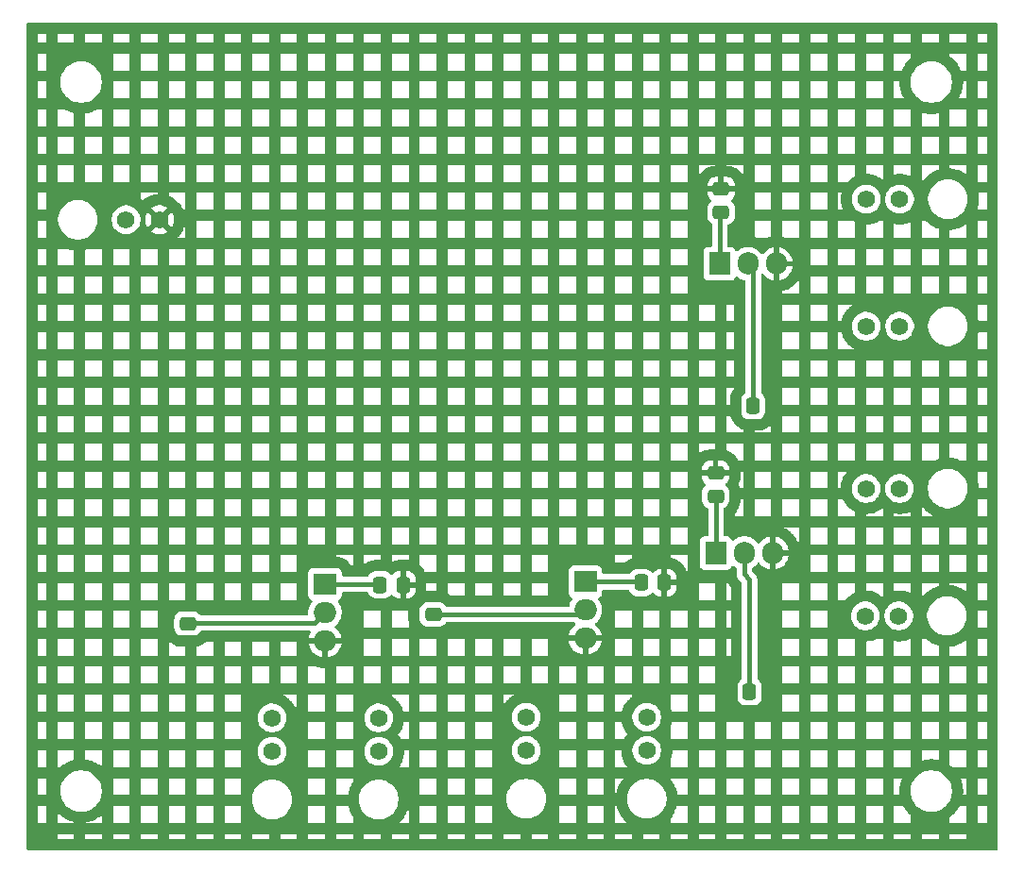
<source format=gbr>
%TF.GenerationSoftware,KiCad,Pcbnew,9.0.5*%
%TF.CreationDate,2025-11-19T12:00:21-07:00*%
%TF.ProjectId,UniversalSolenoidRelay,556e6976-6572-4736-916c-536f6c656e6f,rev?*%
%TF.SameCoordinates,Original*%
%TF.FileFunction,Copper,L2,Bot*%
%TF.FilePolarity,Positive*%
%FSLAX46Y46*%
G04 Gerber Fmt 4.6, Leading zero omitted, Abs format (unit mm)*
G04 Created by KiCad (PCBNEW 9.0.5) date 2025-11-19 12:00:21*
%MOMM*%
%LPD*%
G01*
G04 APERTURE LIST*
G04 Aperture macros list*
%AMRoundRect*
0 Rectangle with rounded corners*
0 $1 Rounding radius*
0 $2 $3 $4 $5 $6 $7 $8 $9 X,Y pos of 4 corners*
0 Add a 4 corners polygon primitive as box body*
4,1,4,$2,$3,$4,$5,$6,$7,$8,$9,$2,$3,0*
0 Add four circle primitives for the rounded corners*
1,1,$1+$1,$2,$3*
1,1,$1+$1,$4,$5*
1,1,$1+$1,$6,$7*
1,1,$1+$1,$8,$9*
0 Add four rect primitives between the rounded corners*
20,1,$1+$1,$2,$3,$4,$5,0*
20,1,$1+$1,$4,$5,$6,$7,0*
20,1,$1+$1,$6,$7,$8,$9,0*
20,1,$1+$1,$8,$9,$2,$3,0*%
G04 Aperture macros list end*
%TA.AperFunction,ComponentPad*%
%ADD10C,1.574800*%
%TD*%
%TA.AperFunction,ComponentPad*%
%ADD11R,2.000000X1.905000*%
%TD*%
%TA.AperFunction,ComponentPad*%
%ADD12O,2.000000X1.905000*%
%TD*%
%TA.AperFunction,ComponentPad*%
%ADD13RoundRect,0.250000X-0.475000X0.337500X-0.475000X-0.337500X0.475000X-0.337500X0.475000X0.337500X0*%
%TD*%
%TA.AperFunction,ComponentPad*%
%ADD14R,1.905000X2.000000*%
%TD*%
%TA.AperFunction,ComponentPad*%
%ADD15O,1.905000X2.000000*%
%TD*%
%TA.AperFunction,ComponentPad*%
%ADD16RoundRect,0.250000X-0.337500X-0.475000X0.337500X-0.475000X0.337500X0.475000X-0.337500X0.475000X0*%
%TD*%
%TA.AperFunction,SMDPad,CuDef*%
%ADD17RoundRect,0.250000X-0.475000X0.337500X-0.475000X-0.337500X0.475000X-0.337500X0.475000X0.337500X0*%
%TD*%
%TA.AperFunction,SMDPad,CuDef*%
%ADD18RoundRect,0.250000X0.337500X0.475000X-0.337500X0.475000X-0.337500X-0.475000X0.337500X-0.475000X0*%
%TD*%
%TA.AperFunction,Conductor*%
%ADD19C,0.381000*%
%TD*%
G04 APERTURE END LIST*
D10*
%TO.P,J7,1*%
%TO.N,Net-(J1-Pad1)*%
X161887601Y-122657800D03*
%TO.P,J7,2*%
%TO.N,Net-(Q3-D)*%
X158887602Y-122657800D03*
%TD*%
D11*
%TO.P,Q2,1,G*%
%TO.N,Net-(Q2-G)*%
X133729992Y-131030230D03*
D12*
%TO.P,Q2,2,D*%
%TO.N,Net-(Q2-D)*%
X133729992Y-133570230D03*
%TO.P,Q2,3,S*%
%TO.N,GND*%
X133729992Y-136110230D03*
%TD*%
D10*
%TO.P,J9,1*%
%TO.N,Net-(J1-Pad1)*%
X161900000Y-96700000D03*
%TO.P,J9,2*%
%TO.N,Net-(Q4-D)*%
X158900001Y-96700000D03*
%TD*%
%TO.P,J1,1*%
%TO.N,Net-(J1-Pad1)*%
X92564300Y-98539599D03*
%TO.P,J1,2*%
%TO.N,GND*%
X95564299Y-98539599D03*
%TD*%
%TO.P,J4,1*%
%TO.N,Net-(J1-Pad1)*%
X105644000Y-146237500D03*
%TO.P,J4,2*%
%TO.N,Net-(Q1-D)*%
X105644000Y-143237501D03*
%TD*%
D13*
%TO.P,R1,1,1*%
%TO.N,Net-(Q1-D)*%
X98100000Y-134762500D03*
%TD*%
D14*
%TO.P,Q4,1,G*%
%TO.N,Net-(Q4-G)*%
X145760000Y-102500000D03*
D15*
%TO.P,Q4,2,D*%
%TO.N,Net-(Q4-D)*%
X148300000Y-102500000D03*
%TO.P,Q4,3,S*%
%TO.N,GND*%
X150840000Y-102500000D03*
%TD*%
D16*
%TO.P,R7,1,1*%
%TO.N,Net-(Q4-D)*%
X148778500Y-115244000D03*
%TD*%
%TO.P,R5,1,1*%
%TO.N,Net-(Q3-D)*%
X148446000Y-140894000D03*
%TD*%
D14*
%TO.P,Q3,1,G*%
%TO.N,Net-(Q3-G)*%
X145420000Y-128445000D03*
D15*
%TO.P,Q3,2,D*%
%TO.N,Net-(Q3-D)*%
X147960000Y-128445000D03*
%TO.P,Q3,3,S*%
%TO.N,GND*%
X150500000Y-128445000D03*
%TD*%
D10*
%TO.P,J5,1*%
%TO.N,Net-(J1-Pad1)*%
X139229992Y-146170229D03*
%TO.P,J5,2*%
%TO.N,Net-(Q2-D)*%
X139229992Y-143170230D03*
%TD*%
%TO.P,J10,1*%
%TO.N,Net-(J1-Pad1)*%
X161900000Y-108100000D03*
%TO.P,J10,2*%
%TO.N,Net-(Q4-D)*%
X158900001Y-108100000D03*
%TD*%
%TO.P,J6,1*%
%TO.N,Net-(J1-Pad1)*%
X128429992Y-146170229D03*
%TO.P,J6,2*%
%TO.N,Net-(Q2-D)*%
X128429992Y-143170230D03*
%TD*%
D13*
%TO.P,R3,1,1*%
%TO.N,Net-(Q2-D)*%
X120100000Y-133962500D03*
%TD*%
D10*
%TO.P,J8,1*%
%TO.N,Net-(J1-Pad1)*%
X161815700Y-134085400D03*
%TO.P,J8,2*%
%TO.N,Net-(Q3-D)*%
X158815701Y-134085400D03*
%TD*%
%TO.P,J3,1*%
%TO.N,Net-(J1-Pad1)*%
X115200000Y-146237500D03*
%TO.P,J3,2*%
%TO.N,Net-(Q1-D)*%
X115200000Y-143237501D03*
%TD*%
D11*
%TO.P,Q1,1,G*%
%TO.N,Net-(Q1-G)*%
X110400000Y-131237500D03*
D12*
%TO.P,Q1,2,D*%
%TO.N,Net-(Q1-D)*%
X110400000Y-133777500D03*
%TO.P,Q1,3,S*%
%TO.N,GND*%
X110400000Y-136317500D03*
%TD*%
D17*
%TO.P,R6,1,1*%
%TO.N,GND*%
X145400000Y-121262500D03*
%TO.P,R6,2,2*%
%TO.N,Net-(Q3-G)*%
X145400000Y-123337500D03*
%TD*%
D18*
%TO.P,R2,1,1*%
%TO.N,GND*%
X117400000Y-131300000D03*
%TO.P,R2,2,2*%
%TO.N,Net-(Q1-G)*%
X115325000Y-131300000D03*
%TD*%
%TO.P,R4,1,1*%
%TO.N,GND*%
X140800000Y-131100000D03*
%TO.P,R4,2,2*%
%TO.N,Net-(Q2-G)*%
X138725000Y-131100000D03*
%TD*%
D17*
%TO.P,R8,1,1*%
%TO.N,GND*%
X145900000Y-95800000D03*
%TO.P,R8,2,2*%
%TO.N,Net-(Q4-G)*%
X145900000Y-97875000D03*
%TD*%
D19*
%TO.N,Net-(Q1-D)*%
X98100000Y-134762500D02*
X98162500Y-134700000D01*
X109477500Y-134700000D02*
X110400000Y-133777500D01*
X98162500Y-134700000D02*
X109477500Y-134700000D01*
%TO.N,Net-(Q2-D)*%
X133337722Y-133962500D02*
X133729992Y-133570230D01*
X120100000Y-133962500D02*
X133337722Y-133962500D01*
%TO.N,Net-(Q3-D)*%
X148446000Y-130826000D02*
X147960000Y-130340000D01*
X148446000Y-140894000D02*
X148446000Y-130826000D01*
X147960000Y-130340000D02*
X147960000Y-128445000D01*
%TO.N,Net-(Q4-D)*%
X148778500Y-102978500D02*
X148300000Y-102500000D01*
X148778500Y-115244000D02*
X148778500Y-102978500D01*
%TO.N,Net-(Q1-G)*%
X115325000Y-131300000D02*
X115262500Y-131237500D01*
X115262500Y-131237500D02*
X110400000Y-131237500D01*
%TO.N,Net-(Q2-G)*%
X138655230Y-131030230D02*
X138725000Y-131100000D01*
X133729992Y-131030230D02*
X138655230Y-131030230D01*
%TO.N,Net-(Q3-G)*%
X145420000Y-128445000D02*
X145420000Y-123357500D01*
X145420000Y-123357500D02*
X145400000Y-123337500D01*
%TO.N,Net-(Q4-G)*%
X145760000Y-98015000D02*
X145760000Y-102500000D01*
X145900000Y-97875000D02*
X145760000Y-98015000D01*
%TD*%
%TA.AperFunction,Conductor*%
%TO.N,GND*%
G36*
X170642539Y-80920185D02*
G01*
X170688294Y-80972989D01*
X170699500Y-81024500D01*
X170699500Y-154975500D01*
X170679815Y-155042539D01*
X170627011Y-155088294D01*
X170575500Y-155099500D01*
X83764498Y-155099500D01*
X83697459Y-155079815D01*
X83651704Y-155027011D01*
X83640498Y-154975500D01*
X83640498Y-154101500D01*
X86388498Y-154101500D01*
X87890498Y-154101500D01*
X88888498Y-154101500D01*
X90390498Y-154101500D01*
X91388498Y-154101500D01*
X92890498Y-154101500D01*
X93888498Y-154101500D01*
X95390498Y-154101500D01*
X96388498Y-154101500D01*
X97890498Y-154101500D01*
X98888498Y-154101500D01*
X100390498Y-154101500D01*
X101388498Y-154101500D01*
X102890498Y-154101500D01*
X103888498Y-154101500D01*
X105390498Y-154101500D01*
X106388498Y-154101500D01*
X107890498Y-154101500D01*
X108888498Y-154101500D01*
X110390498Y-154101500D01*
X111388498Y-154101500D01*
X112890498Y-154101500D01*
X113888498Y-154101500D01*
X115390498Y-154101500D01*
X116388498Y-154101500D01*
X117890498Y-154101500D01*
X118888498Y-154101500D01*
X120390498Y-154101500D01*
X121388498Y-154101500D01*
X122890498Y-154101500D01*
X123888498Y-154101500D01*
X125390498Y-154101500D01*
X126388498Y-154101500D01*
X127890498Y-154101500D01*
X128888498Y-154101500D01*
X130390498Y-154101500D01*
X131388498Y-154101500D01*
X132890498Y-154101500D01*
X133888498Y-154101500D01*
X135390498Y-154101500D01*
X136388498Y-154101500D01*
X137890498Y-154101500D01*
X138888498Y-154101500D01*
X140390498Y-154101500D01*
X141388498Y-154101500D01*
X142890498Y-154101500D01*
X143888498Y-154101500D01*
X145390498Y-154101500D01*
X146388498Y-154101500D01*
X147890498Y-154101500D01*
X148888498Y-154101500D01*
X150390498Y-154101500D01*
X151388498Y-154101500D01*
X152890498Y-154101500D01*
X153888498Y-154101500D01*
X155390498Y-154101500D01*
X156388498Y-154101500D01*
X157890498Y-154101500D01*
X158888498Y-154101500D01*
X160390498Y-154101500D01*
X161388498Y-154101500D01*
X162890498Y-154101500D01*
X163888498Y-154101500D01*
X165390498Y-154101500D01*
X166388498Y-154101500D01*
X167890498Y-154101500D01*
X167890498Y-153648500D01*
X166388498Y-153648500D01*
X166388498Y-154101500D01*
X165390498Y-154101500D01*
X165390498Y-153648500D01*
X163888498Y-153648500D01*
X163888498Y-154101500D01*
X162890498Y-154101500D01*
X162890498Y-153648500D01*
X161388498Y-153648500D01*
X161388498Y-154101500D01*
X160390498Y-154101500D01*
X160390498Y-153648500D01*
X158888498Y-153648500D01*
X158888498Y-154101500D01*
X157890498Y-154101500D01*
X157890498Y-153648500D01*
X156388498Y-153648500D01*
X156388498Y-154101500D01*
X155390498Y-154101500D01*
X155390498Y-153648500D01*
X153888498Y-153648500D01*
X153888498Y-154101500D01*
X152890498Y-154101500D01*
X152890498Y-153648500D01*
X151388498Y-153648500D01*
X151388498Y-154101500D01*
X150390498Y-154101500D01*
X150390498Y-153648500D01*
X148888498Y-153648500D01*
X148888498Y-154101500D01*
X147890498Y-154101500D01*
X147890498Y-153648500D01*
X146388498Y-153648500D01*
X146388498Y-154101500D01*
X145390498Y-154101500D01*
X145390498Y-153648500D01*
X143888498Y-153648500D01*
X143888498Y-154101500D01*
X142890498Y-154101500D01*
X142890498Y-153648500D01*
X141388498Y-153648500D01*
X141388498Y-154101500D01*
X140390498Y-154101500D01*
X140390498Y-153648500D01*
X138888498Y-153648500D01*
X138888498Y-154101500D01*
X137890498Y-154101500D01*
X137890498Y-153648500D01*
X136388498Y-153648500D01*
X136388498Y-154101500D01*
X135390498Y-154101500D01*
X135390498Y-153648500D01*
X133888498Y-153648500D01*
X133888498Y-154101500D01*
X132890498Y-154101500D01*
X132890498Y-153648500D01*
X131388498Y-153648500D01*
X131388498Y-154101500D01*
X130390498Y-154101500D01*
X130390498Y-153648500D01*
X128888498Y-153648500D01*
X128888498Y-154101500D01*
X127890498Y-154101500D01*
X127890498Y-153648500D01*
X126388498Y-153648500D01*
X126388498Y-154101500D01*
X125390498Y-154101500D01*
X125390498Y-153648500D01*
X123888498Y-153648500D01*
X123888498Y-154101500D01*
X122890498Y-154101500D01*
X122890498Y-153648500D01*
X121388498Y-153648500D01*
X121388498Y-154101500D01*
X120390498Y-154101500D01*
X120390498Y-153648500D01*
X118888498Y-153648500D01*
X118888498Y-154101500D01*
X117890498Y-154101500D01*
X117890498Y-153648500D01*
X116388498Y-153648500D01*
X116388498Y-154101500D01*
X115390498Y-154101500D01*
X115390498Y-153648500D01*
X113888498Y-153648500D01*
X113888498Y-154101500D01*
X112890498Y-154101500D01*
X112890498Y-153648500D01*
X111388498Y-153648500D01*
X111388498Y-154101500D01*
X110390498Y-154101500D01*
X110390498Y-153648500D01*
X108888498Y-153648500D01*
X108888498Y-154101500D01*
X107890498Y-154101500D01*
X107890498Y-153648500D01*
X106388498Y-153648500D01*
X106388498Y-154101500D01*
X105390498Y-154101500D01*
X105390498Y-153648500D01*
X103888498Y-153648500D01*
X103888498Y-154101500D01*
X102890498Y-154101500D01*
X102890498Y-153648500D01*
X101388498Y-153648500D01*
X101388498Y-154101500D01*
X100390498Y-154101500D01*
X100390498Y-153648500D01*
X98888498Y-153648500D01*
X98888498Y-154101500D01*
X97890498Y-154101500D01*
X97890498Y-153648500D01*
X96388498Y-153648500D01*
X96388498Y-154101500D01*
X95390498Y-154101500D01*
X95390498Y-153648500D01*
X93888498Y-153648500D01*
X93888498Y-154101500D01*
X92890498Y-154101500D01*
X92890498Y-153648500D01*
X91388498Y-153648500D01*
X91388498Y-154101500D01*
X90390498Y-154101500D01*
X90390498Y-153648500D01*
X88888498Y-153648500D01*
X88888498Y-154101500D01*
X87890498Y-154101500D01*
X87890498Y-153648500D01*
X86388498Y-153648500D01*
X86388498Y-154101500D01*
X83640498Y-154101500D01*
X83640498Y-152650500D01*
X84638498Y-152650500D01*
X85390498Y-152650500D01*
X86388498Y-152650500D01*
X87890498Y-152650500D01*
X87890498Y-152626409D01*
X88888498Y-152626409D01*
X88888498Y-152650500D01*
X90390498Y-152650500D01*
X91388498Y-152650500D01*
X92890498Y-152650500D01*
X93888498Y-152650500D01*
X95390498Y-152650500D01*
X96388498Y-152650500D01*
X97890498Y-152650500D01*
X98888498Y-152650500D01*
X100390498Y-152650500D01*
X101388498Y-152650500D01*
X102890498Y-152650500D01*
X108888498Y-152650500D01*
X110390498Y-152650500D01*
X111388498Y-152650500D01*
X112890498Y-152650500D01*
X117024091Y-152650500D01*
X117890498Y-152650500D01*
X118888498Y-152650500D01*
X120390498Y-152650500D01*
X121388498Y-152650500D01*
X122890498Y-152650500D01*
X123888498Y-152650500D01*
X125390498Y-152650500D01*
X131388498Y-152650500D01*
X132890498Y-152650500D01*
X133888498Y-152650500D01*
X135390498Y-152650500D01*
X136388498Y-152650500D01*
X137490981Y-152650500D01*
X137436974Y-152609059D01*
X137433794Y-152606536D01*
X137414821Y-152590965D01*
X137411730Y-152588341D01*
X137387171Y-152566804D01*
X137384163Y-152564078D01*
X137366246Y-152547297D01*
X137363330Y-152544475D01*
X137175748Y-152356893D01*
X137172926Y-152353977D01*
X137156145Y-152336060D01*
X137153419Y-152333052D01*
X137131882Y-152308493D01*
X137129258Y-152305402D01*
X137113687Y-152286429D01*
X137111164Y-152283249D01*
X136949672Y-152072787D01*
X136947256Y-152069529D01*
X136932954Y-152049571D01*
X136930643Y-152046233D01*
X136912497Y-152019075D01*
X136910296Y-152015661D01*
X136897340Y-151994824D01*
X136895257Y-151991349D01*
X136762618Y-151761614D01*
X136760648Y-151758069D01*
X136749074Y-151736417D01*
X136747217Y-151732801D01*
X136732770Y-151703503D01*
X136731037Y-151699839D01*
X136720908Y-151677484D01*
X136719294Y-151673761D01*
X136617774Y-151428669D01*
X136616281Y-151424890D01*
X136607630Y-151401902D01*
X136606263Y-151398082D01*
X136595765Y-151367152D01*
X136594524Y-151363290D01*
X136587404Y-151339816D01*
X136586291Y-151335918D01*
X136536072Y-151148500D01*
X136388498Y-151148500D01*
X136388498Y-152650500D01*
X135390498Y-152650500D01*
X135390498Y-151148500D01*
X133888498Y-151148500D01*
X133888498Y-152650500D01*
X132890498Y-152650500D01*
X132890498Y-151148500D01*
X131388498Y-151148500D01*
X131388498Y-152650500D01*
X125390498Y-152650500D01*
X125390498Y-151148500D01*
X123888498Y-151148500D01*
X123888498Y-152650500D01*
X122890498Y-152650500D01*
X122890498Y-151148500D01*
X121388498Y-151148500D01*
X121388498Y-152650500D01*
X120390498Y-152650500D01*
X120390498Y-151148500D01*
X118888498Y-151148500D01*
X118888498Y-152650500D01*
X117890498Y-152650500D01*
X117890498Y-151228541D01*
X117843701Y-151403189D01*
X117842588Y-151407087D01*
X117835468Y-151430561D01*
X117834227Y-151434423D01*
X117823729Y-151465353D01*
X117822362Y-151469173D01*
X117813711Y-151492161D01*
X117812218Y-151495940D01*
X117710698Y-151741032D01*
X117709084Y-151744755D01*
X117698955Y-151767110D01*
X117697222Y-151770774D01*
X117682775Y-151800072D01*
X117680918Y-151803688D01*
X117669344Y-151825340D01*
X117667374Y-151828885D01*
X117534735Y-152058620D01*
X117532652Y-152062095D01*
X117519696Y-152082932D01*
X117517495Y-152086346D01*
X117499349Y-152113504D01*
X117497038Y-152116842D01*
X117482736Y-152136800D01*
X117480320Y-152140058D01*
X117318828Y-152350520D01*
X117316305Y-152353700D01*
X117300734Y-152372673D01*
X117298110Y-152375764D01*
X117276573Y-152400323D01*
X117273847Y-152403331D01*
X117257066Y-152421248D01*
X117254244Y-152424164D01*
X117066662Y-152611746D01*
X117063746Y-152614568D01*
X117045829Y-152631349D01*
X117042821Y-152634075D01*
X117024091Y-152650500D01*
X112890498Y-152650500D01*
X112890498Y-152098308D01*
X112882505Y-152086346D01*
X112880304Y-152082932D01*
X112867348Y-152062095D01*
X112865265Y-152058620D01*
X112732626Y-151828885D01*
X112730656Y-151825340D01*
X112719082Y-151803688D01*
X112717225Y-151800072D01*
X112702778Y-151770774D01*
X112701045Y-151767110D01*
X112690916Y-151744755D01*
X112689302Y-151741032D01*
X112587782Y-151495940D01*
X112586289Y-151492161D01*
X112577638Y-151469173D01*
X112576271Y-151465353D01*
X112565773Y-151434423D01*
X112564532Y-151430561D01*
X112557412Y-151407087D01*
X112556299Y-151403189D01*
X112488055Y-151148500D01*
X111388498Y-151148500D01*
X111388498Y-152650500D01*
X110390498Y-152650500D01*
X110390498Y-151148500D01*
X108888498Y-151148500D01*
X108888498Y-152650500D01*
X102890498Y-152650500D01*
X102890498Y-151148500D01*
X101388498Y-151148500D01*
X101388498Y-152650500D01*
X100390498Y-152650500D01*
X100390498Y-151148500D01*
X98888498Y-151148500D01*
X98888498Y-152650500D01*
X97890498Y-152650500D01*
X97890498Y-151148500D01*
X96388498Y-151148500D01*
X96388498Y-152650500D01*
X95390498Y-152650500D01*
X95390498Y-151148500D01*
X93888498Y-151148500D01*
X93888498Y-152650500D01*
X92890498Y-152650500D01*
X92890498Y-151148500D01*
X91388498Y-151148500D01*
X91388498Y-152650500D01*
X90390498Y-152650500D01*
X90390498Y-151965295D01*
X90380418Y-151973568D01*
X90377238Y-151976091D01*
X90158862Y-152143656D01*
X90155601Y-152146075D01*
X90135622Y-152160391D01*
X90132279Y-152162704D01*
X90105118Y-152180849D01*
X90101708Y-152183047D01*
X90080892Y-152195989D01*
X90077421Y-152198070D01*
X89839078Y-152335679D01*
X89835530Y-152337650D01*
X89813897Y-152349213D01*
X89810293Y-152351064D01*
X89780997Y-152365513D01*
X89777328Y-152367249D01*
X89754955Y-152377387D01*
X89751228Y-152379003D01*
X89496922Y-152484340D01*
X89493142Y-152485834D01*
X89470153Y-152494485D01*
X89466334Y-152495851D01*
X89435404Y-152506349D01*
X89431545Y-152507589D01*
X89408073Y-152514709D01*
X89404171Y-152515823D01*
X89138317Y-152587058D01*
X89134385Y-152588043D01*
X89110483Y-152593617D01*
X89106514Y-152594474D01*
X89074476Y-152600847D01*
X89070484Y-152601574D01*
X89046263Y-152605573D01*
X89042248Y-152606168D01*
X88888498Y-152626409D01*
X87890498Y-152626409D01*
X87890498Y-152576557D01*
X87663831Y-152515823D01*
X87659929Y-152514709D01*
X87636457Y-152507589D01*
X87632598Y-152506349D01*
X87601668Y-152495851D01*
X87597849Y-152494485D01*
X87574860Y-152485834D01*
X87571080Y-152484340D01*
X87316774Y-152379003D01*
X87313047Y-152377387D01*
X87290674Y-152367249D01*
X87287005Y-152365513D01*
X87257709Y-152351064D01*
X87254105Y-152349213D01*
X87232472Y-152337650D01*
X87228924Y-152335679D01*
X86990581Y-152198070D01*
X86987110Y-152195989D01*
X86966294Y-152183047D01*
X86962884Y-152180849D01*
X86935723Y-152162704D01*
X86932380Y-152160391D01*
X86912401Y-152146075D01*
X86909140Y-152143656D01*
X86690764Y-151976091D01*
X86687584Y-151973568D01*
X86668611Y-151957997D01*
X86665520Y-151955373D01*
X86640961Y-151933836D01*
X86637953Y-151931110D01*
X86620036Y-151914329D01*
X86617120Y-151911507D01*
X86422494Y-151716881D01*
X86419672Y-151713965D01*
X86402891Y-151696048D01*
X86400165Y-151693040D01*
X86388498Y-151679735D01*
X86388498Y-152650500D01*
X85390498Y-152650500D01*
X85390498Y-151148500D01*
X84638498Y-151148500D01*
X84638498Y-152650500D01*
X83640498Y-152650500D01*
X83640498Y-150150500D01*
X84638498Y-150150500D01*
X85390498Y-150150500D01*
X85390498Y-149678711D01*
X86683501Y-149678711D01*
X86683501Y-149921288D01*
X86713676Y-150150500D01*
X86715163Y-150161789D01*
X86728235Y-150210573D01*
X86777948Y-150396104D01*
X86796628Y-150441201D01*
X86870777Y-150620212D01*
X86992065Y-150830289D01*
X86992067Y-150830292D01*
X86992068Y-150830293D01*
X87139734Y-151022736D01*
X87139740Y-151022743D01*
X87311257Y-151194260D01*
X87311263Y-151194265D01*
X87503712Y-151341936D01*
X87713789Y-151463224D01*
X87937901Y-151556054D01*
X88172212Y-151618838D01*
X88352587Y-151642584D01*
X88412712Y-151650500D01*
X88412713Y-151650500D01*
X88655290Y-151650500D01*
X88710458Y-151643237D01*
X88895790Y-151618838D01*
X89130101Y-151556054D01*
X89354213Y-151463224D01*
X89564290Y-151341936D01*
X89756739Y-151194265D01*
X89928266Y-151022738D01*
X90075937Y-150830289D01*
X90197225Y-150620212D01*
X90271379Y-150441187D01*
X103869500Y-150441187D01*
X103869500Y-150673816D01*
X103890102Y-150830293D01*
X103899863Y-150904432D01*
X103929965Y-151016776D01*
X103960068Y-151129122D01*
X104049083Y-151344023D01*
X104049088Y-151344034D01*
X104165387Y-151545468D01*
X104165398Y-151545484D01*
X104306996Y-151730019D01*
X104307002Y-151730026D01*
X104471475Y-151894499D01*
X104471482Y-151894505D01*
X104597692Y-151991349D01*
X104656026Y-152036110D01*
X104656033Y-152036114D01*
X104857467Y-152152413D01*
X104857472Y-152152415D01*
X104857475Y-152152417D01*
X104909975Y-152174163D01*
X105072379Y-152241433D01*
X105072380Y-152241433D01*
X105072382Y-152241434D01*
X105297070Y-152301639D01*
X105527693Y-152332002D01*
X105527700Y-152332002D01*
X105760300Y-152332002D01*
X105760307Y-152332002D01*
X105990930Y-152301639D01*
X106215618Y-152241434D01*
X106430525Y-152152417D01*
X106631974Y-152036110D01*
X106816519Y-151894504D01*
X106981002Y-151730021D01*
X107122608Y-151545476D01*
X107238915Y-151344027D01*
X107327932Y-151129120D01*
X107388137Y-150904432D01*
X107418500Y-150673809D01*
X107418500Y-150441195D01*
X107418499Y-150441187D01*
X113425500Y-150441187D01*
X113425500Y-150673816D01*
X113446102Y-150830293D01*
X113455863Y-150904432D01*
X113485965Y-151016776D01*
X113516068Y-151129122D01*
X113605083Y-151344023D01*
X113605088Y-151344034D01*
X113721387Y-151545468D01*
X113721398Y-151545484D01*
X113862996Y-151730019D01*
X113863002Y-151730026D01*
X114027475Y-151894499D01*
X114027482Y-151894505D01*
X114153692Y-151991349D01*
X114212026Y-152036110D01*
X114212033Y-152036114D01*
X114413467Y-152152413D01*
X114413472Y-152152415D01*
X114413475Y-152152417D01*
X114465975Y-152174163D01*
X114628379Y-152241433D01*
X114628380Y-152241433D01*
X114628382Y-152241434D01*
X114853070Y-152301639D01*
X115083693Y-152332002D01*
X115083700Y-152332002D01*
X115316300Y-152332002D01*
X115316307Y-152332002D01*
X115546930Y-152301639D01*
X115771618Y-152241434D01*
X115986525Y-152152417D01*
X116187974Y-152036110D01*
X116372519Y-151894504D01*
X116537002Y-151730021D01*
X116678608Y-151545476D01*
X116794915Y-151344027D01*
X116883932Y-151129120D01*
X116944137Y-150904432D01*
X116974500Y-150673809D01*
X116974500Y-150441195D01*
X116965642Y-150373916D01*
X126655492Y-150373916D01*
X126655492Y-150606545D01*
X126679107Y-150785911D01*
X126685855Y-150837161D01*
X126703880Y-150904430D01*
X126746060Y-151061851D01*
X126835075Y-151276752D01*
X126835080Y-151276763D01*
X126951379Y-151478197D01*
X126951390Y-151478213D01*
X127092988Y-151662748D01*
X127092994Y-151662755D01*
X127257467Y-151827228D01*
X127257473Y-151827233D01*
X127442018Y-151968839D01*
X127442025Y-151968843D01*
X127643459Y-152085142D01*
X127643464Y-152085144D01*
X127643467Y-152085146D01*
X127750920Y-152129654D01*
X127858371Y-152174162D01*
X127858372Y-152174162D01*
X127858374Y-152174163D01*
X128083062Y-152234368D01*
X128313685Y-152264731D01*
X128313692Y-152264731D01*
X128546292Y-152264731D01*
X128546299Y-152264731D01*
X128776922Y-152234368D01*
X129001610Y-152174163D01*
X129216517Y-152085146D01*
X129417966Y-151968839D01*
X129602511Y-151827233D01*
X129766994Y-151662750D01*
X129908600Y-151478205D01*
X130024907Y-151276756D01*
X130113924Y-151061849D01*
X130174129Y-150837161D01*
X130204492Y-150606538D01*
X130204492Y-150373924D01*
X130204491Y-150373916D01*
X137455492Y-150373916D01*
X137455492Y-150606545D01*
X137479107Y-150785911D01*
X137485855Y-150837161D01*
X137503880Y-150904430D01*
X137546060Y-151061851D01*
X137635075Y-151276752D01*
X137635080Y-151276763D01*
X137751379Y-151478197D01*
X137751390Y-151478213D01*
X137892988Y-151662748D01*
X137892994Y-151662755D01*
X138057467Y-151827228D01*
X138057473Y-151827233D01*
X138242018Y-151968839D01*
X138242025Y-151968843D01*
X138443459Y-152085142D01*
X138443464Y-152085144D01*
X138443467Y-152085146D01*
X138550920Y-152129654D01*
X138658371Y-152174162D01*
X138658372Y-152174162D01*
X138658374Y-152174163D01*
X138883062Y-152234368D01*
X139113685Y-152264731D01*
X139113692Y-152264731D01*
X139346292Y-152264731D01*
X139346299Y-152264731D01*
X139576922Y-152234368D01*
X139587484Y-152231538D01*
X141388498Y-152231538D01*
X141388498Y-152650500D01*
X142890498Y-152650500D01*
X143888498Y-152650500D01*
X145390498Y-152650500D01*
X146388498Y-152650500D01*
X147890498Y-152650500D01*
X148888498Y-152650500D01*
X150390498Y-152650500D01*
X151388498Y-152650500D01*
X152890498Y-152650500D01*
X153888498Y-152650500D01*
X155390498Y-152650500D01*
X156388498Y-152650500D01*
X157890498Y-152650500D01*
X158888498Y-152650500D01*
X160390498Y-152650500D01*
X161388498Y-152650500D01*
X162890498Y-152650500D01*
X162890498Y-152120915D01*
X166388498Y-152120915D01*
X166388498Y-152650500D01*
X167890498Y-152650500D01*
X168888498Y-152650500D01*
X169701500Y-152650500D01*
X169701500Y-151148500D01*
X168888498Y-151148500D01*
X168888498Y-152650500D01*
X167890498Y-152650500D01*
X167890498Y-151148500D01*
X167244609Y-151148500D01*
X167132071Y-151343420D01*
X167129990Y-151346891D01*
X167117048Y-151367707D01*
X167114850Y-151371117D01*
X167096705Y-151398278D01*
X167094392Y-151401621D01*
X167080076Y-151421600D01*
X167077657Y-151424861D01*
X166910092Y-151643237D01*
X166907569Y-151646417D01*
X166891998Y-151665390D01*
X166889374Y-151668481D01*
X166867837Y-151693040D01*
X166865111Y-151696048D01*
X166848330Y-151713965D01*
X166845508Y-151716881D01*
X166650882Y-151911507D01*
X166647966Y-151914329D01*
X166630049Y-151931110D01*
X166627041Y-151933836D01*
X166602482Y-151955373D01*
X166599391Y-151957997D01*
X166580418Y-151973568D01*
X166577238Y-151976091D01*
X166388498Y-152120915D01*
X162890498Y-152120915D01*
X162890498Y-151975880D01*
X162887584Y-151973568D01*
X162868611Y-151957997D01*
X162865520Y-151955373D01*
X162840961Y-151933836D01*
X162837953Y-151931110D01*
X162820036Y-151914329D01*
X162817120Y-151911507D01*
X162622494Y-151716881D01*
X162619672Y-151713965D01*
X162602891Y-151696048D01*
X162600165Y-151693040D01*
X162578628Y-151668481D01*
X162576004Y-151665390D01*
X162560433Y-151646417D01*
X162557910Y-151643237D01*
X162390345Y-151424861D01*
X162387926Y-151421600D01*
X162373610Y-151401621D01*
X162371297Y-151398278D01*
X162353152Y-151371117D01*
X162350954Y-151367707D01*
X162338012Y-151346891D01*
X162335931Y-151343420D01*
X162223393Y-151148500D01*
X161388498Y-151148500D01*
X161388498Y-152650500D01*
X160390498Y-152650500D01*
X160390498Y-151148500D01*
X158888498Y-151148500D01*
X158888498Y-152650500D01*
X157890498Y-152650500D01*
X157890498Y-151148500D01*
X156388498Y-151148500D01*
X156388498Y-152650500D01*
X155390498Y-152650500D01*
X155390498Y-151148500D01*
X153888498Y-151148500D01*
X153888498Y-152650500D01*
X152890498Y-152650500D01*
X152890498Y-151148500D01*
X151388498Y-151148500D01*
X151388498Y-152650500D01*
X150390498Y-152650500D01*
X150390498Y-151148500D01*
X148888498Y-151148500D01*
X148888498Y-152650500D01*
X147890498Y-152650500D01*
X147890498Y-151148500D01*
X146388498Y-151148500D01*
X146388498Y-152650500D01*
X145390498Y-152650500D01*
X145390498Y-151148500D01*
X143888498Y-151148500D01*
X143888498Y-152650500D01*
X142890498Y-152650500D01*
X142890498Y-151148500D01*
X141923912Y-151148500D01*
X141873693Y-151335918D01*
X141872580Y-151339816D01*
X141865460Y-151363290D01*
X141864219Y-151367152D01*
X141853721Y-151398082D01*
X141852354Y-151401902D01*
X141843703Y-151424890D01*
X141842210Y-151428669D01*
X141740690Y-151673761D01*
X141739076Y-151677484D01*
X141728947Y-151699839D01*
X141727214Y-151703503D01*
X141712767Y-151732801D01*
X141710910Y-151736417D01*
X141699336Y-151758069D01*
X141697366Y-151761614D01*
X141564727Y-151991349D01*
X141562644Y-151994824D01*
X141549688Y-152015661D01*
X141547487Y-152019075D01*
X141529341Y-152046233D01*
X141527030Y-152049571D01*
X141512728Y-152069529D01*
X141510312Y-152072787D01*
X141388498Y-152231538D01*
X139587484Y-152231538D01*
X139801610Y-152174163D01*
X140016517Y-152085146D01*
X140217966Y-151968839D01*
X140402511Y-151827233D01*
X140566994Y-151662750D01*
X140708600Y-151478205D01*
X140824907Y-151276756D01*
X140913924Y-151061849D01*
X140974129Y-150837161D01*
X141004492Y-150606538D01*
X141004492Y-150373924D01*
X140974129Y-150143301D01*
X140913924Y-149918613D01*
X140824907Y-149703706D01*
X140824905Y-149703703D01*
X140824903Y-149703698D01*
X140708604Y-149502264D01*
X140708600Y-149502257D01*
X140659456Y-149438211D01*
X140566995Y-149317713D01*
X140566989Y-149317706D01*
X140402516Y-149153233D01*
X140402509Y-149153227D01*
X140217974Y-149011629D01*
X140217972Y-149011627D01*
X140217966Y-149011623D01*
X140217961Y-149011620D01*
X140217958Y-149011618D01*
X140016524Y-148895319D01*
X140016513Y-148895314D01*
X139801612Y-148806299D01*
X139689266Y-148776196D01*
X139587476Y-148748922D01*
X141388498Y-148748922D01*
X141510312Y-148907675D01*
X141512728Y-148910933D01*
X141527030Y-148930891D01*
X141529341Y-148934229D01*
X141547487Y-148961387D01*
X141549688Y-148964801D01*
X141562644Y-148985638D01*
X141564727Y-148989113D01*
X141697366Y-149218848D01*
X141699336Y-149222393D01*
X141710910Y-149244045D01*
X141712767Y-149247661D01*
X141727214Y-149276959D01*
X141728947Y-149280623D01*
X141739076Y-149302978D01*
X141740690Y-149306701D01*
X141842210Y-149551793D01*
X141843703Y-149555572D01*
X141852354Y-149578560D01*
X141853721Y-149582380D01*
X141864219Y-149613310D01*
X141865460Y-149617172D01*
X141872580Y-149640646D01*
X141873693Y-149644544D01*
X141942350Y-149900774D01*
X141943336Y-149904710D01*
X141948909Y-149928611D01*
X141949766Y-149932579D01*
X141956138Y-149964615D01*
X141956863Y-149968604D01*
X141960862Y-149992823D01*
X141961458Y-149996838D01*
X141981689Y-150150500D01*
X142890498Y-150150500D01*
X143888498Y-150150500D01*
X145390498Y-150150500D01*
X146388498Y-150150500D01*
X147890498Y-150150500D01*
X148888498Y-150150500D01*
X150390498Y-150150500D01*
X151388498Y-150150500D01*
X152890498Y-150150500D01*
X153888498Y-150150500D01*
X155390498Y-150150500D01*
X156388498Y-150150500D01*
X157890498Y-150150500D01*
X158888498Y-150150500D01*
X160390498Y-150150500D01*
X161388498Y-150150500D01*
X161907065Y-150150500D01*
X161891907Y-150035360D01*
X161891443Y-150031325D01*
X161889038Y-150006899D01*
X161888707Y-150002862D01*
X161886570Y-149970268D01*
X161886370Y-149966211D01*
X161885567Y-149941677D01*
X161885501Y-149937621D01*
X161885501Y-149678711D01*
X162883501Y-149678711D01*
X162883501Y-149921288D01*
X162913676Y-150150500D01*
X162915163Y-150161789D01*
X162928235Y-150210573D01*
X162977948Y-150396104D01*
X162996628Y-150441201D01*
X163070777Y-150620212D01*
X163192065Y-150830289D01*
X163192067Y-150830292D01*
X163192068Y-150830293D01*
X163339734Y-151022736D01*
X163339740Y-151022743D01*
X163511257Y-151194260D01*
X163511263Y-151194265D01*
X163703712Y-151341936D01*
X163913789Y-151463224D01*
X164137901Y-151556054D01*
X164372212Y-151618838D01*
X164552587Y-151642584D01*
X164612712Y-151650500D01*
X164612713Y-151650500D01*
X164855290Y-151650500D01*
X164910458Y-151643237D01*
X165095790Y-151618838D01*
X165330101Y-151556054D01*
X165554213Y-151463224D01*
X165764290Y-151341936D01*
X165956739Y-151194265D01*
X166128266Y-151022738D01*
X166275937Y-150830289D01*
X166397225Y-150620212D01*
X166490055Y-150396100D01*
X166552839Y-150161789D01*
X166584501Y-149921288D01*
X166584501Y-149678712D01*
X166552839Y-149438211D01*
X166490055Y-149203900D01*
X166397225Y-148979788D01*
X166275937Y-148769711D01*
X166182929Y-148648500D01*
X167340229Y-148648500D01*
X167418341Y-148837079D01*
X167419835Y-148840859D01*
X167428486Y-148863848D01*
X167429852Y-148867667D01*
X167440350Y-148898597D01*
X167441590Y-148902456D01*
X167448710Y-148925928D01*
X167449824Y-148929830D01*
X167521059Y-149195684D01*
X167522044Y-149199616D01*
X167527618Y-149223518D01*
X167528475Y-149227487D01*
X167534848Y-149259525D01*
X167535575Y-149263517D01*
X167539574Y-149287738D01*
X167540169Y-149291753D01*
X167576095Y-149564640D01*
X167576559Y-149568675D01*
X167578964Y-149593101D01*
X167579295Y-149597138D01*
X167581432Y-149629732D01*
X167581632Y-149633789D01*
X167582435Y-149658323D01*
X167582501Y-149662379D01*
X167582501Y-149937621D01*
X167582435Y-149941677D01*
X167581632Y-149966211D01*
X167581432Y-149970268D01*
X167579295Y-150002862D01*
X167578964Y-150006899D01*
X167576559Y-150031325D01*
X167576095Y-150035360D01*
X167560937Y-150150500D01*
X167890498Y-150150500D01*
X168888498Y-150150500D01*
X169701500Y-150150500D01*
X169701500Y-148648500D01*
X168888498Y-148648500D01*
X168888498Y-150150500D01*
X167890498Y-150150500D01*
X167890498Y-148648500D01*
X167340229Y-148648500D01*
X166182929Y-148648500D01*
X166128266Y-148577262D01*
X166128261Y-148577256D01*
X165956744Y-148405739D01*
X165956737Y-148405733D01*
X165764294Y-148258067D01*
X165764293Y-148258066D01*
X165764290Y-148258064D01*
X165554213Y-148136776D01*
X165554206Y-148136773D01*
X165330105Y-148043947D01*
X165095786Y-147981161D01*
X164855290Y-147949500D01*
X164855289Y-147949500D01*
X164612713Y-147949500D01*
X164612712Y-147949500D01*
X164372215Y-147981161D01*
X164137896Y-148043947D01*
X163913795Y-148136773D01*
X163913786Y-148136777D01*
X163703707Y-148258067D01*
X163511264Y-148405733D01*
X163511257Y-148405739D01*
X163339740Y-148577256D01*
X163339734Y-148577263D01*
X163192068Y-148769706D01*
X163070778Y-148979785D01*
X163070774Y-148979794D01*
X162977948Y-149203895D01*
X162915162Y-149438214D01*
X162883501Y-149678711D01*
X161885501Y-149678711D01*
X161885501Y-149662379D01*
X161885567Y-149658323D01*
X161886370Y-149633789D01*
X161886570Y-149629732D01*
X161888707Y-149597138D01*
X161889038Y-149593101D01*
X161891443Y-149568675D01*
X161891907Y-149564640D01*
X161927833Y-149291753D01*
X161928428Y-149287738D01*
X161932427Y-149263517D01*
X161933154Y-149259525D01*
X161939527Y-149227487D01*
X161940384Y-149223518D01*
X161945958Y-149199616D01*
X161946943Y-149195684D01*
X162018178Y-148929830D01*
X162019292Y-148925928D01*
X162026412Y-148902456D01*
X162027652Y-148898597D01*
X162038150Y-148867667D01*
X162039516Y-148863848D01*
X162048167Y-148840859D01*
X162049661Y-148837079D01*
X162127773Y-148648500D01*
X161388498Y-148648500D01*
X161388498Y-150150500D01*
X160390498Y-150150500D01*
X160390498Y-148648500D01*
X158888498Y-148648500D01*
X158888498Y-150150500D01*
X157890498Y-150150500D01*
X157890498Y-148648500D01*
X156388498Y-148648500D01*
X156388498Y-150150500D01*
X155390498Y-150150500D01*
X155390498Y-148648500D01*
X153888498Y-148648500D01*
X153888498Y-150150500D01*
X152890498Y-150150500D01*
X152890498Y-148648500D01*
X151388498Y-148648500D01*
X151388498Y-150150500D01*
X150390498Y-150150500D01*
X150390498Y-148648500D01*
X148888498Y-148648500D01*
X148888498Y-150150500D01*
X147890498Y-150150500D01*
X147890498Y-148648500D01*
X146388498Y-148648500D01*
X146388498Y-150150500D01*
X145390498Y-150150500D01*
X145390498Y-148648500D01*
X143888498Y-148648500D01*
X143888498Y-150150500D01*
X142890498Y-150150500D01*
X142890498Y-148648500D01*
X141388498Y-148648500D01*
X141388498Y-148748922D01*
X139587476Y-148748922D01*
X139576922Y-148746094D01*
X139525672Y-148739346D01*
X139346306Y-148715731D01*
X139346299Y-148715731D01*
X139113685Y-148715731D01*
X139113677Y-148715731D01*
X138908686Y-148742720D01*
X138883062Y-148746094D01*
X138826890Y-148761145D01*
X138658371Y-148806299D01*
X138443470Y-148895314D01*
X138443459Y-148895319D01*
X138242025Y-149011618D01*
X138242009Y-149011629D01*
X138057474Y-149153227D01*
X138057467Y-149153233D01*
X137892994Y-149317706D01*
X137892988Y-149317713D01*
X137751390Y-149502248D01*
X137751379Y-149502264D01*
X137635080Y-149703698D01*
X137635075Y-149703709D01*
X137546060Y-149918610D01*
X137485855Y-150143302D01*
X137455492Y-150373916D01*
X130204491Y-150373916D01*
X130175077Y-150150500D01*
X131388498Y-150150500D01*
X132890498Y-150150500D01*
X133888498Y-150150500D01*
X135390498Y-150150500D01*
X136388498Y-150150500D01*
X136478295Y-150150500D01*
X136498526Y-149996838D01*
X136499122Y-149992823D01*
X136503121Y-149968604D01*
X136503846Y-149964615D01*
X136510218Y-149932579D01*
X136511075Y-149928611D01*
X136516648Y-149904710D01*
X136517634Y-149900774D01*
X136586291Y-149644544D01*
X136587404Y-149640646D01*
X136594524Y-149617172D01*
X136595765Y-149613310D01*
X136606263Y-149582380D01*
X136607630Y-149578560D01*
X136616281Y-149555572D01*
X136617774Y-149551793D01*
X136719294Y-149306701D01*
X136720908Y-149302978D01*
X136731037Y-149280623D01*
X136732770Y-149276959D01*
X136747217Y-149247661D01*
X136749074Y-149244045D01*
X136760648Y-149222393D01*
X136762618Y-149218848D01*
X136895257Y-148989113D01*
X136897340Y-148985638D01*
X136910296Y-148964801D01*
X136912497Y-148961387D01*
X136930643Y-148934229D01*
X136932954Y-148930891D01*
X136947256Y-148910933D01*
X136949672Y-148907675D01*
X137111164Y-148697213D01*
X137113687Y-148694033D01*
X137129258Y-148675060D01*
X137131882Y-148671969D01*
X137152463Y-148648500D01*
X136388498Y-148648500D01*
X136388498Y-150150500D01*
X135390498Y-150150500D01*
X135390498Y-148648500D01*
X133888498Y-148648500D01*
X133888498Y-150150500D01*
X132890498Y-150150500D01*
X132890498Y-148648500D01*
X131388498Y-148648500D01*
X131388498Y-150150500D01*
X130175077Y-150150500D01*
X130174129Y-150143301D01*
X130113924Y-149918613D01*
X130024907Y-149703706D01*
X130024905Y-149703703D01*
X130024903Y-149703698D01*
X129908604Y-149502264D01*
X129908600Y-149502257D01*
X129859456Y-149438211D01*
X129766995Y-149317713D01*
X129766989Y-149317706D01*
X129602516Y-149153233D01*
X129602509Y-149153227D01*
X129417974Y-149011629D01*
X129417972Y-149011627D01*
X129417966Y-149011623D01*
X129417961Y-149011620D01*
X129417958Y-149011618D01*
X129216524Y-148895319D01*
X129216513Y-148895314D01*
X129001612Y-148806299D01*
X128889266Y-148776196D01*
X128776922Y-148746094D01*
X128725672Y-148739346D01*
X128546306Y-148715731D01*
X128546299Y-148715731D01*
X128313685Y-148715731D01*
X128313677Y-148715731D01*
X128108686Y-148742720D01*
X128083062Y-148746094D01*
X128026890Y-148761145D01*
X127858371Y-148806299D01*
X127643470Y-148895314D01*
X127643459Y-148895319D01*
X127442025Y-149011618D01*
X127442009Y-149011629D01*
X127257474Y-149153227D01*
X127257467Y-149153233D01*
X127092994Y-149317706D01*
X127092988Y-149317713D01*
X126951390Y-149502248D01*
X126951379Y-149502264D01*
X126835080Y-149703698D01*
X126835075Y-149703709D01*
X126746060Y-149918610D01*
X126685855Y-150143302D01*
X126655492Y-150373916D01*
X116965642Y-150373916D01*
X116944137Y-150210572D01*
X116928041Y-150150500D01*
X118888498Y-150150500D01*
X120390498Y-150150500D01*
X121388498Y-150150500D01*
X122890498Y-150150500D01*
X123888498Y-150150500D01*
X125390498Y-150150500D01*
X125390498Y-148648500D01*
X123888498Y-148648500D01*
X123888498Y-150150500D01*
X122890498Y-150150500D01*
X122890498Y-148648500D01*
X121388498Y-148648500D01*
X121388498Y-150150500D01*
X120390498Y-150150500D01*
X120390498Y-148648500D01*
X118888498Y-148648500D01*
X118888498Y-150150500D01*
X116928041Y-150150500D01*
X116883932Y-149985884D01*
X116876774Y-149968604D01*
X116794916Y-149770980D01*
X116794911Y-149770969D01*
X116678612Y-149569535D01*
X116678608Y-149569528D01*
X116626982Y-149502248D01*
X116537003Y-149384984D01*
X116536997Y-149384977D01*
X116372524Y-149220504D01*
X116372517Y-149220498D01*
X116187982Y-149078900D01*
X116187980Y-149078898D01*
X116187974Y-149078894D01*
X116187969Y-149078891D01*
X116187966Y-149078889D01*
X115986532Y-148962590D01*
X115986521Y-148962585D01*
X115771620Y-148873570D01*
X115649539Y-148840859D01*
X115546930Y-148813365D01*
X115493260Y-148806299D01*
X115316314Y-148783002D01*
X115316307Y-148783002D01*
X115083693Y-148783002D01*
X115083685Y-148783002D01*
X114878694Y-148809991D01*
X114853070Y-148813365D01*
X114796898Y-148828416D01*
X114628379Y-148873570D01*
X114413478Y-148962585D01*
X114413467Y-148962590D01*
X114212033Y-149078889D01*
X114212017Y-149078900D01*
X114027482Y-149220498D01*
X114027475Y-149220504D01*
X113863002Y-149384977D01*
X113862996Y-149384984D01*
X113721398Y-149569519D01*
X113721387Y-149569535D01*
X113605088Y-149770969D01*
X113605083Y-149770980D01*
X113516068Y-149985881D01*
X113455863Y-150210573D01*
X113425500Y-150441187D01*
X107418499Y-150441187D01*
X107388137Y-150210572D01*
X107372041Y-150150500D01*
X108888498Y-150150500D01*
X110390498Y-150150500D01*
X111388498Y-150150500D01*
X112457160Y-150150500D01*
X112468534Y-150064109D01*
X112469130Y-150060094D01*
X112473129Y-150035875D01*
X112473854Y-150031886D01*
X112480226Y-149999850D01*
X112481083Y-149995882D01*
X112486656Y-149971981D01*
X112487642Y-149968045D01*
X112556299Y-149711815D01*
X112557412Y-149707917D01*
X112564532Y-149684443D01*
X112565773Y-149680581D01*
X112576271Y-149649651D01*
X112577638Y-149645831D01*
X112586289Y-149622843D01*
X112587782Y-149619064D01*
X112689302Y-149373972D01*
X112690916Y-149370249D01*
X112701045Y-149347894D01*
X112702778Y-149344230D01*
X112717225Y-149314932D01*
X112719082Y-149311316D01*
X112730656Y-149289664D01*
X112732626Y-149286119D01*
X112865265Y-149056384D01*
X112867348Y-149052909D01*
X112880304Y-149032072D01*
X112882505Y-149028658D01*
X112890498Y-149016695D01*
X112890498Y-148648500D01*
X111388498Y-148648500D01*
X111388498Y-150150500D01*
X110390498Y-150150500D01*
X110390498Y-148648500D01*
X108888498Y-148648500D01*
X108888498Y-150150500D01*
X107372041Y-150150500D01*
X107327932Y-149985884D01*
X107320774Y-149968604D01*
X107238916Y-149770980D01*
X107238911Y-149770969D01*
X107122612Y-149569535D01*
X107122608Y-149569528D01*
X107070982Y-149502248D01*
X106981003Y-149384984D01*
X106980997Y-149384977D01*
X106816524Y-149220504D01*
X106816517Y-149220498D01*
X106631982Y-149078900D01*
X106631980Y-149078898D01*
X106631974Y-149078894D01*
X106631969Y-149078891D01*
X106631966Y-149078889D01*
X106430532Y-148962590D01*
X106430521Y-148962585D01*
X106215620Y-148873570D01*
X106093539Y-148840859D01*
X105990930Y-148813365D01*
X105937260Y-148806299D01*
X105760314Y-148783002D01*
X105760307Y-148783002D01*
X105527693Y-148783002D01*
X105527685Y-148783002D01*
X105322694Y-148809991D01*
X105297070Y-148813365D01*
X105240898Y-148828416D01*
X105072379Y-148873570D01*
X104857478Y-148962585D01*
X104857467Y-148962590D01*
X104656033Y-149078889D01*
X104656017Y-149078900D01*
X104471482Y-149220498D01*
X104471475Y-149220504D01*
X104307002Y-149384977D01*
X104306996Y-149384984D01*
X104165398Y-149569519D01*
X104165387Y-149569535D01*
X104049088Y-149770969D01*
X104049083Y-149770980D01*
X103960068Y-149985881D01*
X103899863Y-150210573D01*
X103869500Y-150441187D01*
X90271379Y-150441187D01*
X90290055Y-150396100D01*
X90352839Y-150161789D01*
X90354325Y-150150500D01*
X91388498Y-150150500D01*
X92890498Y-150150500D01*
X93888498Y-150150500D01*
X95390498Y-150150500D01*
X96388498Y-150150500D01*
X97890498Y-150150500D01*
X98888498Y-150150500D01*
X100390498Y-150150500D01*
X101388498Y-150150500D01*
X102890498Y-150150500D01*
X102890498Y-148648500D01*
X101388498Y-148648500D01*
X101388498Y-150150500D01*
X100390498Y-150150500D01*
X100390498Y-148648500D01*
X98888498Y-148648500D01*
X98888498Y-150150500D01*
X97890498Y-150150500D01*
X97890498Y-148648500D01*
X96388498Y-148648500D01*
X96388498Y-150150500D01*
X95390498Y-150150500D01*
X95390498Y-148648500D01*
X93888498Y-148648500D01*
X93888498Y-150150500D01*
X92890498Y-150150500D01*
X92890498Y-148648500D01*
X91388498Y-148648500D01*
X91388498Y-150150500D01*
X90354325Y-150150500D01*
X90384501Y-149921288D01*
X90384501Y-149678712D01*
X90352839Y-149438211D01*
X90290055Y-149203900D01*
X90197225Y-148979788D01*
X90075937Y-148769711D01*
X89928266Y-148577262D01*
X89928261Y-148577256D01*
X89756744Y-148405739D01*
X89756737Y-148405733D01*
X89564294Y-148258067D01*
X89564293Y-148258066D01*
X89564290Y-148258064D01*
X89354213Y-148136776D01*
X89354206Y-148136773D01*
X89130105Y-148043947D01*
X88895786Y-147981161D01*
X88655290Y-147949500D01*
X88655289Y-147949500D01*
X88412713Y-147949500D01*
X88412712Y-147949500D01*
X88172215Y-147981161D01*
X87937896Y-148043947D01*
X87713795Y-148136773D01*
X87713786Y-148136777D01*
X87503707Y-148258067D01*
X87311264Y-148405733D01*
X87311257Y-148405739D01*
X87139740Y-148577256D01*
X87139734Y-148577263D01*
X86992068Y-148769706D01*
X86870778Y-148979785D01*
X86870774Y-148979794D01*
X86777948Y-149203895D01*
X86715162Y-149438214D01*
X86683501Y-149678711D01*
X85390498Y-149678711D01*
X85390498Y-148648500D01*
X84638498Y-148648500D01*
X84638498Y-150150500D01*
X83640498Y-150150500D01*
X83640498Y-147650500D01*
X84638498Y-147650500D01*
X85390498Y-147650500D01*
X86388498Y-147650500D01*
X86658823Y-147650500D01*
X91388498Y-147650500D01*
X92890498Y-147650500D01*
X93888498Y-147650500D01*
X95390498Y-147650500D01*
X96388498Y-147650500D01*
X97890498Y-147650500D01*
X98888498Y-147650500D01*
X100390498Y-147650500D01*
X101388498Y-147650500D01*
X102890498Y-147650500D01*
X108888498Y-147650500D01*
X110390498Y-147650500D01*
X111388498Y-147650500D01*
X112890498Y-147650500D01*
X116998923Y-147650500D01*
X117890498Y-147650500D01*
X118888498Y-147650500D01*
X120390498Y-147650500D01*
X121388498Y-147650500D01*
X122890498Y-147650500D01*
X123888498Y-147650500D01*
X125390498Y-147650500D01*
X131388498Y-147650500D01*
X132890498Y-147650500D01*
X133888498Y-147650500D01*
X135390498Y-147650500D01*
X136388498Y-147650500D01*
X137482868Y-147650500D01*
X137476058Y-147642528D01*
X137472968Y-147638763D01*
X137454709Y-147615604D01*
X137451766Y-147611716D01*
X137309559Y-147415984D01*
X137306773Y-147411987D01*
X137290407Y-147387492D01*
X137287783Y-147383392D01*
X137267302Y-147349969D01*
X137264841Y-147345770D01*
X137250451Y-147320075D01*
X137248155Y-147315781D01*
X137138320Y-147100220D01*
X137136192Y-147095832D01*
X137123850Y-147069056D01*
X137121899Y-147064594D01*
X137106900Y-147028376D01*
X137105127Y-147023846D01*
X137094942Y-146996236D01*
X137093348Y-146991639D01*
X137018596Y-146761576D01*
X137017184Y-146756921D01*
X137009190Y-146728580D01*
X137007960Y-146723867D01*
X136998808Y-146685750D01*
X136997763Y-146680990D01*
X136992015Y-146652091D01*
X136991160Y-146647299D01*
X136953315Y-146408362D01*
X136952647Y-146403538D01*
X136949187Y-146374304D01*
X136948711Y-146369467D01*
X136945633Y-146330388D01*
X136945346Y-146325523D01*
X136944188Y-146296071D01*
X136944092Y-146291199D01*
X136944092Y-146148500D01*
X136388498Y-146148500D01*
X136388498Y-147650500D01*
X135390498Y-147650500D01*
X135390498Y-146148500D01*
X133888498Y-146148500D01*
X133888498Y-147650500D01*
X132890498Y-147650500D01*
X132890498Y-146148500D01*
X131388498Y-146148500D01*
X131388498Y-147650500D01*
X125390498Y-147650500D01*
X125390498Y-146148500D01*
X123888498Y-146148500D01*
X123888498Y-147650500D01*
X122890498Y-147650500D01*
X122890498Y-146148500D01*
X121388498Y-146148500D01*
X121388498Y-147650500D01*
X120390498Y-147650500D01*
X120390498Y-146148500D01*
X118888498Y-146148500D01*
X118888498Y-147650500D01*
X117890498Y-147650500D01*
X117890498Y-146148500D01*
X117485900Y-146148500D01*
X117485900Y-146358470D01*
X117485804Y-146363342D01*
X117484646Y-146392794D01*
X117484359Y-146397659D01*
X117481281Y-146436738D01*
X117480805Y-146441575D01*
X117477345Y-146470809D01*
X117476677Y-146475633D01*
X117438832Y-146714570D01*
X117437977Y-146719362D01*
X117432229Y-146748261D01*
X117431184Y-146753021D01*
X117422032Y-146791138D01*
X117420802Y-146795851D01*
X117412808Y-146824192D01*
X117411396Y-146828847D01*
X117336644Y-147058910D01*
X117335050Y-147063507D01*
X117324865Y-147091117D01*
X117323092Y-147095647D01*
X117308093Y-147131865D01*
X117306142Y-147136327D01*
X117293800Y-147163103D01*
X117291672Y-147167491D01*
X117181837Y-147383052D01*
X117179541Y-147387346D01*
X117165151Y-147413041D01*
X117162690Y-147417240D01*
X117142209Y-147450663D01*
X117139585Y-147454763D01*
X117123219Y-147479258D01*
X117120433Y-147483255D01*
X116998923Y-147650500D01*
X112890498Y-147650500D01*
X112890498Y-146148500D01*
X111388498Y-146148500D01*
X111388498Y-147650500D01*
X110390498Y-147650500D01*
X110390498Y-146148500D01*
X108888498Y-146148500D01*
X108888498Y-147650500D01*
X102890498Y-147650500D01*
X102890498Y-146148500D01*
X101388498Y-146148500D01*
X101388498Y-147650500D01*
X100390498Y-147650500D01*
X100390498Y-146148500D01*
X98888498Y-146148500D01*
X98888498Y-147650500D01*
X97890498Y-147650500D01*
X97890498Y-146148500D01*
X96388498Y-146148500D01*
X96388498Y-147650500D01*
X95390498Y-147650500D01*
X95390498Y-146148500D01*
X93888498Y-146148500D01*
X93888498Y-147650500D01*
X92890498Y-147650500D01*
X92890498Y-146148500D01*
X91388498Y-146148500D01*
X91388498Y-147650500D01*
X86658823Y-147650500D01*
X86665520Y-147644627D01*
X86668611Y-147642003D01*
X86687584Y-147626432D01*
X86690764Y-147623909D01*
X86909140Y-147456344D01*
X86912401Y-147453925D01*
X86932380Y-147439609D01*
X86935723Y-147437296D01*
X86962884Y-147419151D01*
X86966294Y-147416953D01*
X86987110Y-147404011D01*
X86990581Y-147401930D01*
X87228924Y-147264321D01*
X87232472Y-147262350D01*
X87254105Y-147250787D01*
X87257709Y-147248936D01*
X87287005Y-147234487D01*
X87290674Y-147232751D01*
X87313047Y-147222613D01*
X87316774Y-147220997D01*
X87571080Y-147115660D01*
X87574860Y-147114166D01*
X87597849Y-147105515D01*
X87601668Y-147104149D01*
X87632598Y-147093651D01*
X87636457Y-147092411D01*
X87659929Y-147085291D01*
X87663831Y-147084177D01*
X87890498Y-147023442D01*
X87890498Y-146973590D01*
X88888498Y-146973590D01*
X89042248Y-146993832D01*
X89046263Y-146994427D01*
X89070484Y-146998426D01*
X89074476Y-146999153D01*
X89106514Y-147005526D01*
X89110483Y-147006383D01*
X89134385Y-147011957D01*
X89138317Y-147012942D01*
X89404171Y-147084177D01*
X89408073Y-147085291D01*
X89431545Y-147092411D01*
X89435404Y-147093651D01*
X89466334Y-147104149D01*
X89470153Y-147105515D01*
X89493142Y-147114166D01*
X89496922Y-147115660D01*
X89751228Y-147220997D01*
X89754955Y-147222613D01*
X89777328Y-147232751D01*
X89780997Y-147234487D01*
X89810293Y-147248936D01*
X89813897Y-147250787D01*
X89835530Y-147262350D01*
X89839078Y-147264321D01*
X90077421Y-147401930D01*
X90080892Y-147404011D01*
X90101708Y-147416953D01*
X90105118Y-147419151D01*
X90132279Y-147437296D01*
X90135622Y-147439609D01*
X90155601Y-147453925D01*
X90158862Y-147456344D01*
X90377238Y-147623909D01*
X90380418Y-147626432D01*
X90390498Y-147634704D01*
X90390498Y-146148500D01*
X88888498Y-146148500D01*
X88888498Y-146973590D01*
X87890498Y-146973590D01*
X87890498Y-146148500D01*
X86388498Y-146148500D01*
X86388498Y-147650500D01*
X85390498Y-147650500D01*
X85390498Y-146148500D01*
X84638498Y-146148500D01*
X84638498Y-147650500D01*
X83640498Y-147650500D01*
X83640498Y-146136140D01*
X104356100Y-146136140D01*
X104356100Y-146338860D01*
X104387813Y-146539084D01*
X104450457Y-146731882D01*
X104499863Y-146828847D01*
X104542492Y-146912509D01*
X104661639Y-147076504D01*
X104804995Y-147219860D01*
X104937022Y-147315781D01*
X104968994Y-147339010D01*
X105149618Y-147431043D01*
X105342416Y-147493687D01*
X105542640Y-147525400D01*
X105542641Y-147525400D01*
X105745359Y-147525400D01*
X105745360Y-147525400D01*
X105945584Y-147493687D01*
X106138382Y-147431043D01*
X106319006Y-147339010D01*
X106424520Y-147262350D01*
X106483004Y-147219860D01*
X106483006Y-147219857D01*
X106483010Y-147219855D01*
X106626355Y-147076510D01*
X106626357Y-147076506D01*
X106626360Y-147076504D01*
X106712862Y-146957442D01*
X106745510Y-146912506D01*
X106837543Y-146731882D01*
X106900187Y-146539084D01*
X106931900Y-146338860D01*
X106931900Y-146136140D01*
X113912100Y-146136140D01*
X113912100Y-146338860D01*
X113943813Y-146539084D01*
X114006457Y-146731882D01*
X114055863Y-146828847D01*
X114098492Y-146912509D01*
X114217639Y-147076504D01*
X114360995Y-147219860D01*
X114493022Y-147315781D01*
X114524994Y-147339010D01*
X114705618Y-147431043D01*
X114898416Y-147493687D01*
X115098640Y-147525400D01*
X115098641Y-147525400D01*
X115301359Y-147525400D01*
X115301360Y-147525400D01*
X115501584Y-147493687D01*
X115694382Y-147431043D01*
X115875006Y-147339010D01*
X115980520Y-147262350D01*
X116039004Y-147219860D01*
X116039006Y-147219857D01*
X116039010Y-147219855D01*
X116182355Y-147076510D01*
X116182357Y-147076506D01*
X116182360Y-147076504D01*
X116268862Y-146957442D01*
X116301510Y-146912506D01*
X116393543Y-146731882D01*
X116456187Y-146539084D01*
X116487900Y-146338860D01*
X116487900Y-146136140D01*
X116477245Y-146068869D01*
X127142092Y-146068869D01*
X127142092Y-146271588D01*
X127169015Y-146441575D01*
X127173805Y-146471813D01*
X127236449Y-146664611D01*
X127303319Y-146795851D01*
X127328484Y-146845238D01*
X127447631Y-147009233D01*
X127590987Y-147152589D01*
X127723600Y-147248936D01*
X127754986Y-147271739D01*
X127935610Y-147363772D01*
X128128408Y-147426416D01*
X128328632Y-147458129D01*
X128328633Y-147458129D01*
X128531351Y-147458129D01*
X128531352Y-147458129D01*
X128731576Y-147426416D01*
X128924374Y-147363772D01*
X129104998Y-147271739D01*
X129197077Y-147204839D01*
X129268996Y-147152589D01*
X129268998Y-147152586D01*
X129269002Y-147152584D01*
X129412347Y-147009239D01*
X129412349Y-147009235D01*
X129412352Y-147009233D01*
X129482627Y-146912506D01*
X129531502Y-146845235D01*
X129623535Y-146664611D01*
X129686179Y-146471813D01*
X129717892Y-146271589D01*
X129717892Y-146068869D01*
X137942092Y-146068869D01*
X137942092Y-146271588D01*
X137969015Y-146441575D01*
X137973805Y-146471813D01*
X138036449Y-146664611D01*
X138103319Y-146795851D01*
X138128484Y-146845238D01*
X138247631Y-147009233D01*
X138390987Y-147152589D01*
X138523600Y-147248936D01*
X138554986Y-147271739D01*
X138735610Y-147363772D01*
X138928408Y-147426416D01*
X139128632Y-147458129D01*
X139128633Y-147458129D01*
X139331351Y-147458129D01*
X139331352Y-147458129D01*
X139531576Y-147426416D01*
X139724374Y-147363772D01*
X139904998Y-147271739D01*
X139997077Y-147204839D01*
X140068996Y-147152589D01*
X140068998Y-147152586D01*
X140069002Y-147152584D01*
X140212347Y-147009239D01*
X140212349Y-147009235D01*
X140212352Y-147009233D01*
X140274019Y-146924354D01*
X141388498Y-146924354D01*
X141388498Y-147650500D01*
X142890498Y-147650500D01*
X143888498Y-147650500D01*
X145390498Y-147650500D01*
X146388498Y-147650500D01*
X147890498Y-147650500D01*
X148888498Y-147650500D01*
X150390498Y-147650500D01*
X151388498Y-147650500D01*
X152890498Y-147650500D01*
X153888498Y-147650500D01*
X155390498Y-147650500D01*
X156388498Y-147650500D01*
X157890498Y-147650500D01*
X158888498Y-147650500D01*
X160390498Y-147650500D01*
X161388498Y-147650500D01*
X162858823Y-147650500D01*
X162865520Y-147644627D01*
X162868611Y-147642003D01*
X162887584Y-147626432D01*
X162890498Y-147624120D01*
X162890498Y-147479084D01*
X166388498Y-147479084D01*
X166577238Y-147623909D01*
X166580418Y-147626432D01*
X166599391Y-147642003D01*
X166602482Y-147644627D01*
X166609179Y-147650500D01*
X167890498Y-147650500D01*
X168888498Y-147650500D01*
X169701500Y-147650500D01*
X169701500Y-146148500D01*
X168888498Y-146148500D01*
X168888498Y-147650500D01*
X167890498Y-147650500D01*
X167890498Y-146148500D01*
X166388498Y-146148500D01*
X166388498Y-147479084D01*
X162890498Y-147479084D01*
X162890498Y-147077567D01*
X163888498Y-147077567D01*
X164129685Y-147012942D01*
X164133617Y-147011957D01*
X164157519Y-147006383D01*
X164161488Y-147005526D01*
X164193526Y-146999153D01*
X164197518Y-146998426D01*
X164221739Y-146994427D01*
X164225754Y-146993832D01*
X164498641Y-146957906D01*
X164502676Y-146957442D01*
X164527102Y-146955037D01*
X164531139Y-146954706D01*
X164563733Y-146952569D01*
X164567790Y-146952369D01*
X164592324Y-146951566D01*
X164596380Y-146951500D01*
X164871622Y-146951500D01*
X164875678Y-146951566D01*
X164900212Y-146952369D01*
X164904269Y-146952569D01*
X164936863Y-146954706D01*
X164940900Y-146955037D01*
X164965326Y-146957442D01*
X164969361Y-146957906D01*
X165242248Y-146993832D01*
X165246263Y-146994427D01*
X165270484Y-146998426D01*
X165274476Y-146999153D01*
X165306514Y-147005526D01*
X165310483Y-147006383D01*
X165334385Y-147011957D01*
X165338317Y-147012942D01*
X165390498Y-147026923D01*
X165390498Y-146148500D01*
X163888498Y-146148500D01*
X163888498Y-147077567D01*
X162890498Y-147077567D01*
X162890498Y-146148500D01*
X161388498Y-146148500D01*
X161388498Y-147650500D01*
X160390498Y-147650500D01*
X160390498Y-146148500D01*
X158888498Y-146148500D01*
X158888498Y-147650500D01*
X157890498Y-147650500D01*
X157890498Y-146148500D01*
X156388498Y-146148500D01*
X156388498Y-147650500D01*
X155390498Y-147650500D01*
X155390498Y-146148500D01*
X153888498Y-146148500D01*
X153888498Y-147650500D01*
X152890498Y-147650500D01*
X152890498Y-146148500D01*
X151388498Y-146148500D01*
X151388498Y-147650500D01*
X150390498Y-147650500D01*
X150390498Y-146148500D01*
X148888498Y-146148500D01*
X148888498Y-147650500D01*
X147890498Y-147650500D01*
X147890498Y-146148500D01*
X146388498Y-146148500D01*
X146388498Y-147650500D01*
X145390498Y-147650500D01*
X145390498Y-146148500D01*
X143888498Y-146148500D01*
X143888498Y-147650500D01*
X142890498Y-147650500D01*
X142890498Y-146148500D01*
X141515892Y-146148500D01*
X141515892Y-146291199D01*
X141515796Y-146296071D01*
X141514638Y-146325523D01*
X141514351Y-146330388D01*
X141511273Y-146369467D01*
X141510797Y-146374304D01*
X141507337Y-146403538D01*
X141506669Y-146408362D01*
X141468824Y-146647299D01*
X141467969Y-146652091D01*
X141462221Y-146680990D01*
X141461176Y-146685750D01*
X141452024Y-146723867D01*
X141450794Y-146728580D01*
X141442800Y-146756921D01*
X141441388Y-146761576D01*
X141388498Y-146924354D01*
X140274019Y-146924354D01*
X140282627Y-146912506D01*
X140331502Y-146845235D01*
X140423535Y-146664611D01*
X140486179Y-146471813D01*
X140517892Y-146271589D01*
X140517892Y-146068869D01*
X140486179Y-145868645D01*
X140423535Y-145675847D01*
X140331502Y-145495223D01*
X140261226Y-145398495D01*
X140212352Y-145331224D01*
X140068996Y-145187868D01*
X139905001Y-145068721D01*
X139905000Y-145068720D01*
X139904998Y-145068719D01*
X139724374Y-144976686D01*
X139531576Y-144914042D01*
X139531574Y-144914041D01*
X139531572Y-144914041D01*
X139391774Y-144891899D01*
X139331352Y-144882329D01*
X139128632Y-144882329D01*
X139082216Y-144889680D01*
X138928411Y-144914041D01*
X138928408Y-144914042D01*
X138808613Y-144952966D01*
X138735607Y-144976687D01*
X138554982Y-145068721D01*
X138390987Y-145187868D01*
X138247631Y-145331224D01*
X138128484Y-145495219D01*
X138036450Y-145675844D01*
X137973804Y-145868648D01*
X137942092Y-146068869D01*
X129717892Y-146068869D01*
X129686179Y-145868645D01*
X129623535Y-145675847D01*
X129531502Y-145495223D01*
X129461226Y-145398495D01*
X129412352Y-145331224D01*
X129268996Y-145187868D01*
X129217562Y-145150500D01*
X131388498Y-145150500D01*
X132890498Y-145150500D01*
X133888498Y-145150500D01*
X135390498Y-145150500D01*
X136388498Y-145150500D01*
X137184044Y-145150500D01*
X137248156Y-145024676D01*
X137250451Y-145020383D01*
X137264841Y-144994688D01*
X137267302Y-144990489D01*
X137287783Y-144957066D01*
X137290407Y-144952966D01*
X137306773Y-144928471D01*
X137309559Y-144924474D01*
X137451766Y-144728742D01*
X137454709Y-144724854D01*
X137472968Y-144701695D01*
X137476058Y-144697930D01*
X137499719Y-144670229D01*
X137476058Y-144642529D01*
X137472968Y-144638764D01*
X137454709Y-144615605D01*
X137451766Y-144611717D01*
X137309559Y-144415985D01*
X137306773Y-144411988D01*
X137290407Y-144387493D01*
X137287783Y-144383393D01*
X137267302Y-144349970D01*
X137264841Y-144345771D01*
X137250451Y-144320076D01*
X137248155Y-144315782D01*
X137138320Y-144100221D01*
X137136192Y-144095833D01*
X137123850Y-144069057D01*
X137121899Y-144064595D01*
X137106900Y-144028377D01*
X137105127Y-144023847D01*
X137094942Y-143996237D01*
X137093348Y-143991640D01*
X137018596Y-143761577D01*
X137017184Y-143756922D01*
X137009190Y-143728581D01*
X137007960Y-143723868D01*
X136998808Y-143685751D01*
X136997763Y-143680991D01*
X136992015Y-143652092D01*
X136991374Y-143648500D01*
X136388498Y-143648500D01*
X136388498Y-145150500D01*
X135390498Y-145150500D01*
X135390498Y-143648500D01*
X133888498Y-143648500D01*
X133888498Y-145150500D01*
X132890498Y-145150500D01*
X132890498Y-143648500D01*
X131388498Y-143648500D01*
X131388498Y-145150500D01*
X129217562Y-145150500D01*
X129105001Y-145068721D01*
X129105000Y-145068720D01*
X129104998Y-145068719D01*
X128924374Y-144976686D01*
X128731576Y-144914042D01*
X128731574Y-144914041D01*
X128731572Y-144914041D01*
X128591774Y-144891899D01*
X128531352Y-144882329D01*
X128328632Y-144882329D01*
X128282216Y-144889680D01*
X128128411Y-144914041D01*
X128128408Y-144914042D01*
X128008613Y-144952966D01*
X127935607Y-144976687D01*
X127754982Y-145068721D01*
X127590987Y-145187868D01*
X127447631Y-145331224D01*
X127328484Y-145495219D01*
X127236450Y-145675844D01*
X127173804Y-145868648D01*
X127142092Y-146068869D01*
X116477245Y-146068869D01*
X116456187Y-145935916D01*
X116393543Y-145743118D01*
X116301510Y-145562494D01*
X116293854Y-145551956D01*
X116182360Y-145398495D01*
X116039004Y-145255139D01*
X115875009Y-145135992D01*
X115875008Y-145135991D01*
X115875006Y-145135990D01*
X115694382Y-145043957D01*
X115501584Y-144981313D01*
X115501582Y-144981312D01*
X115501580Y-144981312D01*
X115361782Y-144959170D01*
X115301360Y-144949600D01*
X115098640Y-144949600D01*
X115052224Y-144956951D01*
X114898419Y-144981312D01*
X114898416Y-144981313D01*
X114778621Y-145020237D01*
X114705615Y-145043958D01*
X114524990Y-145135992D01*
X114360995Y-145255139D01*
X114217639Y-145398495D01*
X114098492Y-145562490D01*
X114006458Y-145743115D01*
X113943812Y-145935919D01*
X113922755Y-146068869D01*
X113912100Y-146136140D01*
X106931900Y-146136140D01*
X106900187Y-145935916D01*
X106837543Y-145743118D01*
X106745510Y-145562494D01*
X106737854Y-145551956D01*
X106626360Y-145398495D01*
X106483004Y-145255139D01*
X106338978Y-145150500D01*
X108888498Y-145150500D01*
X110390498Y-145150500D01*
X111388498Y-145150500D01*
X112890498Y-145150500D01*
X112890498Y-144737500D01*
X116930272Y-144737500D01*
X116953934Y-144765201D01*
X116957024Y-144768966D01*
X116975283Y-144792125D01*
X116978226Y-144796013D01*
X117120433Y-144991745D01*
X117123219Y-144995742D01*
X117139585Y-145020237D01*
X117142209Y-145024337D01*
X117162690Y-145057760D01*
X117165151Y-145061959D01*
X117179541Y-145087654D01*
X117181837Y-145091948D01*
X117211671Y-145150500D01*
X117890498Y-145150500D01*
X118888498Y-145150500D01*
X120390498Y-145150500D01*
X121388498Y-145150500D01*
X122890498Y-145150500D01*
X123888498Y-145150500D01*
X125390498Y-145150500D01*
X125390498Y-143648500D01*
X123888498Y-143648500D01*
X123888498Y-145150500D01*
X122890498Y-145150500D01*
X122890498Y-143648500D01*
X121388498Y-143648500D01*
X121388498Y-145150500D01*
X120390498Y-145150500D01*
X120390498Y-143648500D01*
X118888498Y-143648500D01*
X118888498Y-145150500D01*
X117890498Y-145150500D01*
X117890498Y-143648500D01*
X117449297Y-143648500D01*
X117438832Y-143714572D01*
X117437977Y-143719363D01*
X117432229Y-143748262D01*
X117431184Y-143753022D01*
X117422032Y-143791139D01*
X117420802Y-143795852D01*
X117412808Y-143824193D01*
X117411396Y-143828848D01*
X117336644Y-144058911D01*
X117335050Y-144063508D01*
X117324865Y-144091118D01*
X117323092Y-144095648D01*
X117308093Y-144131866D01*
X117306142Y-144136328D01*
X117293800Y-144163104D01*
X117291672Y-144167492D01*
X117181837Y-144383053D01*
X117179541Y-144387347D01*
X117165151Y-144413042D01*
X117162690Y-144417241D01*
X117142209Y-144450664D01*
X117139585Y-144454764D01*
X117123219Y-144479259D01*
X117120433Y-144483256D01*
X116978226Y-144678988D01*
X116975283Y-144682876D01*
X116957024Y-144706035D01*
X116953934Y-144709800D01*
X116930272Y-144737500D01*
X112890498Y-144737500D01*
X112890498Y-143648500D01*
X111388498Y-143648500D01*
X111388498Y-145150500D01*
X110390498Y-145150500D01*
X110390498Y-143648500D01*
X108888498Y-143648500D01*
X108888498Y-145150500D01*
X106338978Y-145150500D01*
X106319009Y-145135992D01*
X106319008Y-145135991D01*
X106319006Y-145135990D01*
X106138382Y-145043957D01*
X105945584Y-144981313D01*
X105945582Y-144981312D01*
X105945580Y-144981312D01*
X105805782Y-144959170D01*
X105745360Y-144949600D01*
X105542640Y-144949600D01*
X105496224Y-144956951D01*
X105342419Y-144981312D01*
X105342416Y-144981313D01*
X105222621Y-145020237D01*
X105149615Y-145043958D01*
X104968990Y-145135992D01*
X104804995Y-145255139D01*
X104661639Y-145398495D01*
X104542492Y-145562490D01*
X104450458Y-145743115D01*
X104387812Y-145935919D01*
X104366755Y-146068869D01*
X104356100Y-146136140D01*
X83640498Y-146136140D01*
X83640498Y-145150500D01*
X84638498Y-145150500D01*
X85390498Y-145150500D01*
X86388498Y-145150500D01*
X87890498Y-145150500D01*
X88888498Y-145150500D01*
X90390498Y-145150500D01*
X91388498Y-145150500D01*
X92890498Y-145150500D01*
X93888498Y-145150500D01*
X95390498Y-145150500D01*
X96388498Y-145150500D01*
X97890498Y-145150500D01*
X98888498Y-145150500D01*
X100390498Y-145150500D01*
X101388498Y-145150500D01*
X102890498Y-145150500D01*
X102890498Y-143648500D01*
X101388498Y-143648500D01*
X101388498Y-145150500D01*
X100390498Y-145150500D01*
X100390498Y-143648500D01*
X98888498Y-143648500D01*
X98888498Y-145150500D01*
X97890498Y-145150500D01*
X97890498Y-143648500D01*
X96388498Y-143648500D01*
X96388498Y-145150500D01*
X95390498Y-145150500D01*
X95390498Y-143648500D01*
X93888498Y-143648500D01*
X93888498Y-145150500D01*
X92890498Y-145150500D01*
X92890498Y-143648500D01*
X91388498Y-143648500D01*
X91388498Y-145150500D01*
X90390498Y-145150500D01*
X90390498Y-143648500D01*
X88888498Y-143648500D01*
X88888498Y-145150500D01*
X87890498Y-145150500D01*
X87890498Y-143648500D01*
X86388498Y-143648500D01*
X86388498Y-145150500D01*
X85390498Y-145150500D01*
X85390498Y-143648500D01*
X84638498Y-143648500D01*
X84638498Y-145150500D01*
X83640498Y-145150500D01*
X83640498Y-143136141D01*
X104356100Y-143136141D01*
X104356100Y-143338861D01*
X104387813Y-143539085D01*
X104450457Y-143731883D01*
X104499863Y-143828848D01*
X104542492Y-143912510D01*
X104661639Y-144076505D01*
X104804995Y-144219861D01*
X104937022Y-144315782D01*
X104968994Y-144339011D01*
X105149618Y-144431044D01*
X105342416Y-144493688D01*
X105542640Y-144525401D01*
X105542641Y-144525401D01*
X105745359Y-144525401D01*
X105745360Y-144525401D01*
X105945584Y-144493688D01*
X106138382Y-144431044D01*
X106319006Y-144339011D01*
X106411601Y-144271737D01*
X106483004Y-144219861D01*
X106483006Y-144219858D01*
X106483010Y-144219856D01*
X106626355Y-144076511D01*
X106626357Y-144076507D01*
X106626360Y-144076505D01*
X106688017Y-143991640D01*
X106745510Y-143912507D01*
X106837543Y-143731883D01*
X106900187Y-143539085D01*
X106931900Y-143338861D01*
X106931900Y-143136141D01*
X113912100Y-143136141D01*
X113912100Y-143338861D01*
X113943813Y-143539085D01*
X114006457Y-143731883D01*
X114055863Y-143828848D01*
X114098492Y-143912510D01*
X114217639Y-144076505D01*
X114360995Y-144219861D01*
X114493022Y-144315782D01*
X114524994Y-144339011D01*
X114705618Y-144431044D01*
X114898416Y-144493688D01*
X115098640Y-144525401D01*
X115098641Y-144525401D01*
X115301359Y-144525401D01*
X115301360Y-144525401D01*
X115501584Y-144493688D01*
X115694382Y-144431044D01*
X115875006Y-144339011D01*
X115967601Y-144271737D01*
X116039004Y-144219861D01*
X116039006Y-144219858D01*
X116039010Y-144219856D01*
X116182355Y-144076511D01*
X116182357Y-144076507D01*
X116182360Y-144076505D01*
X116244017Y-143991640D01*
X116301510Y-143912507D01*
X116393543Y-143731883D01*
X116456187Y-143539085D01*
X116487900Y-143338861D01*
X116487900Y-143136141D01*
X116477245Y-143068870D01*
X127142092Y-143068870D01*
X127142092Y-143271590D01*
X127173805Y-143471814D01*
X127236449Y-143664612D01*
X127303319Y-143795852D01*
X127328484Y-143845239D01*
X127447631Y-144009234D01*
X127590987Y-144152590D01*
X127744448Y-144264084D01*
X127754986Y-144271740D01*
X127935610Y-144363773D01*
X128128408Y-144426417D01*
X128328632Y-144458130D01*
X128328633Y-144458130D01*
X128531351Y-144458130D01*
X128531352Y-144458130D01*
X128731576Y-144426417D01*
X128924374Y-144363773D01*
X129104998Y-144271740D01*
X129197077Y-144204840D01*
X129268996Y-144152590D01*
X129268998Y-144152587D01*
X129269002Y-144152585D01*
X129412347Y-144009240D01*
X129412349Y-144009236D01*
X129412352Y-144009234D01*
X129482627Y-143912507D01*
X129531502Y-143845236D01*
X129623535Y-143664612D01*
X129686179Y-143471814D01*
X129717892Y-143271590D01*
X129717892Y-143068870D01*
X137942092Y-143068870D01*
X137942092Y-143271590D01*
X137973805Y-143471814D01*
X138036449Y-143664612D01*
X138103319Y-143795852D01*
X138128484Y-143845239D01*
X138247631Y-144009234D01*
X138390987Y-144152590D01*
X138544448Y-144264084D01*
X138554986Y-144271740D01*
X138735610Y-144363773D01*
X138928408Y-144426417D01*
X139128632Y-144458130D01*
X139128633Y-144458130D01*
X139331351Y-144458130D01*
X139331352Y-144458130D01*
X139531576Y-144426417D01*
X139724374Y-144363773D01*
X139904998Y-144271740D01*
X139997077Y-144204840D01*
X140068996Y-144152590D01*
X140068998Y-144152587D01*
X140069002Y-144152585D01*
X140212347Y-144009240D01*
X140212349Y-144009236D01*
X140212352Y-144009234D01*
X140274019Y-143924355D01*
X141388498Y-143924355D01*
X141388498Y-145150500D01*
X142890498Y-145150500D01*
X143888498Y-145150500D01*
X145390498Y-145150500D01*
X146388498Y-145150500D01*
X147890498Y-145150500D01*
X148888498Y-145150500D01*
X150390498Y-145150500D01*
X151388498Y-145150500D01*
X152890498Y-145150500D01*
X153888498Y-145150500D01*
X155390498Y-145150500D01*
X156388498Y-145150500D01*
X157890498Y-145150500D01*
X158888498Y-145150500D01*
X160390498Y-145150500D01*
X161388498Y-145150500D01*
X162890498Y-145150500D01*
X163888498Y-145150500D01*
X165390498Y-145150500D01*
X166388498Y-145150500D01*
X167890498Y-145150500D01*
X168888498Y-145150500D01*
X169701500Y-145150500D01*
X169701500Y-143648500D01*
X168888498Y-143648500D01*
X168888498Y-145150500D01*
X167890498Y-145150500D01*
X167890498Y-143648500D01*
X166388498Y-143648500D01*
X166388498Y-145150500D01*
X165390498Y-145150500D01*
X165390498Y-143648500D01*
X163888498Y-143648500D01*
X163888498Y-145150500D01*
X162890498Y-145150500D01*
X162890498Y-143648500D01*
X161388498Y-143648500D01*
X161388498Y-145150500D01*
X160390498Y-145150500D01*
X160390498Y-143648500D01*
X158888498Y-143648500D01*
X158888498Y-145150500D01*
X157890498Y-145150500D01*
X157890498Y-143648500D01*
X156388498Y-143648500D01*
X156388498Y-145150500D01*
X155390498Y-145150500D01*
X155390498Y-143648500D01*
X153888498Y-143648500D01*
X153888498Y-145150500D01*
X152890498Y-145150500D01*
X152890498Y-143648500D01*
X151388498Y-143648500D01*
X151388498Y-145150500D01*
X150390498Y-145150500D01*
X150390498Y-143648500D01*
X148888498Y-143648500D01*
X148888498Y-145150500D01*
X147890498Y-145150500D01*
X147890498Y-143648500D01*
X146388498Y-143648500D01*
X146388498Y-145150500D01*
X145390498Y-145150500D01*
X145390498Y-143648500D01*
X143888498Y-143648500D01*
X143888498Y-145150500D01*
X142890498Y-145150500D01*
X142890498Y-143648500D01*
X141468610Y-143648500D01*
X141467969Y-143652092D01*
X141462221Y-143680991D01*
X141461176Y-143685751D01*
X141452024Y-143723868D01*
X141450794Y-143728581D01*
X141442800Y-143756922D01*
X141441388Y-143761577D01*
X141388498Y-143924355D01*
X140274019Y-143924355D01*
X140282627Y-143912507D01*
X140331502Y-143845236D01*
X140423535Y-143664612D01*
X140486179Y-143471814D01*
X140517892Y-143271590D01*
X140517892Y-143068870D01*
X140486179Y-142868646D01*
X140423535Y-142675848D01*
X140331502Y-142495224D01*
X140274018Y-142416103D01*
X141388498Y-142416103D01*
X141441388Y-142578883D01*
X141442800Y-142583538D01*
X141450794Y-142611879D01*
X141452024Y-142616592D01*
X141460165Y-142650500D01*
X142890498Y-142650500D01*
X143888498Y-142650500D01*
X145390498Y-142650500D01*
X151388498Y-142650500D01*
X152890498Y-142650500D01*
X153888498Y-142650500D01*
X155390498Y-142650500D01*
X156388498Y-142650500D01*
X157890498Y-142650500D01*
X158888498Y-142650500D01*
X160390498Y-142650500D01*
X161388498Y-142650500D01*
X162890498Y-142650500D01*
X163888498Y-142650500D01*
X165390498Y-142650500D01*
X166388498Y-142650500D01*
X167890498Y-142650500D01*
X168888498Y-142650500D01*
X169701500Y-142650500D01*
X169701500Y-141148500D01*
X168888498Y-141148500D01*
X168888498Y-142650500D01*
X167890498Y-142650500D01*
X167890498Y-141148500D01*
X166388498Y-141148500D01*
X166388498Y-142650500D01*
X165390498Y-142650500D01*
X165390498Y-141148500D01*
X163888498Y-141148500D01*
X163888498Y-142650500D01*
X162890498Y-142650500D01*
X162890498Y-141148500D01*
X161388498Y-141148500D01*
X161388498Y-142650500D01*
X160390498Y-142650500D01*
X160390498Y-141148500D01*
X158888498Y-141148500D01*
X158888498Y-142650500D01*
X157890498Y-142650500D01*
X157890498Y-141148500D01*
X156388498Y-141148500D01*
X156388498Y-142650500D01*
X155390498Y-142650500D01*
X155390498Y-141148500D01*
X153888498Y-141148500D01*
X153888498Y-142650500D01*
X152890498Y-142650500D01*
X152890498Y-141148500D01*
X151388498Y-141148500D01*
X151388498Y-142650500D01*
X145390498Y-142650500D01*
X145390498Y-141148500D01*
X143888498Y-141148500D01*
X143888498Y-142650500D01*
X142890498Y-142650500D01*
X142890498Y-141148500D01*
X141388498Y-141148500D01*
X141388498Y-142416103D01*
X140274018Y-142416103D01*
X140212352Y-142331225D01*
X140068996Y-142187869D01*
X139905001Y-142068722D01*
X139905000Y-142068721D01*
X139904998Y-142068720D01*
X139724374Y-141976687D01*
X139531576Y-141914043D01*
X139531574Y-141914042D01*
X139531572Y-141914042D01*
X139391774Y-141891900D01*
X139331352Y-141882330D01*
X139128632Y-141882330D01*
X139082216Y-141889681D01*
X138928411Y-141914042D01*
X138928408Y-141914043D01*
X138808613Y-141952967D01*
X138735607Y-141976688D01*
X138554982Y-142068722D01*
X138390987Y-142187869D01*
X138247631Y-142331225D01*
X138128484Y-142495220D01*
X138036450Y-142675845D01*
X137973804Y-142868649D01*
X137942092Y-143068870D01*
X129717892Y-143068870D01*
X129686179Y-142868646D01*
X129623535Y-142675848D01*
X129610619Y-142650500D01*
X131388498Y-142650500D01*
X132890498Y-142650500D01*
X133888498Y-142650500D01*
X135390498Y-142650500D01*
X136388498Y-142650500D01*
X136999819Y-142650500D01*
X137007960Y-142616592D01*
X137009190Y-142611879D01*
X137017184Y-142583538D01*
X137018596Y-142578883D01*
X137093348Y-142348820D01*
X137094942Y-142344223D01*
X137105127Y-142316613D01*
X137106900Y-142312083D01*
X137121899Y-142275865D01*
X137123850Y-142271403D01*
X137136192Y-142244627D01*
X137138320Y-142240239D01*
X137248155Y-142024678D01*
X137250451Y-142020384D01*
X137264841Y-141994689D01*
X137267302Y-141990490D01*
X137287783Y-141957067D01*
X137290407Y-141952967D01*
X137306773Y-141928472D01*
X137309559Y-141924475D01*
X137451766Y-141728743D01*
X137454709Y-141724855D01*
X137472968Y-141701696D01*
X137476058Y-141697931D01*
X137501519Y-141668124D01*
X137504753Y-141664485D01*
X137524727Y-141642880D01*
X137528097Y-141639376D01*
X137699138Y-141468335D01*
X137702642Y-141464965D01*
X137724247Y-141444991D01*
X137727886Y-141441757D01*
X137757693Y-141416296D01*
X137761458Y-141413206D01*
X137784617Y-141394947D01*
X137788505Y-141392004D01*
X137890498Y-141317902D01*
X137890498Y-141148500D01*
X136388498Y-141148500D01*
X136388498Y-142650500D01*
X135390498Y-142650500D01*
X135390498Y-141148500D01*
X133888498Y-141148500D01*
X133888498Y-142650500D01*
X132890498Y-142650500D01*
X132890498Y-141148500D01*
X131388498Y-141148500D01*
X131388498Y-142650500D01*
X129610619Y-142650500D01*
X129531502Y-142495224D01*
X129474018Y-142416103D01*
X129412352Y-142331225D01*
X129268996Y-142187869D01*
X129105001Y-142068722D01*
X129105000Y-142068721D01*
X129104998Y-142068720D01*
X128924374Y-141976687D01*
X128731576Y-141914043D01*
X128731574Y-141914042D01*
X128731572Y-141914042D01*
X128591774Y-141891900D01*
X128531352Y-141882330D01*
X128328632Y-141882330D01*
X128282216Y-141889681D01*
X128128411Y-141914042D01*
X128128408Y-141914043D01*
X128008613Y-141952967D01*
X127935607Y-141976688D01*
X127754982Y-142068722D01*
X127590987Y-142187869D01*
X127447631Y-142331225D01*
X127328484Y-142495220D01*
X127236450Y-142675845D01*
X127173804Y-142868649D01*
X127142092Y-143068870D01*
X116477245Y-143068870D01*
X116456187Y-142935917D01*
X116393543Y-142743119D01*
X116301510Y-142562495D01*
X116293854Y-142551957D01*
X116182360Y-142398496D01*
X116039004Y-142255140D01*
X115875009Y-142135993D01*
X115875008Y-142135992D01*
X115875006Y-142135991D01*
X115694382Y-142043958D01*
X115501584Y-141981314D01*
X115501582Y-141981313D01*
X115501580Y-141981313D01*
X115361782Y-141959171D01*
X115301360Y-141949601D01*
X115098640Y-141949601D01*
X115052224Y-141956952D01*
X114898419Y-141981313D01*
X114898416Y-141981314D01*
X114778621Y-142020238D01*
X114705615Y-142043959D01*
X114524990Y-142135993D01*
X114360995Y-142255140D01*
X114217639Y-142398496D01*
X114098492Y-142562491D01*
X114006458Y-142743116D01*
X113943812Y-142935920D01*
X113922755Y-143068870D01*
X113912100Y-143136141D01*
X106931900Y-143136141D01*
X106900187Y-142935917D01*
X106837543Y-142743119D01*
X106745510Y-142562495D01*
X106737854Y-142551957D01*
X106626360Y-142398496D01*
X106483004Y-142255140D01*
X106319009Y-142135993D01*
X106319008Y-142135992D01*
X106319006Y-142135991D01*
X106138382Y-142043958D01*
X105945584Y-141981314D01*
X105945582Y-141981313D01*
X105945580Y-141981313D01*
X105805782Y-141959171D01*
X105745360Y-141949601D01*
X105542640Y-141949601D01*
X105496224Y-141956952D01*
X105342419Y-141981313D01*
X105342416Y-141981314D01*
X105222621Y-142020238D01*
X105149615Y-142043959D01*
X104968990Y-142135993D01*
X104804995Y-142255140D01*
X104661639Y-142398496D01*
X104542492Y-142562491D01*
X104450458Y-142743116D01*
X104387812Y-142935920D01*
X104366755Y-143068870D01*
X104356100Y-143136141D01*
X83640498Y-143136141D01*
X83640498Y-142650500D01*
X84638498Y-142650500D01*
X85390498Y-142650500D01*
X86388498Y-142650500D01*
X87890498Y-142650500D01*
X88888498Y-142650500D01*
X90390498Y-142650500D01*
X91388498Y-142650500D01*
X92890498Y-142650500D01*
X93888498Y-142650500D01*
X95390498Y-142650500D01*
X96388498Y-142650500D01*
X97890498Y-142650500D01*
X98888498Y-142650500D01*
X100390498Y-142650500D01*
X101388498Y-142650500D01*
X102890498Y-142650500D01*
X102890498Y-141148500D01*
X106579233Y-141148500D01*
X106789552Y-141255664D01*
X106793846Y-141257960D01*
X106819541Y-141272350D01*
X106823740Y-141274811D01*
X106857163Y-141295292D01*
X106861263Y-141297916D01*
X106885758Y-141314282D01*
X106889755Y-141317068D01*
X107085487Y-141459275D01*
X107089375Y-141462218D01*
X107112534Y-141480477D01*
X107116299Y-141483567D01*
X107146106Y-141509028D01*
X107149745Y-141512262D01*
X107171350Y-141532236D01*
X107174854Y-141535606D01*
X107345895Y-141706647D01*
X107349265Y-141710151D01*
X107369239Y-141731756D01*
X107372473Y-141735395D01*
X107397934Y-141765202D01*
X107401024Y-141768967D01*
X107419283Y-141792126D01*
X107422226Y-141796014D01*
X107564433Y-141991746D01*
X107567219Y-141995743D01*
X107583585Y-142020238D01*
X107586209Y-142024338D01*
X107606690Y-142057761D01*
X107609151Y-142061960D01*
X107623541Y-142087655D01*
X107625837Y-142091949D01*
X107735672Y-142307510D01*
X107737800Y-142311898D01*
X107750142Y-142338674D01*
X107752093Y-142343136D01*
X107767092Y-142379354D01*
X107768865Y-142383884D01*
X107779050Y-142411494D01*
X107780644Y-142416091D01*
X107855396Y-142646154D01*
X107856714Y-142650500D01*
X107890498Y-142650500D01*
X108888498Y-142650500D01*
X110390498Y-142650500D01*
X111388498Y-142650500D01*
X112890498Y-142650500D01*
X112890498Y-141280177D01*
X116388498Y-141280177D01*
X116413163Y-141295292D01*
X116417263Y-141297916D01*
X116441758Y-141314282D01*
X116445755Y-141317068D01*
X116641487Y-141459275D01*
X116645375Y-141462218D01*
X116668534Y-141480477D01*
X116672299Y-141483567D01*
X116702106Y-141509028D01*
X116705745Y-141512262D01*
X116727350Y-141532236D01*
X116730854Y-141535606D01*
X116901895Y-141706647D01*
X116905265Y-141710151D01*
X116925239Y-141731756D01*
X116928473Y-141735395D01*
X116953934Y-141765202D01*
X116957024Y-141768967D01*
X116975283Y-141792126D01*
X116978226Y-141796014D01*
X117120433Y-141991746D01*
X117123219Y-141995743D01*
X117139585Y-142020238D01*
X117142209Y-142024338D01*
X117162690Y-142057761D01*
X117165151Y-142061960D01*
X117179541Y-142087655D01*
X117181837Y-142091949D01*
X117291672Y-142307510D01*
X117293800Y-142311898D01*
X117306142Y-142338674D01*
X117308093Y-142343136D01*
X117323092Y-142379354D01*
X117324865Y-142383884D01*
X117335050Y-142411494D01*
X117336644Y-142416091D01*
X117411396Y-142646154D01*
X117412714Y-142650500D01*
X117890498Y-142650500D01*
X118888498Y-142650500D01*
X120390498Y-142650500D01*
X121388498Y-142650500D01*
X122890498Y-142650500D01*
X123888498Y-142650500D01*
X125390498Y-142650500D01*
X125390498Y-142141760D01*
X126388498Y-142141760D01*
X126448155Y-142024678D01*
X126450451Y-142020384D01*
X126464841Y-141994689D01*
X126467302Y-141990490D01*
X126487783Y-141957067D01*
X126490407Y-141952967D01*
X126506773Y-141928472D01*
X126509559Y-141924475D01*
X126651766Y-141728743D01*
X126654709Y-141724855D01*
X126672968Y-141701696D01*
X126676058Y-141697931D01*
X126701519Y-141668124D01*
X126704753Y-141664485D01*
X126724727Y-141642880D01*
X126728097Y-141639376D01*
X126899138Y-141468335D01*
X126902642Y-141464965D01*
X126924247Y-141444991D01*
X126927886Y-141441757D01*
X126957693Y-141416296D01*
X126961458Y-141413206D01*
X126984617Y-141394947D01*
X126988505Y-141392004D01*
X127184237Y-141249797D01*
X127188234Y-141247011D01*
X127212729Y-141230645D01*
X127216829Y-141228021D01*
X127250252Y-141207540D01*
X127254451Y-141205079D01*
X127280146Y-141190689D01*
X127284440Y-141188393D01*
X127362734Y-141148500D01*
X126388498Y-141148500D01*
X126388498Y-142141760D01*
X125390498Y-142141760D01*
X125390498Y-141148500D01*
X123888498Y-141148500D01*
X123888498Y-142650500D01*
X122890498Y-142650500D01*
X122890498Y-141148500D01*
X121388498Y-141148500D01*
X121388498Y-142650500D01*
X120390498Y-142650500D01*
X120390498Y-141148500D01*
X118888498Y-141148500D01*
X118888498Y-142650500D01*
X117890498Y-142650500D01*
X117890498Y-141148500D01*
X116388498Y-141148500D01*
X116388498Y-141280177D01*
X112890498Y-141280177D01*
X112890498Y-141148500D01*
X111388498Y-141148500D01*
X111388498Y-142650500D01*
X110390498Y-142650500D01*
X110390498Y-141148500D01*
X108888498Y-141148500D01*
X108888498Y-142650500D01*
X107890498Y-142650500D01*
X107890498Y-141148500D01*
X106579233Y-141148500D01*
X102890498Y-141148500D01*
X101388498Y-141148500D01*
X101388498Y-142650500D01*
X100390498Y-142650500D01*
X100390498Y-141148500D01*
X98888498Y-141148500D01*
X98888498Y-142650500D01*
X97890498Y-142650500D01*
X97890498Y-141148500D01*
X96388498Y-141148500D01*
X96388498Y-142650500D01*
X95390498Y-142650500D01*
X95390498Y-141148500D01*
X93888498Y-141148500D01*
X93888498Y-142650500D01*
X92890498Y-142650500D01*
X92890498Y-141148500D01*
X91388498Y-141148500D01*
X91388498Y-142650500D01*
X90390498Y-142650500D01*
X90390498Y-141148500D01*
X88888498Y-141148500D01*
X88888498Y-142650500D01*
X87890498Y-142650500D01*
X87890498Y-141148500D01*
X86388498Y-141148500D01*
X86388498Y-142650500D01*
X85390498Y-142650500D01*
X85390498Y-141148500D01*
X84638498Y-141148500D01*
X84638498Y-142650500D01*
X83640498Y-142650500D01*
X83640498Y-140150500D01*
X84638498Y-140150500D01*
X85390498Y-140150500D01*
X86388498Y-140150500D01*
X87890498Y-140150500D01*
X88888498Y-140150500D01*
X90390498Y-140150500D01*
X91388498Y-140150500D01*
X92890498Y-140150500D01*
X93888498Y-140150500D01*
X95390498Y-140150500D01*
X96388498Y-140150500D01*
X97890498Y-140150500D01*
X98888498Y-140150500D01*
X100390498Y-140150500D01*
X101388498Y-140150500D01*
X102890498Y-140150500D01*
X103888498Y-140150500D01*
X105390498Y-140150500D01*
X106388498Y-140150500D01*
X107890498Y-140150500D01*
X108888498Y-140150500D01*
X110390498Y-140150500D01*
X111388498Y-140150500D01*
X112890498Y-140150500D01*
X113888498Y-140150500D01*
X115390498Y-140150500D01*
X116388498Y-140150500D01*
X117890498Y-140150500D01*
X118888498Y-140150500D01*
X120390498Y-140150500D01*
X121388498Y-140150500D01*
X122890498Y-140150500D01*
X123888498Y-140150500D01*
X125390498Y-140150500D01*
X126388498Y-140150500D01*
X127890498Y-140150500D01*
X128888498Y-140150500D01*
X130390498Y-140150500D01*
X131388498Y-140150500D01*
X132890498Y-140150500D01*
X133888498Y-140150500D01*
X135390498Y-140150500D01*
X136388498Y-140150500D01*
X137890498Y-140150500D01*
X138888498Y-140150500D01*
X140390498Y-140150500D01*
X141388498Y-140150500D01*
X142890498Y-140150500D01*
X143888498Y-140150500D01*
X145390498Y-140150500D01*
X145390498Y-138648500D01*
X143888498Y-138648500D01*
X143888498Y-140150500D01*
X142890498Y-140150500D01*
X142890498Y-138648500D01*
X141388498Y-138648500D01*
X141388498Y-140150500D01*
X140390498Y-140150500D01*
X140390498Y-138648500D01*
X138888498Y-138648500D01*
X138888498Y-140150500D01*
X137890498Y-140150500D01*
X137890498Y-138648500D01*
X136388498Y-138648500D01*
X136388498Y-140150500D01*
X135390498Y-140150500D01*
X135390498Y-138648500D01*
X133888498Y-138648500D01*
X133888498Y-140150500D01*
X132890498Y-140150500D01*
X132890498Y-138648500D01*
X131388498Y-138648500D01*
X131388498Y-140150500D01*
X130390498Y-140150500D01*
X130390498Y-138648500D01*
X128888498Y-138648500D01*
X128888498Y-140150500D01*
X127890498Y-140150500D01*
X127890498Y-138648500D01*
X126388498Y-138648500D01*
X126388498Y-140150500D01*
X125390498Y-140150500D01*
X125390498Y-138648500D01*
X123888498Y-138648500D01*
X123888498Y-140150500D01*
X122890498Y-140150500D01*
X122890498Y-138648500D01*
X121388498Y-138648500D01*
X121388498Y-140150500D01*
X120390498Y-140150500D01*
X120390498Y-138648500D01*
X118888498Y-138648500D01*
X118888498Y-140150500D01*
X117890498Y-140150500D01*
X117890498Y-138648500D01*
X116388498Y-138648500D01*
X116388498Y-140150500D01*
X115390498Y-140150500D01*
X115390498Y-138648500D01*
X113888498Y-138648500D01*
X113888498Y-140150500D01*
X112890498Y-140150500D01*
X112890498Y-138648500D01*
X111388498Y-138648500D01*
X111388498Y-140150500D01*
X110390498Y-140150500D01*
X110390498Y-138738166D01*
X110265925Y-138773300D01*
X110212868Y-138776429D01*
X109836905Y-138716882D01*
X109832117Y-138716027D01*
X109803254Y-138710287D01*
X109798503Y-138709245D01*
X109760384Y-138700097D01*
X109755665Y-138698866D01*
X109727286Y-138690863D01*
X109722623Y-138689449D01*
X109596597Y-138648500D01*
X108888498Y-138648500D01*
X108888498Y-140150500D01*
X107890498Y-140150500D01*
X107890498Y-138648500D01*
X106388498Y-138648500D01*
X106388498Y-140150500D01*
X105390498Y-140150500D01*
X105390498Y-138648500D01*
X103888498Y-138648500D01*
X103888498Y-140150500D01*
X102890498Y-140150500D01*
X102890498Y-138648500D01*
X101388498Y-138648500D01*
X101388498Y-140150500D01*
X100390498Y-140150500D01*
X100390498Y-138648500D01*
X98888498Y-138648500D01*
X98888498Y-140150500D01*
X97890498Y-140150500D01*
X97890498Y-138648500D01*
X96388498Y-138648500D01*
X96388498Y-140150500D01*
X95390498Y-140150500D01*
X95390498Y-138648500D01*
X93888498Y-138648500D01*
X93888498Y-140150500D01*
X92890498Y-140150500D01*
X92890498Y-138648500D01*
X91388498Y-138648500D01*
X91388498Y-140150500D01*
X90390498Y-140150500D01*
X90390498Y-138648500D01*
X88888498Y-138648500D01*
X88888498Y-140150500D01*
X87890498Y-140150500D01*
X87890498Y-138648500D01*
X86388498Y-138648500D01*
X86388498Y-140150500D01*
X85390498Y-140150500D01*
X85390498Y-138648500D01*
X84638498Y-138648500D01*
X84638498Y-140150500D01*
X83640498Y-140150500D01*
X83640498Y-137650500D01*
X84638498Y-137650500D01*
X85390498Y-137650500D01*
X86388498Y-137650500D01*
X87890498Y-137650500D01*
X88888498Y-137650500D01*
X90390498Y-137650500D01*
X91388498Y-137650500D01*
X92890498Y-137650500D01*
X93888498Y-137650500D01*
X95390498Y-137650500D01*
X96388498Y-137650500D01*
X97890498Y-137650500D01*
X97890498Y-136848499D01*
X97562296Y-136848500D01*
X97559143Y-136848460D01*
X97540073Y-136847975D01*
X97536920Y-136847855D01*
X97511549Y-136846563D01*
X97508398Y-136846362D01*
X97489349Y-136844905D01*
X97486204Y-136844624D01*
X97343681Y-136830064D01*
X97336972Y-136829193D01*
X97311499Y-136825177D01*
X98888498Y-136825177D01*
X98888498Y-137650500D01*
X100390498Y-137650500D01*
X101388498Y-137650500D01*
X102890498Y-137650500D01*
X103888498Y-137650500D01*
X105390498Y-137650500D01*
X106388498Y-137650500D01*
X107890498Y-137650500D01*
X107890498Y-136389000D01*
X106388498Y-136389000D01*
X106388498Y-137650500D01*
X105390498Y-137650500D01*
X105390498Y-136389000D01*
X103888498Y-136389000D01*
X103888498Y-137650500D01*
X102890498Y-137650500D01*
X102890498Y-136389000D01*
X101388498Y-136389000D01*
X101388498Y-137650500D01*
X100390498Y-137650500D01*
X100390498Y-136389000D01*
X99758752Y-136389000D01*
X99728813Y-136418939D01*
X99723569Y-136423887D01*
X99690971Y-136452898D01*
X99685444Y-136457536D01*
X99639877Y-136493566D01*
X99634093Y-136497872D01*
X99598333Y-136522913D01*
X99592303Y-136526879D01*
X99393532Y-136649481D01*
X99387285Y-136653088D01*
X99348860Y-136673806D01*
X99342413Y-136677044D01*
X99289768Y-136701591D01*
X99283146Y-136704447D01*
X99242596Y-136720556D01*
X99235820Y-136723022D01*
X99015863Y-136795909D01*
X99009386Y-136797861D01*
X98969884Y-136808599D01*
X98963309Y-136810195D01*
X98910055Y-136821593D01*
X98903411Y-136822827D01*
X98888498Y-136825177D01*
X97311499Y-136825177D01*
X97296543Y-136822819D01*
X97289892Y-136821584D01*
X97236641Y-136810182D01*
X97230074Y-136808587D01*
X97190600Y-136797856D01*
X97184125Y-136795905D01*
X96964182Y-136723023D01*
X96957404Y-136720556D01*
X96916853Y-136704446D01*
X96910234Y-136701591D01*
X96857588Y-136677044D01*
X96851140Y-136673806D01*
X96812715Y-136653088D01*
X96806468Y-136649481D01*
X96607697Y-136526879D01*
X96601667Y-136522913D01*
X96565907Y-136497872D01*
X96560123Y-136493566D01*
X96514556Y-136457536D01*
X96509029Y-136452898D01*
X96476431Y-136423887D01*
X96471187Y-136418939D01*
X96388498Y-136336250D01*
X96388498Y-137650500D01*
X95390498Y-137650500D01*
X95390498Y-136148500D01*
X93888498Y-136148500D01*
X93888498Y-137650500D01*
X92890498Y-137650500D01*
X92890498Y-136148500D01*
X91388498Y-136148500D01*
X91388498Y-137650500D01*
X90390498Y-137650500D01*
X90390498Y-136148500D01*
X88888498Y-136148500D01*
X88888498Y-137650500D01*
X87890498Y-137650500D01*
X87890498Y-136148500D01*
X86388498Y-136148500D01*
X86388498Y-137650500D01*
X85390498Y-137650500D01*
X85390498Y-136148500D01*
X84638498Y-136148500D01*
X84638498Y-137650500D01*
X83640498Y-137650500D01*
X83640498Y-135150500D01*
X84638498Y-135150500D01*
X85390498Y-135150500D01*
X86388498Y-135150500D01*
X87890498Y-135150500D01*
X88888498Y-135150500D01*
X90390498Y-135150500D01*
X91388498Y-135150500D01*
X92890498Y-135150500D01*
X93888498Y-135150500D01*
X95390498Y-135150500D01*
X95390498Y-134374983D01*
X96874500Y-134374983D01*
X96874500Y-135150001D01*
X96874501Y-135150019D01*
X96885000Y-135252796D01*
X96885001Y-135252799D01*
X96924255Y-135371257D01*
X96940186Y-135419334D01*
X97032288Y-135568656D01*
X97156344Y-135692712D01*
X97305666Y-135784814D01*
X97472203Y-135839999D01*
X97574991Y-135850500D01*
X98625008Y-135850499D01*
X98625016Y-135850498D01*
X98625019Y-135850498D01*
X98681302Y-135844748D01*
X98727797Y-135839999D01*
X98894334Y-135784814D01*
X99043656Y-135692712D01*
X99167712Y-135568656D01*
X99240959Y-135449902D01*
X99292907Y-135403179D01*
X99346498Y-135391000D01*
X108992047Y-135391000D01*
X109059086Y-135410685D01*
X109104841Y-135463489D01*
X109114785Y-135532647D01*
X109102532Y-135571295D01*
X109006417Y-135759929D01*
X108935765Y-135977371D01*
X108921491Y-136067500D01*
X109909252Y-136067500D01*
X109887482Y-136105208D01*
X109850000Y-136245091D01*
X109850000Y-136389909D01*
X109887482Y-136529792D01*
X109909252Y-136567500D01*
X108921491Y-136567500D01*
X108935765Y-136657628D01*
X109006417Y-136875070D01*
X109110211Y-137078776D01*
X109244597Y-137263742D01*
X109406257Y-137425402D01*
X109591223Y-137559788D01*
X109794929Y-137663582D01*
X110012371Y-137734234D01*
X110150000Y-137756032D01*
X110150000Y-136808247D01*
X110187708Y-136830018D01*
X110327591Y-136867500D01*
X110472409Y-136867500D01*
X110612292Y-136830018D01*
X110650000Y-136808247D01*
X110650000Y-137756031D01*
X110787628Y-137734234D01*
X111005070Y-137663582D01*
X111030745Y-137650500D01*
X113888498Y-137650500D01*
X115390498Y-137650500D01*
X116388498Y-137650500D01*
X117890498Y-137650500D01*
X118888498Y-137650500D01*
X120390498Y-137650500D01*
X121388498Y-137650500D01*
X122890498Y-137650500D01*
X123888498Y-137650500D01*
X125390498Y-137650500D01*
X126388498Y-137650500D01*
X127890498Y-137650500D01*
X128888498Y-137650500D01*
X130390498Y-137650500D01*
X136388498Y-137650500D01*
X137890498Y-137650500D01*
X138888498Y-137650500D01*
X140390498Y-137650500D01*
X141388498Y-137650500D01*
X142890498Y-137650500D01*
X143888498Y-137650500D01*
X145390498Y-137650500D01*
X146388498Y-137650500D01*
X146757000Y-137650500D01*
X146757000Y-136148500D01*
X146388498Y-136148500D01*
X146388498Y-137650500D01*
X145390498Y-137650500D01*
X145390498Y-136148500D01*
X143888498Y-136148500D01*
X143888498Y-137650500D01*
X142890498Y-137650500D01*
X142890498Y-136148500D01*
X141388498Y-136148500D01*
X141388498Y-137650500D01*
X140390498Y-137650500D01*
X140390498Y-136148500D01*
X138888498Y-136148500D01*
X138888498Y-137650500D01*
X137890498Y-137650500D01*
X137890498Y-136148500D01*
X136388498Y-136148500D01*
X136388498Y-137650500D01*
X130390498Y-137650500D01*
X130390498Y-136148500D01*
X128888498Y-136148500D01*
X128888498Y-137650500D01*
X127890498Y-137650500D01*
X127890498Y-136148500D01*
X126388498Y-136148500D01*
X126388498Y-137650500D01*
X125390498Y-137650500D01*
X125390498Y-136148500D01*
X123888498Y-136148500D01*
X123888498Y-137650500D01*
X122890498Y-137650500D01*
X122890498Y-136148500D01*
X121388498Y-136148500D01*
X121388498Y-137650500D01*
X120390498Y-137650500D01*
X120390498Y-136148500D01*
X118888498Y-136148500D01*
X118888498Y-137650500D01*
X117890498Y-137650500D01*
X117890498Y-136148500D01*
X116388498Y-136148500D01*
X116388498Y-137650500D01*
X115390498Y-137650500D01*
X115390498Y-136148500D01*
X113888498Y-136148500D01*
X113888498Y-137650500D01*
X111030745Y-137650500D01*
X111208776Y-137559788D01*
X111393742Y-137425402D01*
X111555402Y-137263742D01*
X111689788Y-137078776D01*
X111793582Y-136875070D01*
X111864234Y-136657628D01*
X111878509Y-136567500D01*
X110890748Y-136567500D01*
X110912518Y-136529792D01*
X110950000Y-136389909D01*
X110950000Y-136245091D01*
X110912518Y-136105208D01*
X110890748Y-136067500D01*
X111878509Y-136067500D01*
X111864234Y-135977371D01*
X111793582Y-135759929D01*
X111689788Y-135556223D01*
X111555402Y-135371257D01*
X111393742Y-135209597D01*
X111312403Y-135150500D01*
X113888498Y-135150500D01*
X115390498Y-135150500D01*
X116388498Y-135150500D01*
X117890498Y-135150500D01*
X117890498Y-134537875D01*
X117880376Y-134438790D01*
X117880095Y-134435642D01*
X117878639Y-134416600D01*
X117878439Y-134413453D01*
X117877147Y-134388085D01*
X117877026Y-134384930D01*
X117876541Y-134365858D01*
X117876501Y-134362706D01*
X117876500Y-133648500D01*
X116388498Y-133648500D01*
X116388498Y-135150500D01*
X115390498Y-135150500D01*
X115390498Y-133648500D01*
X113888498Y-133648500D01*
X113888498Y-135150500D01*
X111312403Y-135150500D01*
X111309135Y-135148126D01*
X111266470Y-135092796D01*
X111260491Y-135023182D01*
X111293097Y-134961387D01*
X111309125Y-134947499D01*
X111394066Y-134885786D01*
X111555786Y-134724066D01*
X111690217Y-134539038D01*
X111794048Y-134335258D01*
X111810939Y-134283274D01*
X111864721Y-134117749D01*
X111864721Y-134117748D01*
X111864722Y-134117745D01*
X111900500Y-133891854D01*
X111900500Y-133663146D01*
X111886536Y-133574983D01*
X118874500Y-133574983D01*
X118874500Y-134350001D01*
X118874501Y-134350019D01*
X118885000Y-134452796D01*
X118885001Y-134452799D01*
X118940185Y-134619331D01*
X118940187Y-134619336D01*
X118963431Y-134657020D01*
X119032288Y-134768656D01*
X119156344Y-134892712D01*
X119305666Y-134984814D01*
X119472203Y-135039999D01*
X119574991Y-135050500D01*
X120625008Y-135050499D01*
X120625016Y-135050498D01*
X120625019Y-135050498D01*
X120681302Y-135044748D01*
X120727797Y-135039999D01*
X120894334Y-134984814D01*
X121043656Y-134892712D01*
X121167712Y-134768656D01*
X121202409Y-134712401D01*
X121254356Y-134665679D01*
X121307947Y-134653500D01*
X132661205Y-134653500D01*
X132728244Y-134673185D01*
X132734091Y-134677182D01*
X132735923Y-134678513D01*
X132735926Y-134678516D01*
X132820856Y-134740221D01*
X132863521Y-134795551D01*
X132869500Y-134865165D01*
X132836894Y-134926960D01*
X132820856Y-134940857D01*
X132736249Y-135002327D01*
X132574589Y-135163987D01*
X132440203Y-135348953D01*
X132336409Y-135552659D01*
X132265757Y-135770101D01*
X132251483Y-135860230D01*
X133239244Y-135860230D01*
X133217474Y-135897938D01*
X133179992Y-136037821D01*
X133179992Y-136182639D01*
X133217474Y-136322522D01*
X133239244Y-136360230D01*
X132251483Y-136360230D01*
X132265757Y-136450358D01*
X132336409Y-136667800D01*
X132440203Y-136871506D01*
X132574589Y-137056472D01*
X132736249Y-137218132D01*
X132921215Y-137352518D01*
X133124921Y-137456312D01*
X133342363Y-137526964D01*
X133479992Y-137548762D01*
X133479992Y-136600977D01*
X133517700Y-136622748D01*
X133657583Y-136660230D01*
X133802401Y-136660230D01*
X133942284Y-136622748D01*
X133979992Y-136600977D01*
X133979992Y-137548761D01*
X134117620Y-137526964D01*
X134335062Y-137456312D01*
X134538768Y-137352518D01*
X134723734Y-137218132D01*
X134885394Y-137056472D01*
X135019780Y-136871506D01*
X135123574Y-136667800D01*
X135194226Y-136450358D01*
X135208501Y-136360230D01*
X134220740Y-136360230D01*
X134242510Y-136322522D01*
X134279992Y-136182639D01*
X134279992Y-136037821D01*
X134242510Y-135897938D01*
X134220740Y-135860230D01*
X135208501Y-135860230D01*
X135194226Y-135770101D01*
X135123574Y-135552659D01*
X135019780Y-135348953D01*
X134885394Y-135163987D01*
X134871907Y-135150500D01*
X136388498Y-135150500D01*
X137890498Y-135150500D01*
X138888498Y-135150500D01*
X140390498Y-135150500D01*
X141388498Y-135150500D01*
X142890498Y-135150500D01*
X143888498Y-135150500D01*
X145390498Y-135150500D01*
X146388498Y-135150500D01*
X146757000Y-135150500D01*
X146757000Y-133648500D01*
X146388498Y-133648500D01*
X146388498Y-135150500D01*
X145390498Y-135150500D01*
X145390498Y-133648500D01*
X143888498Y-133648500D01*
X143888498Y-135150500D01*
X142890498Y-135150500D01*
X142890498Y-133648500D01*
X141388498Y-133648500D01*
X141388498Y-135150500D01*
X140390498Y-135150500D01*
X140390498Y-133648500D01*
X138888498Y-133648500D01*
X138888498Y-135150500D01*
X137890498Y-135150500D01*
X137890498Y-133648500D01*
X136388498Y-133648500D01*
X136388498Y-135150500D01*
X134871907Y-135150500D01*
X134723734Y-135002327D01*
X134639127Y-134940856D01*
X134596462Y-134885526D01*
X134590483Y-134815912D01*
X134623089Y-134754117D01*
X134639117Y-134740229D01*
X134724058Y-134678516D01*
X134885778Y-134516796D01*
X135020209Y-134331768D01*
X135124040Y-134127988D01*
X135131294Y-134105663D01*
X135194713Y-133910479D01*
X135194713Y-133910478D01*
X135194714Y-133910475D01*
X135230492Y-133684584D01*
X135230492Y-133455876D01*
X135194714Y-133229985D01*
X135194713Y-133229981D01*
X135194713Y-133229980D01*
X135124041Y-133012474D01*
X135062584Y-132891858D01*
X135020209Y-132808692D01*
X134905275Y-132650500D01*
X143888498Y-132650500D01*
X145390498Y-132650500D01*
X146388498Y-132650500D01*
X146757000Y-132650500D01*
X146757000Y-131525607D01*
X146700239Y-131468847D01*
X146696040Y-131464436D01*
X146671296Y-131437134D01*
X146667317Y-131432521D01*
X146636229Y-131394635D01*
X146632488Y-131389841D01*
X146610566Y-131360281D01*
X146607063Y-131355307D01*
X146504224Y-131201396D01*
X146500970Y-131196257D01*
X146482042Y-131164679D01*
X146479041Y-131159381D01*
X146473225Y-131148500D01*
X146388498Y-131148500D01*
X146388498Y-132650500D01*
X145390498Y-132650500D01*
X145390498Y-131148500D01*
X143888498Y-131148500D01*
X143888498Y-132650500D01*
X134905275Y-132650500D01*
X134887464Y-132625985D01*
X134863986Y-132560183D01*
X134879811Y-132492129D01*
X134929917Y-132443434D01*
X134944447Y-132436922D01*
X134972323Y-132426526D01*
X135087538Y-132340276D01*
X135173788Y-132225061D01*
X135224083Y-132090213D01*
X135230492Y-132030603D01*
X135230492Y-131845230D01*
X135250177Y-131778191D01*
X135302981Y-131732436D01*
X135354492Y-131721230D01*
X137555784Y-131721230D01*
X137622823Y-131740915D01*
X137668578Y-131793719D01*
X137673489Y-131806223D01*
X137684955Y-131840826D01*
X137702685Y-131894331D01*
X137702687Y-131894336D01*
X137735901Y-131948185D01*
X137794788Y-132043656D01*
X137918844Y-132167712D01*
X138068166Y-132259814D01*
X138234703Y-132314999D01*
X138337491Y-132325500D01*
X139112508Y-132325499D01*
X139112516Y-132325498D01*
X139112519Y-132325498D01*
X139168802Y-132319748D01*
X139215297Y-132314999D01*
X139381834Y-132259814D01*
X139531156Y-132167712D01*
X139655212Y-132043656D01*
X139657252Y-132040347D01*
X139659245Y-132038555D01*
X139659693Y-132037989D01*
X139659789Y-132038065D01*
X139709194Y-131993623D01*
X139778156Y-131982395D01*
X139842240Y-132010234D01*
X139868329Y-132040339D01*
X139870181Y-132043341D01*
X139870183Y-132043344D01*
X139994154Y-132167315D01*
X140143375Y-132259356D01*
X140143380Y-132259358D01*
X140309802Y-132314505D01*
X140309809Y-132314506D01*
X140412519Y-132324999D01*
X140549999Y-132324999D01*
X141050000Y-132324999D01*
X141187472Y-132324999D01*
X141187486Y-132324998D01*
X141290197Y-132314505D01*
X141456619Y-132259358D01*
X141456624Y-132259356D01*
X141605845Y-132167315D01*
X141729815Y-132043345D01*
X141821856Y-131894124D01*
X141821858Y-131894119D01*
X141877005Y-131727697D01*
X141877006Y-131727690D01*
X141887499Y-131624986D01*
X141887500Y-131624973D01*
X141887500Y-131350000D01*
X141050000Y-131350000D01*
X141050000Y-132324999D01*
X140549999Y-132324999D01*
X140550000Y-132324998D01*
X140550000Y-130850000D01*
X141050000Y-130850000D01*
X141887499Y-130850000D01*
X141887499Y-130575028D01*
X141887498Y-130575013D01*
X141877005Y-130472302D01*
X141821858Y-130305880D01*
X141821856Y-130305875D01*
X141729815Y-130156654D01*
X141605845Y-130032684D01*
X141456624Y-129940643D01*
X141456619Y-129940641D01*
X141290197Y-129885494D01*
X141290190Y-129885493D01*
X141187486Y-129875000D01*
X141050000Y-129875000D01*
X141050000Y-130850000D01*
X140550000Y-130850000D01*
X140550000Y-129875000D01*
X140412527Y-129875000D01*
X140412512Y-129875001D01*
X140309802Y-129885494D01*
X140143380Y-129940641D01*
X140143375Y-129940643D01*
X139994154Y-130032684D01*
X139870183Y-130156655D01*
X139870179Y-130156660D01*
X139868326Y-130159665D01*
X139866518Y-130161290D01*
X139865702Y-130162323D01*
X139865525Y-130162183D01*
X139816374Y-130206385D01*
X139747411Y-130217601D01*
X139683331Y-130189752D01*
X139657253Y-130159653D01*
X139657237Y-130159628D01*
X139655212Y-130156344D01*
X139531156Y-130032288D01*
X139410096Y-129957618D01*
X139381836Y-129940187D01*
X139381831Y-129940185D01*
X139380362Y-129939698D01*
X139215297Y-129885001D01*
X139215295Y-129885000D01*
X139112510Y-129874500D01*
X138337498Y-129874500D01*
X138337480Y-129874501D01*
X138234703Y-129885000D01*
X138234700Y-129885001D01*
X138068168Y-129940185D01*
X138068163Y-129940187D01*
X137918842Y-130032289D01*
X137794787Y-130156344D01*
X137718316Y-130280326D01*
X137666368Y-130327051D01*
X137612777Y-130339230D01*
X135354491Y-130339230D01*
X135287452Y-130319545D01*
X135241697Y-130266741D01*
X135230491Y-130215230D01*
X135230491Y-130029859D01*
X135230490Y-130029853D01*
X135230489Y-130029846D01*
X135224083Y-129970247D01*
X135214852Y-129945498D01*
X135173789Y-129835401D01*
X135173785Y-129835394D01*
X135087539Y-129720185D01*
X135087536Y-129720182D01*
X134972327Y-129633936D01*
X134972320Y-129633932D01*
X134837474Y-129583638D01*
X134837475Y-129583638D01*
X134777875Y-129577231D01*
X134777873Y-129577230D01*
X134777865Y-129577230D01*
X134777856Y-129577230D01*
X132682121Y-129577230D01*
X132682115Y-129577231D01*
X132622508Y-129583638D01*
X132487663Y-129633932D01*
X132487656Y-129633936D01*
X132372447Y-129720182D01*
X132372444Y-129720185D01*
X132286198Y-129835394D01*
X132286194Y-129835401D01*
X132235900Y-129970247D01*
X132232442Y-130002416D01*
X132229493Y-130029853D01*
X132229492Y-130029865D01*
X132229492Y-132030600D01*
X132229493Y-132030606D01*
X132235900Y-132090213D01*
X132286194Y-132225058D01*
X132286198Y-132225065D01*
X132372444Y-132340274D01*
X132372447Y-132340277D01*
X132487656Y-132426523D01*
X132487661Y-132426526D01*
X132515531Y-132436920D01*
X132571465Y-132478791D01*
X132595883Y-132544254D01*
X132581032Y-132612528D01*
X132572518Y-132625986D01*
X132554560Y-132650704D01*
X132439775Y-132808691D01*
X132335942Y-133012474D01*
X132279620Y-133185818D01*
X132240183Y-133243493D01*
X132175824Y-133270692D01*
X132161689Y-133271500D01*
X121307947Y-133271500D01*
X121240908Y-133251815D01*
X121202409Y-133212599D01*
X121167712Y-133156344D01*
X121043656Y-133032288D01*
X120894334Y-132940186D01*
X120727797Y-132885001D01*
X120727795Y-132885000D01*
X120625010Y-132874500D01*
X119574998Y-132874500D01*
X119574980Y-132874501D01*
X119472203Y-132885000D01*
X119472200Y-132885001D01*
X119305668Y-132940185D01*
X119305663Y-132940187D01*
X119156342Y-133032289D01*
X119032289Y-133156342D01*
X118940187Y-133305663D01*
X118940186Y-133305666D01*
X118885001Y-133472203D01*
X118885001Y-133472204D01*
X118885000Y-133472204D01*
X118874500Y-133574983D01*
X111886536Y-133574983D01*
X111864722Y-133437255D01*
X111864721Y-133437251D01*
X111864721Y-133437250D01*
X111794049Y-133219744D01*
X111761744Y-133156342D01*
X111690217Y-133015962D01*
X111557472Y-132833255D01*
X111533994Y-132767453D01*
X111549819Y-132699399D01*
X111599925Y-132650704D01*
X111614455Y-132644192D01*
X111642331Y-132633796D01*
X111757546Y-132547546D01*
X111843796Y-132432331D01*
X111894091Y-132297483D01*
X111900500Y-132237873D01*
X111900500Y-132052500D01*
X111920185Y-131985461D01*
X111972989Y-131939706D01*
X112024500Y-131928500D01*
X114158193Y-131928500D01*
X114225232Y-131948185D01*
X114270987Y-132000989D01*
X114275899Y-132013496D01*
X114302685Y-132094331D01*
X114302687Y-132094336D01*
X114318670Y-132120249D01*
X114394788Y-132243656D01*
X114518844Y-132367712D01*
X114668166Y-132459814D01*
X114834703Y-132514999D01*
X114937491Y-132525500D01*
X115712508Y-132525499D01*
X115712516Y-132525498D01*
X115712519Y-132525498D01*
X115768802Y-132519748D01*
X115815297Y-132514999D01*
X115981834Y-132459814D01*
X116131156Y-132367712D01*
X116255212Y-132243656D01*
X116257252Y-132240347D01*
X116259245Y-132238555D01*
X116259693Y-132237989D01*
X116259789Y-132238065D01*
X116309194Y-132193623D01*
X116378156Y-132182395D01*
X116442240Y-132210234D01*
X116468329Y-132240339D01*
X116470181Y-132243341D01*
X116470183Y-132243344D01*
X116594154Y-132367315D01*
X116743375Y-132459356D01*
X116743380Y-132459358D01*
X116909802Y-132514505D01*
X116909809Y-132514506D01*
X117012519Y-132524999D01*
X117149999Y-132524999D01*
X117650000Y-132524999D01*
X117787472Y-132524999D01*
X117787486Y-132524998D01*
X117890197Y-132514505D01*
X118056619Y-132459358D01*
X118056624Y-132459356D01*
X118205845Y-132367315D01*
X118329815Y-132243345D01*
X118421856Y-132094124D01*
X118421858Y-132094119D01*
X118428985Y-132072612D01*
X121388498Y-132072612D01*
X121393532Y-132075519D01*
X121592303Y-132198121D01*
X121598333Y-132202087D01*
X121634093Y-132227128D01*
X121639877Y-132231434D01*
X121685444Y-132267464D01*
X121690971Y-132272102D01*
X121692542Y-132273500D01*
X122890498Y-132273500D01*
X123888498Y-132273500D01*
X125390498Y-132273500D01*
X126388498Y-132273500D01*
X127890498Y-132273500D01*
X128888498Y-132273500D01*
X130390498Y-132273500D01*
X130390498Y-131148500D01*
X128888498Y-131148500D01*
X128888498Y-132273500D01*
X127890498Y-132273500D01*
X127890498Y-131148500D01*
X126388498Y-131148500D01*
X126388498Y-132273500D01*
X125390498Y-132273500D01*
X125390498Y-131148500D01*
X123888498Y-131148500D01*
X123888498Y-132273500D01*
X122890498Y-132273500D01*
X122890498Y-131148500D01*
X121388498Y-131148500D01*
X121388498Y-132072612D01*
X118428985Y-132072612D01*
X118477005Y-131927697D01*
X118477006Y-131927690D01*
X118487499Y-131824986D01*
X118487500Y-131824973D01*
X118487500Y-131550000D01*
X117650000Y-131550000D01*
X117650000Y-132524999D01*
X117149999Y-132524999D01*
X117150000Y-132524998D01*
X117150000Y-131299998D01*
X119475231Y-131299998D01*
X119476061Y-131302000D01*
X119485500Y-131349454D01*
X119485500Y-131837674D01*
X119485460Y-131840826D01*
X119484975Y-131859897D01*
X119484855Y-131863051D01*
X119483961Y-131880605D01*
X119486210Y-131880376D01*
X119489358Y-131880095D01*
X119508400Y-131878639D01*
X119511547Y-131878439D01*
X119536915Y-131877147D01*
X119540070Y-131877026D01*
X119559143Y-131876541D01*
X119562295Y-131876501D01*
X120390498Y-131876500D01*
X120390498Y-131148500D01*
X119485499Y-131148500D01*
X119485499Y-131250546D01*
X119476059Y-131298001D01*
X119475231Y-131299998D01*
X117150000Y-131299998D01*
X117150000Y-131050000D01*
X117650000Y-131050000D01*
X118487499Y-131050000D01*
X118487499Y-130775028D01*
X118487498Y-130775013D01*
X118477005Y-130672302D01*
X118421858Y-130505880D01*
X118421856Y-130505875D01*
X118329815Y-130356654D01*
X118205845Y-130232684D01*
X118056624Y-130140643D01*
X118056619Y-130140641D01*
X117890197Y-130085494D01*
X117890190Y-130085493D01*
X117787486Y-130075000D01*
X117650000Y-130075000D01*
X117650000Y-131050000D01*
X117150000Y-131050000D01*
X117150000Y-130075000D01*
X117012527Y-130075000D01*
X117012512Y-130075001D01*
X116909802Y-130085494D01*
X116743380Y-130140641D01*
X116743375Y-130140643D01*
X116594154Y-130232684D01*
X116470183Y-130356655D01*
X116470179Y-130356660D01*
X116468326Y-130359665D01*
X116466518Y-130361290D01*
X116465702Y-130362323D01*
X116465525Y-130362183D01*
X116416374Y-130406385D01*
X116347411Y-130417601D01*
X116283331Y-130389752D01*
X116257253Y-130359653D01*
X116257237Y-130359628D01*
X116255212Y-130356344D01*
X116131156Y-130232288D01*
X116008032Y-130156345D01*
X115981836Y-130140187D01*
X115981831Y-130140185D01*
X115980362Y-130139698D01*
X115815297Y-130085001D01*
X115815295Y-130085000D01*
X115712510Y-130074500D01*
X114937498Y-130074500D01*
X114937480Y-130074501D01*
X114834703Y-130085000D01*
X114834700Y-130085001D01*
X114668168Y-130140185D01*
X114668163Y-130140187D01*
X114518842Y-130232289D01*
X114394789Y-130356342D01*
X114313831Y-130487597D01*
X114261883Y-130534321D01*
X114208292Y-130546500D01*
X112024499Y-130546500D01*
X111957460Y-130526815D01*
X111911705Y-130474011D01*
X111900499Y-130422500D01*
X111900499Y-130237129D01*
X111900498Y-130237123D01*
X111900497Y-130237116D01*
X111894091Y-130177517D01*
X111887428Y-130159653D01*
X111843797Y-130042671D01*
X111843793Y-130042664D01*
X111757547Y-129927455D01*
X111757544Y-129927452D01*
X111642335Y-129841206D01*
X111642328Y-129841202D01*
X111507482Y-129790908D01*
X111507483Y-129790908D01*
X111447883Y-129784501D01*
X111447881Y-129784500D01*
X111447873Y-129784500D01*
X111447864Y-129784500D01*
X109352129Y-129784500D01*
X109352123Y-129784501D01*
X109292516Y-129790908D01*
X109157671Y-129841202D01*
X109157664Y-129841206D01*
X109042455Y-129927452D01*
X109042452Y-129927455D01*
X108956206Y-130042664D01*
X108956202Y-130042671D01*
X108905908Y-130177517D01*
X108899501Y-130237116D01*
X108899501Y-130237123D01*
X108899500Y-130237135D01*
X108899500Y-132237870D01*
X108899501Y-132237876D01*
X108905908Y-132297483D01*
X108956202Y-132432328D01*
X108956206Y-132432335D01*
X109042452Y-132547544D01*
X109042455Y-132547547D01*
X109157664Y-132633793D01*
X109157669Y-132633796D01*
X109185539Y-132644190D01*
X109241473Y-132686061D01*
X109265891Y-132751524D01*
X109251040Y-132819798D01*
X109242525Y-132833259D01*
X109109783Y-133015961D01*
X109005950Y-133219744D01*
X108935278Y-133437250D01*
X108935278Y-133437253D01*
X108899500Y-133663146D01*
X108899500Y-133885000D01*
X108879815Y-133952039D01*
X108827011Y-133997794D01*
X108775500Y-134009000D01*
X99269380Y-134009000D01*
X99202341Y-133989315D01*
X99172114Y-133961912D01*
X99167714Y-133956348D01*
X99167712Y-133956344D01*
X99043656Y-133832288D01*
X98950888Y-133775069D01*
X98894336Y-133740187D01*
X98894331Y-133740185D01*
X98889155Y-133738470D01*
X98727797Y-133685001D01*
X98727795Y-133685000D01*
X98625010Y-133674500D01*
X97574998Y-133674500D01*
X97574980Y-133674501D01*
X97472203Y-133685000D01*
X97472200Y-133685001D01*
X97305668Y-133740185D01*
X97305663Y-133740187D01*
X97156342Y-133832289D01*
X97032289Y-133956342D01*
X96940187Y-134105663D01*
X96940186Y-134105666D01*
X96885001Y-134272203D01*
X96885001Y-134272204D01*
X96885000Y-134272204D01*
X96874500Y-134374983D01*
X95390498Y-134374983D01*
X95390498Y-133648500D01*
X93888498Y-133648500D01*
X93888498Y-135150500D01*
X92890498Y-135150500D01*
X92890498Y-133648500D01*
X91388498Y-133648500D01*
X91388498Y-135150500D01*
X90390498Y-135150500D01*
X90390498Y-133648500D01*
X88888498Y-133648500D01*
X88888498Y-135150500D01*
X87890498Y-135150500D01*
X87890498Y-133648500D01*
X86388498Y-133648500D01*
X86388498Y-135150500D01*
X85390498Y-135150500D01*
X85390498Y-133648500D01*
X84638498Y-133648500D01*
X84638498Y-135150500D01*
X83640498Y-135150500D01*
X83640498Y-132650500D01*
X84638498Y-132650500D01*
X85390498Y-132650500D01*
X86388498Y-132650500D01*
X87890498Y-132650500D01*
X88888498Y-132650500D01*
X90390498Y-132650500D01*
X91388498Y-132650500D01*
X92890498Y-132650500D01*
X93888498Y-132650500D01*
X95390498Y-132650500D01*
X96388498Y-132650500D01*
X97890498Y-132650500D01*
X98888498Y-132650500D01*
X100390498Y-132650500D01*
X101388498Y-132650500D01*
X102890498Y-132650500D01*
X103888498Y-132650500D01*
X105390498Y-132650500D01*
X106388498Y-132650500D01*
X107890498Y-132650500D01*
X107890498Y-131148500D01*
X106388498Y-131148500D01*
X106388498Y-132650500D01*
X105390498Y-132650500D01*
X105390498Y-131148500D01*
X103888498Y-131148500D01*
X103888498Y-132650500D01*
X102890498Y-132650500D01*
X102890498Y-131148500D01*
X101388498Y-131148500D01*
X101388498Y-132650500D01*
X100390498Y-132650500D01*
X100390498Y-131148500D01*
X98888498Y-131148500D01*
X98888498Y-132650500D01*
X97890498Y-132650500D01*
X97890498Y-131148500D01*
X96388498Y-131148500D01*
X96388498Y-132650500D01*
X95390498Y-132650500D01*
X95390498Y-131148500D01*
X93888498Y-131148500D01*
X93888498Y-132650500D01*
X92890498Y-132650500D01*
X92890498Y-131148500D01*
X91388498Y-131148500D01*
X91388498Y-132650500D01*
X90390498Y-132650500D01*
X90390498Y-131148500D01*
X88888498Y-131148500D01*
X88888498Y-132650500D01*
X87890498Y-132650500D01*
X87890498Y-131148500D01*
X86388498Y-131148500D01*
X86388498Y-132650500D01*
X85390498Y-132650500D01*
X85390498Y-131148500D01*
X84638498Y-131148500D01*
X84638498Y-132650500D01*
X83640498Y-132650500D01*
X83640498Y-130150500D01*
X84638498Y-130150500D01*
X85390498Y-130150500D01*
X86388498Y-130150500D01*
X87890498Y-130150500D01*
X88888498Y-130150500D01*
X90390498Y-130150500D01*
X91388498Y-130150500D01*
X92890498Y-130150500D01*
X93888498Y-130150500D01*
X95390498Y-130150500D01*
X96388498Y-130150500D01*
X97890498Y-130150500D01*
X98888498Y-130150500D01*
X100390498Y-130150500D01*
X101388498Y-130150500D01*
X102890498Y-130150500D01*
X103888498Y-130150500D01*
X105390498Y-130150500D01*
X106388498Y-130150500D01*
X107890498Y-130150500D01*
X107890498Y-128786500D01*
X111388498Y-128786500D01*
X111461248Y-128786500D01*
X111464572Y-128786545D01*
X111484674Y-128787084D01*
X111487994Y-128787217D01*
X111514680Y-128788649D01*
X111517989Y-128788871D01*
X111537982Y-128790481D01*
X111541285Y-128790792D01*
X111645175Y-128801962D01*
X111652843Y-128803029D01*
X111699029Y-128810936D01*
X111706619Y-128812481D01*
X111767330Y-128826826D01*
X111774809Y-128828842D01*
X111819672Y-128842450D01*
X111827012Y-128844929D01*
X112024502Y-128918587D01*
X112032682Y-128921975D01*
X112081419Y-128944233D01*
X112089333Y-128948195D01*
X112151923Y-128982372D01*
X112159537Y-128986890D01*
X112204604Y-129015854D01*
X112211874Y-129020902D01*
X112384173Y-129149886D01*
X112391064Y-129155439D01*
X112431549Y-129190519D01*
X112438028Y-129196551D01*
X112488449Y-129246972D01*
X112494481Y-129253451D01*
X112529561Y-129293936D01*
X112535114Y-129300827D01*
X112664098Y-129473126D01*
X112669146Y-129480396D01*
X112698110Y-129525463D01*
X112702628Y-129533077D01*
X112711050Y-129548500D01*
X112890498Y-129548500D01*
X112890498Y-129504094D01*
X118888498Y-129504094D01*
X118891001Y-129506456D01*
X119056044Y-129671499D01*
X119060992Y-129676743D01*
X119090003Y-129709341D01*
X119094640Y-129714867D01*
X119130670Y-129760433D01*
X119134978Y-129766219D01*
X119160018Y-129801979D01*
X119163983Y-129808007D01*
X119286524Y-130006678D01*
X119290131Y-130012926D01*
X119310849Y-130051351D01*
X119314086Y-130057797D01*
X119338634Y-130110443D01*
X119341491Y-130117067D01*
X119354772Y-130150500D01*
X120390498Y-130150500D01*
X121388498Y-130150500D01*
X122890498Y-130150500D01*
X123888498Y-130150500D01*
X125390498Y-130150500D01*
X126388498Y-130150500D01*
X127890498Y-130150500D01*
X128888498Y-130150500D01*
X130390498Y-130150500D01*
X130390498Y-129341230D01*
X136388498Y-129341230D01*
X137198518Y-129341230D01*
X137233687Y-129306061D01*
X137238931Y-129301113D01*
X137271529Y-129272102D01*
X137277056Y-129267464D01*
X137322623Y-129231434D01*
X137328407Y-129227128D01*
X137364167Y-129202087D01*
X137370197Y-129198121D01*
X137568968Y-129075519D01*
X137575215Y-129071912D01*
X137613640Y-129051194D01*
X137620087Y-129047956D01*
X137672732Y-129023409D01*
X137679354Y-129020553D01*
X137719904Y-129004444D01*
X137726680Y-129001978D01*
X137890498Y-128947693D01*
X137890498Y-128892341D01*
X141388498Y-128892341D01*
X141418724Y-128895430D01*
X141425433Y-128896301D01*
X141465867Y-128902676D01*
X141472518Y-128903912D01*
X141525767Y-128915314D01*
X141532335Y-128916908D01*
X141571803Y-128927638D01*
X141578276Y-128929589D01*
X141798105Y-129002433D01*
X141804882Y-129004900D01*
X141845434Y-129021010D01*
X141852055Y-129023865D01*
X141904702Y-129048413D01*
X141911149Y-129051651D01*
X141949574Y-129072369D01*
X141955822Y-129075976D01*
X142154493Y-129198517D01*
X142160521Y-129202482D01*
X142196281Y-129227522D01*
X142202067Y-129231830D01*
X142247633Y-129267860D01*
X142253159Y-129272497D01*
X142285757Y-129301508D01*
X142291001Y-129306456D01*
X142456044Y-129471499D01*
X142460992Y-129476743D01*
X142490003Y-129509341D01*
X142494640Y-129514867D01*
X142530670Y-129560433D01*
X142534978Y-129566219D01*
X142560018Y-129601979D01*
X142563983Y-129608007D01*
X142686524Y-129806678D01*
X142690131Y-129812926D01*
X142710849Y-129851351D01*
X142714086Y-129857797D01*
X142738634Y-129910443D01*
X142741491Y-129917067D01*
X142757600Y-129957618D01*
X142760066Y-129964393D01*
X142821737Y-130150500D01*
X142890498Y-130150500D01*
X142890498Y-128648500D01*
X141388498Y-128648500D01*
X141388498Y-128892341D01*
X137890498Y-128892341D01*
X137890498Y-128648500D01*
X136388498Y-128648500D01*
X136388498Y-129341230D01*
X130390498Y-129341230D01*
X130390498Y-128648500D01*
X128888498Y-128648500D01*
X128888498Y-130150500D01*
X127890498Y-130150500D01*
X127890498Y-128648500D01*
X126388498Y-128648500D01*
X126388498Y-130150500D01*
X125390498Y-130150500D01*
X125390498Y-128648500D01*
X123888498Y-128648500D01*
X123888498Y-130150500D01*
X122890498Y-130150500D01*
X122890498Y-128648500D01*
X121388498Y-128648500D01*
X121388498Y-130150500D01*
X120390498Y-130150500D01*
X120390498Y-128648500D01*
X118888498Y-128648500D01*
X118888498Y-129504094D01*
X112890498Y-129504094D01*
X112890498Y-129458416D01*
X113888498Y-129458416D01*
X113922623Y-129431434D01*
X113928407Y-129427128D01*
X113964167Y-129402087D01*
X113970197Y-129398121D01*
X114168968Y-129275519D01*
X114175215Y-129271912D01*
X114213640Y-129251194D01*
X114220087Y-129247956D01*
X114272732Y-129223409D01*
X114279354Y-129220553D01*
X114312138Y-129207529D01*
X116388498Y-129207529D01*
X116395118Y-129204900D01*
X116401893Y-129202434D01*
X116621736Y-129129584D01*
X116628213Y-129127632D01*
X116667708Y-129116896D01*
X116674280Y-129115301D01*
X116727533Y-129103902D01*
X116734183Y-129102667D01*
X116774593Y-129096298D01*
X116781296Y-129095428D01*
X116923739Y-129080876D01*
X116926889Y-129080595D01*
X116945935Y-129079139D01*
X116949080Y-129078939D01*
X116974448Y-129077647D01*
X116977602Y-129077526D01*
X116996671Y-129077041D01*
X116999823Y-129077001D01*
X117350541Y-129076999D01*
X117397993Y-129086437D01*
X117399999Y-129087267D01*
X117402003Y-129086438D01*
X117449454Y-129077000D01*
X117800174Y-129077000D01*
X117803326Y-129077040D01*
X117822397Y-129077525D01*
X117825551Y-129077645D01*
X117850922Y-129078937D01*
X117854073Y-129079138D01*
X117873122Y-129080595D01*
X117876268Y-129080876D01*
X117890498Y-129082329D01*
X117890498Y-128648500D01*
X116388498Y-128648500D01*
X116388498Y-129207529D01*
X114312138Y-129207529D01*
X114319904Y-129204444D01*
X114326680Y-129201978D01*
X114546637Y-129129091D01*
X114553114Y-129127139D01*
X114592616Y-129116401D01*
X114599191Y-129114805D01*
X114652445Y-129103407D01*
X114659089Y-129102173D01*
X114699494Y-129095804D01*
X114706200Y-129094934D01*
X114848710Y-129080376D01*
X114851858Y-129080095D01*
X114870900Y-129078639D01*
X114874047Y-129078439D01*
X114899415Y-129077147D01*
X114902570Y-129077026D01*
X114921642Y-129076541D01*
X114924794Y-129076501D01*
X115390498Y-129076500D01*
X115390498Y-128648500D01*
X113888498Y-128648500D01*
X113888498Y-129458416D01*
X112890498Y-129458416D01*
X112890498Y-128648500D01*
X111388498Y-128648500D01*
X111388498Y-128786500D01*
X107890498Y-128786500D01*
X107890498Y-128648500D01*
X106388498Y-128648500D01*
X106388498Y-130150500D01*
X105390498Y-130150500D01*
X105390498Y-128648500D01*
X103888498Y-128648500D01*
X103888498Y-130150500D01*
X102890498Y-130150500D01*
X102890498Y-128648500D01*
X101388498Y-128648500D01*
X101388498Y-130150500D01*
X100390498Y-130150500D01*
X100390498Y-128648500D01*
X98888498Y-128648500D01*
X98888498Y-130150500D01*
X97890498Y-130150500D01*
X97890498Y-128648500D01*
X96388498Y-128648500D01*
X96388498Y-130150500D01*
X95390498Y-130150500D01*
X95390498Y-128648500D01*
X93888498Y-128648500D01*
X93888498Y-130150500D01*
X92890498Y-130150500D01*
X92890498Y-128648500D01*
X91388498Y-128648500D01*
X91388498Y-130150500D01*
X90390498Y-130150500D01*
X90390498Y-128648500D01*
X88888498Y-128648500D01*
X88888498Y-130150500D01*
X87890498Y-130150500D01*
X87890498Y-128648500D01*
X86388498Y-128648500D01*
X86388498Y-130150500D01*
X85390498Y-130150500D01*
X85390498Y-128648500D01*
X84638498Y-128648500D01*
X84638498Y-130150500D01*
X83640498Y-130150500D01*
X83640498Y-127650500D01*
X84638498Y-127650500D01*
X85390498Y-127650500D01*
X86388498Y-127650500D01*
X87890498Y-127650500D01*
X88888498Y-127650500D01*
X90390498Y-127650500D01*
X91388498Y-127650500D01*
X92890498Y-127650500D01*
X93888498Y-127650500D01*
X95390498Y-127650500D01*
X96388498Y-127650500D01*
X97890498Y-127650500D01*
X98888498Y-127650500D01*
X100390498Y-127650500D01*
X101388498Y-127650500D01*
X102890498Y-127650500D01*
X103888498Y-127650500D01*
X105390498Y-127650500D01*
X106388498Y-127650500D01*
X107890498Y-127650500D01*
X108888498Y-127650500D01*
X110390498Y-127650500D01*
X111388498Y-127650500D01*
X112890498Y-127650500D01*
X113888498Y-127650500D01*
X115390498Y-127650500D01*
X116388498Y-127650500D01*
X117890498Y-127650500D01*
X118888498Y-127650500D01*
X120390498Y-127650500D01*
X121388498Y-127650500D01*
X122890498Y-127650500D01*
X123888498Y-127650500D01*
X125390498Y-127650500D01*
X126388498Y-127650500D01*
X127890498Y-127650500D01*
X128888498Y-127650500D01*
X130390498Y-127650500D01*
X131388498Y-127650500D01*
X132890498Y-127650500D01*
X133888498Y-127650500D01*
X135390498Y-127650500D01*
X136388498Y-127650500D01*
X137890498Y-127650500D01*
X138888498Y-127650500D01*
X140390498Y-127650500D01*
X141388498Y-127650500D01*
X142890498Y-127650500D01*
X142890498Y-127397135D01*
X143967000Y-127397135D01*
X143967000Y-129492870D01*
X143967001Y-129492876D01*
X143973408Y-129552483D01*
X144023702Y-129687328D01*
X144023706Y-129687335D01*
X144109952Y-129802544D01*
X144109955Y-129802547D01*
X144225164Y-129888793D01*
X144225171Y-129888797D01*
X144360017Y-129939091D01*
X144360016Y-129939091D01*
X144366944Y-129939835D01*
X144419627Y-129945500D01*
X146420372Y-129945499D01*
X146479983Y-129939091D01*
X146614831Y-129888796D01*
X146730046Y-129802546D01*
X146816296Y-129687331D01*
X146826690Y-129659460D01*
X146868560Y-129603527D01*
X146934023Y-129579108D01*
X147002297Y-129593958D01*
X147015746Y-129602465D01*
X147198462Y-129735217D01*
X147201288Y-129736656D01*
X147202166Y-129737486D01*
X147202610Y-129737758D01*
X147202552Y-129737851D01*
X147252085Y-129784624D01*
X147269000Y-129847144D01*
X147269000Y-130408058D01*
X147285995Y-130493495D01*
X147292623Y-130526815D01*
X147295555Y-130541557D01*
X147295556Y-130541561D01*
X147347642Y-130667309D01*
X147347644Y-130667312D01*
X147423263Y-130780485D01*
X147423264Y-130780486D01*
X147423265Y-130780487D01*
X147718682Y-131075903D01*
X147752166Y-131137224D01*
X147755000Y-131163583D01*
X147755000Y-139686052D01*
X147735315Y-139753091D01*
X147696097Y-139791590D01*
X147639847Y-139826285D01*
X147639843Y-139826288D01*
X147515789Y-139950342D01*
X147423687Y-140099663D01*
X147423686Y-140099666D01*
X147368501Y-140266203D01*
X147368501Y-140266204D01*
X147368500Y-140266204D01*
X147358000Y-140368983D01*
X147358000Y-141419001D01*
X147358001Y-141419019D01*
X147368500Y-141521796D01*
X147368501Y-141521799D01*
X147407463Y-141639376D01*
X147423686Y-141688334D01*
X147515788Y-141837656D01*
X147639844Y-141961712D01*
X147789166Y-142053814D01*
X147955703Y-142108999D01*
X148058491Y-142119500D01*
X148833508Y-142119499D01*
X148833516Y-142119498D01*
X148833519Y-142119498D01*
X148889802Y-142113748D01*
X148936297Y-142108999D01*
X149102834Y-142053814D01*
X149252156Y-141961712D01*
X149376212Y-141837656D01*
X149468314Y-141688334D01*
X149523499Y-141521797D01*
X149534000Y-141419009D01*
X149533999Y-140368992D01*
X149523499Y-140266203D01*
X149485159Y-140150500D01*
X151388498Y-140150500D01*
X152890498Y-140150500D01*
X153888498Y-140150500D01*
X155390498Y-140150500D01*
X156388498Y-140150500D01*
X157890498Y-140150500D01*
X158888498Y-140150500D01*
X160390498Y-140150500D01*
X161388498Y-140150500D01*
X162890498Y-140150500D01*
X163888498Y-140150500D01*
X165390498Y-140150500D01*
X166388498Y-140150500D01*
X167890498Y-140150500D01*
X168888498Y-140150500D01*
X169701500Y-140150500D01*
X169701500Y-138648500D01*
X168888498Y-138648500D01*
X168888498Y-140150500D01*
X167890498Y-140150500D01*
X167890498Y-138648500D01*
X166388498Y-138648500D01*
X166388498Y-140150500D01*
X165390498Y-140150500D01*
X165390498Y-138648500D01*
X163888498Y-138648500D01*
X163888498Y-140150500D01*
X162890498Y-140150500D01*
X162890498Y-138648500D01*
X161388498Y-138648500D01*
X161388498Y-140150500D01*
X160390498Y-140150500D01*
X160390498Y-138648500D01*
X158888498Y-138648500D01*
X158888498Y-140150500D01*
X157890498Y-140150500D01*
X157890498Y-138648500D01*
X156388498Y-138648500D01*
X156388498Y-140150500D01*
X155390498Y-140150500D01*
X155390498Y-138648500D01*
X153888498Y-138648500D01*
X153888498Y-140150500D01*
X152890498Y-140150500D01*
X152890498Y-138648500D01*
X151388498Y-138648500D01*
X151388498Y-140150500D01*
X149485159Y-140150500D01*
X149468314Y-140099666D01*
X149376212Y-139950344D01*
X149252156Y-139826288D01*
X149252152Y-139826285D01*
X149195903Y-139791590D01*
X149149178Y-139739642D01*
X149137000Y-139686052D01*
X149137000Y-137650500D01*
X151388498Y-137650500D01*
X152890498Y-137650500D01*
X153888498Y-137650500D01*
X155390498Y-137650500D01*
X156388498Y-137650500D01*
X157890498Y-137650500D01*
X157890498Y-136371300D01*
X158888498Y-136371300D01*
X158888498Y-137650500D01*
X160390498Y-137650500D01*
X160390498Y-136332130D01*
X161388498Y-136332130D01*
X161388498Y-137650500D01*
X162890498Y-137650500D01*
X163888498Y-137650500D01*
X165390498Y-137650500D01*
X165390498Y-136848542D01*
X166388498Y-136848542D01*
X166388498Y-137650500D01*
X167890498Y-137650500D01*
X168888498Y-137650500D01*
X169701500Y-137650500D01*
X169701500Y-136148500D01*
X168888498Y-136148500D01*
X168888498Y-137650500D01*
X167890498Y-137650500D01*
X167890498Y-136233556D01*
X167718258Y-136365720D01*
X167715000Y-136368136D01*
X167695042Y-136382438D01*
X167691704Y-136384749D01*
X167664546Y-136402895D01*
X167661132Y-136405096D01*
X167640295Y-136418052D01*
X167636820Y-136420135D01*
X167407085Y-136552774D01*
X167403540Y-136554744D01*
X167381888Y-136566318D01*
X167378272Y-136568175D01*
X167348974Y-136582622D01*
X167345310Y-136584355D01*
X167322955Y-136594484D01*
X167319232Y-136596098D01*
X167074140Y-136697618D01*
X167070361Y-136699111D01*
X167047373Y-136707762D01*
X167043553Y-136709129D01*
X167012623Y-136719627D01*
X167008761Y-136720868D01*
X166985287Y-136727988D01*
X166981389Y-136729101D01*
X166725159Y-136797758D01*
X166721223Y-136798744D01*
X166697322Y-136804317D01*
X166693354Y-136805174D01*
X166661318Y-136811546D01*
X166657329Y-136812271D01*
X166633110Y-136816270D01*
X166629095Y-136816866D01*
X166388498Y-136848542D01*
X165390498Y-136848542D01*
X165390498Y-136756024D01*
X165290016Y-136729101D01*
X165286117Y-136727988D01*
X165262643Y-136720868D01*
X165258781Y-136719627D01*
X165227851Y-136709129D01*
X165224031Y-136707762D01*
X165201043Y-136699111D01*
X165197264Y-136697618D01*
X164952172Y-136596098D01*
X164948449Y-136594484D01*
X164926094Y-136584355D01*
X164922430Y-136582622D01*
X164893132Y-136568175D01*
X164889516Y-136566318D01*
X164867864Y-136554744D01*
X164864319Y-136552774D01*
X164634584Y-136420135D01*
X164631109Y-136418052D01*
X164610272Y-136405096D01*
X164606858Y-136402895D01*
X164579700Y-136384749D01*
X164576362Y-136382438D01*
X164556404Y-136368136D01*
X164553146Y-136365720D01*
X164342684Y-136204228D01*
X164339504Y-136201705D01*
X164320531Y-136186134D01*
X164317440Y-136183510D01*
X164292881Y-136161973D01*
X164289873Y-136159247D01*
X164278398Y-136148500D01*
X163888498Y-136148500D01*
X163888498Y-137650500D01*
X162890498Y-137650500D01*
X162890498Y-136148500D01*
X162801765Y-136148500D01*
X162745692Y-136177071D01*
X162741303Y-136179200D01*
X162714527Y-136191542D01*
X162710065Y-136193493D01*
X162673847Y-136208492D01*
X162669317Y-136210265D01*
X162641707Y-136220450D01*
X162637110Y-136222044D01*
X162407047Y-136296796D01*
X162402392Y-136298208D01*
X162374051Y-136306202D01*
X162369338Y-136307432D01*
X162331221Y-136316584D01*
X162326461Y-136317629D01*
X162297562Y-136323377D01*
X162292770Y-136324232D01*
X162053833Y-136362077D01*
X162049009Y-136362745D01*
X162019775Y-136366205D01*
X162014938Y-136366681D01*
X161975859Y-136369759D01*
X161970994Y-136370046D01*
X161941542Y-136371204D01*
X161936670Y-136371300D01*
X161694730Y-136371300D01*
X161689858Y-136371204D01*
X161660406Y-136370046D01*
X161655541Y-136369759D01*
X161616462Y-136366681D01*
X161611625Y-136366205D01*
X161582391Y-136362745D01*
X161577567Y-136362077D01*
X161388498Y-136332130D01*
X160390498Y-136332130D01*
X160390498Y-136148500D01*
X159801766Y-136148500D01*
X159745693Y-136177071D01*
X159741304Y-136179200D01*
X159714528Y-136191542D01*
X159710066Y-136193493D01*
X159673848Y-136208492D01*
X159669318Y-136210265D01*
X159641708Y-136220450D01*
X159637111Y-136222044D01*
X159407048Y-136296796D01*
X159402393Y-136298208D01*
X159374052Y-136306202D01*
X159369339Y-136307432D01*
X159331222Y-136316584D01*
X159326462Y-136317629D01*
X159297563Y-136323377D01*
X159292771Y-136324232D01*
X159053834Y-136362077D01*
X159049010Y-136362745D01*
X159019776Y-136366205D01*
X159014939Y-136366681D01*
X158975860Y-136369759D01*
X158970995Y-136370046D01*
X158941543Y-136371204D01*
X158936671Y-136371300D01*
X158888498Y-136371300D01*
X157890498Y-136371300D01*
X157890498Y-136179384D01*
X157890098Y-136179200D01*
X157885709Y-136177071D01*
X157829636Y-136148500D01*
X156388498Y-136148500D01*
X156388498Y-137650500D01*
X155390498Y-137650500D01*
X155390498Y-136148500D01*
X153888498Y-136148500D01*
X153888498Y-137650500D01*
X152890498Y-137650500D01*
X152890498Y-136148500D01*
X151388498Y-136148500D01*
X151388498Y-137650500D01*
X149137000Y-137650500D01*
X149137000Y-135150500D01*
X151388498Y-135150500D01*
X152890498Y-135150500D01*
X153888498Y-135150500D01*
X155390498Y-135150500D01*
X155390498Y-133984040D01*
X157527801Y-133984040D01*
X157527801Y-134186760D01*
X157530170Y-134201714D01*
X157559188Y-134384930D01*
X157559514Y-134386984D01*
X157622158Y-134579782D01*
X157703906Y-134740221D01*
X157714193Y-134760409D01*
X157833340Y-134924404D01*
X157976696Y-135067760D01*
X158109144Y-135163987D01*
X158140695Y-135186910D01*
X158321319Y-135278943D01*
X158514117Y-135341587D01*
X158714341Y-135373300D01*
X158714342Y-135373300D01*
X158917060Y-135373300D01*
X158917061Y-135373300D01*
X159117285Y-135341587D01*
X159310083Y-135278943D01*
X159490707Y-135186910D01*
X159620245Y-135092796D01*
X159654705Y-135067760D01*
X159654707Y-135067757D01*
X159654711Y-135067755D01*
X159798056Y-134924410D01*
X159798058Y-134924406D01*
X159798061Y-134924404D01*
X159879038Y-134812947D01*
X159917211Y-134760406D01*
X160009244Y-134579782D01*
X160071888Y-134386984D01*
X160103601Y-134186760D01*
X160103601Y-133984040D01*
X160527800Y-133984040D01*
X160527800Y-134186760D01*
X160530169Y-134201714D01*
X160559187Y-134384930D01*
X160559513Y-134386984D01*
X160622157Y-134579782D01*
X160703905Y-134740221D01*
X160714192Y-134760409D01*
X160833339Y-134924404D01*
X160976695Y-135067760D01*
X161109143Y-135163987D01*
X161140694Y-135186910D01*
X161321318Y-135278943D01*
X161514116Y-135341587D01*
X161714340Y-135373300D01*
X161714341Y-135373300D01*
X161917059Y-135373300D01*
X161917060Y-135373300D01*
X162117284Y-135341587D01*
X162310082Y-135278943D01*
X162490706Y-135186910D01*
X162620244Y-135092796D01*
X162654704Y-135067760D01*
X162654706Y-135067757D01*
X162654710Y-135067755D01*
X162798055Y-134924410D01*
X162798057Y-134924406D01*
X162798060Y-134924404D01*
X162879037Y-134812947D01*
X162917210Y-134760406D01*
X163009243Y-134579782D01*
X163071887Y-134386984D01*
X163103600Y-134186760D01*
X163103600Y-133984040D01*
X163101231Y-133969085D01*
X164361202Y-133969085D01*
X164361202Y-134201714D01*
X164384015Y-134374983D01*
X164391565Y-134432330D01*
X164397050Y-134452799D01*
X164451770Y-134657020D01*
X164540785Y-134871921D01*
X164540790Y-134871932D01*
X164657089Y-135073366D01*
X164657100Y-135073382D01*
X164798698Y-135257917D01*
X164798704Y-135257924D01*
X164963177Y-135422397D01*
X164963183Y-135422402D01*
X165147728Y-135564008D01*
X165147735Y-135564012D01*
X165349169Y-135680311D01*
X165349174Y-135680313D01*
X165349177Y-135680315D01*
X165456630Y-135724823D01*
X165564081Y-135769331D01*
X165564082Y-135769331D01*
X165564084Y-135769332D01*
X165788772Y-135829537D01*
X166019395Y-135859900D01*
X166019402Y-135859900D01*
X166252002Y-135859900D01*
X166252009Y-135859900D01*
X166482632Y-135829537D01*
X166707320Y-135769332D01*
X166922227Y-135680315D01*
X167123676Y-135564008D01*
X167308221Y-135422402D01*
X167472704Y-135257919D01*
X167614310Y-135073374D01*
X167730617Y-134871925D01*
X167819634Y-134657018D01*
X167879839Y-134432330D01*
X167910202Y-134201707D01*
X167910202Y-133969093D01*
X167881886Y-133754018D01*
X168888498Y-133754018D01*
X168901795Y-133855017D01*
X168902259Y-133859045D01*
X168904666Y-133883476D01*
X168904998Y-133887526D01*
X168907134Y-133920123D01*
X168907333Y-133924174D01*
X168908136Y-133948705D01*
X168908202Y-133952762D01*
X168908202Y-134218038D01*
X168908136Y-134222095D01*
X168907333Y-134246626D01*
X168907134Y-134250677D01*
X168904998Y-134283274D01*
X168904666Y-134287324D01*
X168902259Y-134311755D01*
X168901795Y-134315783D01*
X168888498Y-134416780D01*
X168888498Y-135150500D01*
X169701500Y-135150500D01*
X169701500Y-133648500D01*
X168888498Y-133648500D01*
X168888498Y-133754018D01*
X167881886Y-133754018D01*
X167879839Y-133738470D01*
X167819634Y-133513782D01*
X167802411Y-133472203D01*
X167733430Y-133305666D01*
X167730617Y-133298875D01*
X167730615Y-133298872D01*
X167730613Y-133298867D01*
X167614314Y-133097433D01*
X167614310Y-133097426D01*
X167472704Y-132912881D01*
X167472699Y-132912875D01*
X167308226Y-132748402D01*
X167308219Y-132748396D01*
X167180638Y-132650500D01*
X168888498Y-132650500D01*
X169701500Y-132650500D01*
X169701500Y-131148500D01*
X168888498Y-131148500D01*
X168888498Y-132650500D01*
X167180638Y-132650500D01*
X167123684Y-132606798D01*
X167123682Y-132606796D01*
X167123676Y-132606792D01*
X167123671Y-132606789D01*
X167123668Y-132606787D01*
X166922234Y-132490488D01*
X166922223Y-132490483D01*
X166707322Y-132401468D01*
X166553160Y-132360161D01*
X166482632Y-132341263D01*
X166431382Y-132334515D01*
X166252016Y-132310900D01*
X166252009Y-132310900D01*
X166019395Y-132310900D01*
X166019387Y-132310900D01*
X165814396Y-132337889D01*
X165788772Y-132341263D01*
X165737031Y-132355127D01*
X165564081Y-132401468D01*
X165349180Y-132490483D01*
X165349169Y-132490488D01*
X165147735Y-132606787D01*
X165147719Y-132606798D01*
X164963184Y-132748396D01*
X164963177Y-132748402D01*
X164798704Y-132912875D01*
X164798698Y-132912882D01*
X164657100Y-133097417D01*
X164657089Y-133097433D01*
X164540790Y-133298867D01*
X164540785Y-133298878D01*
X164451770Y-133513779D01*
X164391565Y-133738471D01*
X164361202Y-133969085D01*
X163101231Y-133969085D01*
X163071887Y-133783816D01*
X163009243Y-133591018D01*
X162917210Y-133410394D01*
X162909554Y-133399856D01*
X162798060Y-133246395D01*
X162654704Y-133103039D01*
X162490709Y-132983892D01*
X162490708Y-132983891D01*
X162490706Y-132983890D01*
X162310082Y-132891857D01*
X162117284Y-132829213D01*
X162117282Y-132829212D01*
X162117280Y-132829212D01*
X161977482Y-132807070D01*
X161917060Y-132797500D01*
X161714340Y-132797500D01*
X161667924Y-132804851D01*
X161514119Y-132829212D01*
X161321315Y-132891858D01*
X161140690Y-132983892D01*
X160976695Y-133103039D01*
X160833339Y-133246395D01*
X160714192Y-133410390D01*
X160622158Y-133591015D01*
X160622157Y-133591017D01*
X160622157Y-133591018D01*
X160591620Y-133685000D01*
X160559512Y-133783819D01*
X160532754Y-133952762D01*
X160527800Y-133984040D01*
X160103601Y-133984040D01*
X160071888Y-133783816D01*
X160009244Y-133591018D01*
X159917211Y-133410394D01*
X159909555Y-133399856D01*
X159798061Y-133246395D01*
X159654705Y-133103039D01*
X159490710Y-132983892D01*
X159490709Y-132983891D01*
X159490707Y-132983890D01*
X159310083Y-132891857D01*
X159117285Y-132829213D01*
X159117283Y-132829212D01*
X159117281Y-132829212D01*
X158977483Y-132807070D01*
X158917061Y-132797500D01*
X158714341Y-132797500D01*
X158667925Y-132804851D01*
X158514120Y-132829212D01*
X158321316Y-132891858D01*
X158140691Y-132983892D01*
X157976696Y-133103039D01*
X157833340Y-133246395D01*
X157714193Y-133410390D01*
X157622159Y-133591015D01*
X157622158Y-133591017D01*
X157622158Y-133591018D01*
X157591621Y-133685000D01*
X157559513Y-133783819D01*
X157532755Y-133952762D01*
X157527801Y-133984040D01*
X155390498Y-133984040D01*
X155390498Y-133648500D01*
X153888498Y-133648500D01*
X153888498Y-135150500D01*
X152890498Y-135150500D01*
X152890498Y-133648500D01*
X151388498Y-133648500D01*
X151388498Y-135150500D01*
X149137000Y-135150500D01*
X149137000Y-132650500D01*
X151388498Y-132650500D01*
X152890498Y-132650500D01*
X153888498Y-132650500D01*
X155390498Y-132650500D01*
X156388498Y-132650500D01*
X157032689Y-132650500D01*
X157037475Y-132643913D01*
X157040418Y-132640025D01*
X157058677Y-132616866D01*
X157061767Y-132613101D01*
X157087228Y-132583294D01*
X157090462Y-132579655D01*
X157110436Y-132558050D01*
X157113806Y-132554546D01*
X157208666Y-132459686D01*
X163888498Y-132459686D01*
X164016874Y-132292382D01*
X164019397Y-132289202D01*
X164034968Y-132270229D01*
X164037592Y-132267138D01*
X164059129Y-132242579D01*
X164061855Y-132239571D01*
X164078636Y-132221654D01*
X164081458Y-132218738D01*
X164269040Y-132031156D01*
X164271956Y-132028334D01*
X164289873Y-132011553D01*
X164292881Y-132008827D01*
X164317440Y-131987290D01*
X164320531Y-131984666D01*
X164339504Y-131969095D01*
X164342684Y-131966572D01*
X164553146Y-131805080D01*
X164556404Y-131802664D01*
X164576362Y-131788362D01*
X164579700Y-131786051D01*
X164606858Y-131767905D01*
X164610272Y-131765704D01*
X164631109Y-131752748D01*
X164634584Y-131750665D01*
X164864319Y-131618026D01*
X164867864Y-131616056D01*
X164889516Y-131604482D01*
X164893132Y-131602625D01*
X164922430Y-131588178D01*
X164926094Y-131586445D01*
X164948449Y-131576316D01*
X164952172Y-131574702D01*
X165197264Y-131473182D01*
X165201043Y-131471689D01*
X165224031Y-131463038D01*
X165227851Y-131461671D01*
X165258781Y-131451173D01*
X165262643Y-131449932D01*
X165286117Y-131442812D01*
X165290015Y-131441699D01*
X165390498Y-131414774D01*
X165390498Y-131322257D01*
X166388498Y-131322257D01*
X166629095Y-131353934D01*
X166633110Y-131354530D01*
X166657329Y-131358529D01*
X166661318Y-131359254D01*
X166693354Y-131365626D01*
X166697322Y-131366483D01*
X166721223Y-131372056D01*
X166725159Y-131373042D01*
X166981389Y-131441699D01*
X166985287Y-131442812D01*
X167008761Y-131449932D01*
X167012623Y-131451173D01*
X167043553Y-131461671D01*
X167047373Y-131463038D01*
X167070361Y-131471689D01*
X167074140Y-131473182D01*
X167319232Y-131574702D01*
X167322955Y-131576316D01*
X167345310Y-131586445D01*
X167348974Y-131588178D01*
X167378272Y-131602625D01*
X167381888Y-131604482D01*
X167403540Y-131616056D01*
X167407085Y-131618026D01*
X167636820Y-131750665D01*
X167640295Y-131752748D01*
X167661132Y-131765704D01*
X167664546Y-131767905D01*
X167691704Y-131786051D01*
X167695042Y-131788362D01*
X167715000Y-131802664D01*
X167718258Y-131805080D01*
X167890498Y-131937243D01*
X167890498Y-131148500D01*
X166388498Y-131148500D01*
X166388498Y-131322257D01*
X165390498Y-131322257D01*
X165390498Y-131148500D01*
X163888498Y-131148500D01*
X163888498Y-132459686D01*
X157208666Y-132459686D01*
X157284847Y-132383505D01*
X157288351Y-132380135D01*
X157309956Y-132360161D01*
X157313595Y-132356927D01*
X157343402Y-132331466D01*
X157347167Y-132328376D01*
X157370326Y-132310117D01*
X157374214Y-132307174D01*
X157569946Y-132164967D01*
X157573943Y-132162181D01*
X157598438Y-132145815D01*
X157602538Y-132143191D01*
X157635961Y-132122710D01*
X157640160Y-132120249D01*
X157665855Y-132105859D01*
X157670149Y-132103563D01*
X157885710Y-131993728D01*
X157890098Y-131991600D01*
X157890498Y-131991415D01*
X157890498Y-131799500D01*
X158888498Y-131799500D01*
X158936671Y-131799500D01*
X158941543Y-131799596D01*
X158970995Y-131800754D01*
X158975860Y-131801041D01*
X159014939Y-131804119D01*
X159019776Y-131804595D01*
X159049010Y-131808055D01*
X159053834Y-131808723D01*
X159292771Y-131846568D01*
X159297563Y-131847423D01*
X159326462Y-131853171D01*
X159331222Y-131854216D01*
X159369339Y-131863368D01*
X159374052Y-131864598D01*
X159402393Y-131872592D01*
X159407048Y-131874004D01*
X159637111Y-131948756D01*
X159641708Y-131950350D01*
X159669318Y-131960535D01*
X159673848Y-131962308D01*
X159710066Y-131977307D01*
X159714528Y-131979258D01*
X159741304Y-131991600D01*
X159745692Y-131993728D01*
X159961253Y-132103563D01*
X159965547Y-132105859D01*
X159991242Y-132120249D01*
X159995441Y-132122710D01*
X160028864Y-132143191D01*
X160032964Y-132145815D01*
X160057459Y-132162181D01*
X160061456Y-132164967D01*
X160257188Y-132307174D01*
X160261076Y-132310117D01*
X160284235Y-132328376D01*
X160288000Y-132331466D01*
X160315700Y-132355127D01*
X160343401Y-132331466D01*
X160347166Y-132328376D01*
X160370325Y-132310117D01*
X160374213Y-132307174D01*
X160390498Y-132295342D01*
X160390498Y-131838669D01*
X161388498Y-131838669D01*
X161577567Y-131808723D01*
X161582391Y-131808055D01*
X161611625Y-131804595D01*
X161616462Y-131804119D01*
X161655541Y-131801041D01*
X161660406Y-131800754D01*
X161689858Y-131799596D01*
X161694730Y-131799500D01*
X161936670Y-131799500D01*
X161941542Y-131799596D01*
X161970994Y-131800754D01*
X161975859Y-131801041D01*
X162014938Y-131804119D01*
X162019775Y-131804595D01*
X162049009Y-131808055D01*
X162053833Y-131808723D01*
X162292770Y-131846568D01*
X162297562Y-131847423D01*
X162326461Y-131853171D01*
X162331221Y-131854216D01*
X162369338Y-131863368D01*
X162374051Y-131864598D01*
X162402392Y-131872592D01*
X162407047Y-131874004D01*
X162637110Y-131948756D01*
X162641707Y-131950350D01*
X162669317Y-131960535D01*
X162673847Y-131962308D01*
X162710065Y-131977307D01*
X162714527Y-131979258D01*
X162741303Y-131991600D01*
X162745691Y-131993728D01*
X162890498Y-132067511D01*
X162890498Y-131148500D01*
X161388498Y-131148500D01*
X161388498Y-131838669D01*
X160390498Y-131838669D01*
X160390498Y-131148500D01*
X158888498Y-131148500D01*
X158888498Y-131799500D01*
X157890498Y-131799500D01*
X157890498Y-131148500D01*
X156388498Y-131148500D01*
X156388498Y-132650500D01*
X155390498Y-132650500D01*
X155390498Y-131148500D01*
X153888498Y-131148500D01*
X153888498Y-132650500D01*
X152890498Y-132650500D01*
X152890498Y-131148500D01*
X151388498Y-131148500D01*
X151388498Y-132650500D01*
X149137000Y-132650500D01*
X149137000Y-130757939D01*
X149110446Y-130624448D01*
X149110445Y-130624447D01*
X149110445Y-130624443D01*
X149089977Y-130575028D01*
X149058359Y-130498695D01*
X149058357Y-130498691D01*
X149058356Y-130498689D01*
X148997798Y-130408058D01*
X148985567Y-130389752D01*
X148982737Y-130385516D01*
X148982735Y-130385514D01*
X148747722Y-130150500D01*
X153888498Y-130150500D01*
X155390498Y-130150500D01*
X156388498Y-130150500D01*
X157890498Y-130150500D01*
X158888498Y-130150500D01*
X160390498Y-130150500D01*
X161388498Y-130150500D01*
X162890498Y-130150500D01*
X163888498Y-130150500D01*
X165390498Y-130150500D01*
X166388498Y-130150500D01*
X167890498Y-130150500D01*
X168888498Y-130150500D01*
X169701500Y-130150500D01*
X169701500Y-128648500D01*
X168888498Y-128648500D01*
X168888498Y-130150500D01*
X167890498Y-130150500D01*
X167890498Y-128648500D01*
X166388498Y-128648500D01*
X166388498Y-130150500D01*
X165390498Y-130150500D01*
X165390498Y-128648500D01*
X163888498Y-128648500D01*
X163888498Y-130150500D01*
X162890498Y-130150500D01*
X162890498Y-128648500D01*
X161388498Y-128648500D01*
X161388498Y-130150500D01*
X160390498Y-130150500D01*
X160390498Y-128648500D01*
X158888498Y-128648500D01*
X158888498Y-130150500D01*
X157890498Y-130150500D01*
X157890498Y-128648500D01*
X156388498Y-128648500D01*
X156388498Y-130150500D01*
X155390498Y-130150500D01*
X155390498Y-128648500D01*
X153888498Y-128648500D01*
X153888498Y-130150500D01*
X148747722Y-130150500D01*
X148687319Y-130090097D01*
X148653834Y-130028774D01*
X148651000Y-130002416D01*
X148651000Y-129847144D01*
X148670685Y-129780105D01*
X148717427Y-129737818D01*
X148717390Y-129737758D01*
X148717714Y-129737559D01*
X148718711Y-129736657D01*
X148721538Y-129735217D01*
X148906566Y-129600786D01*
X149068286Y-129439066D01*
X149129992Y-129354134D01*
X149185319Y-129311470D01*
X149254932Y-129305491D01*
X149316727Y-129338096D01*
X149330626Y-129354135D01*
X149392097Y-129438741D01*
X149392097Y-129438742D01*
X149553757Y-129600402D01*
X149738723Y-129734788D01*
X149942429Y-129838582D01*
X150159871Y-129909234D01*
X150250000Y-129923509D01*
X150250000Y-128935747D01*
X150287708Y-128957518D01*
X150427591Y-128995000D01*
X150572409Y-128995000D01*
X150712292Y-128957518D01*
X150750000Y-128935747D01*
X150750000Y-129923508D01*
X150840128Y-129909234D01*
X151057570Y-129838582D01*
X151261276Y-129734788D01*
X151446242Y-129600402D01*
X151607902Y-129438742D01*
X151742288Y-129253776D01*
X151846082Y-129050070D01*
X151916734Y-128832628D01*
X151938532Y-128695000D01*
X150990748Y-128695000D01*
X151012518Y-128657292D01*
X151050000Y-128517409D01*
X151050000Y-128372591D01*
X151012518Y-128232708D01*
X150990748Y-128195000D01*
X151938532Y-128195000D01*
X151916734Y-128057371D01*
X151846082Y-127839929D01*
X151742288Y-127636223D01*
X151607902Y-127451257D01*
X151446242Y-127289597D01*
X151261276Y-127155211D01*
X151057568Y-127051417D01*
X150840124Y-126980765D01*
X150750000Y-126966490D01*
X150750000Y-127954252D01*
X150712292Y-127932482D01*
X150572409Y-127895000D01*
X150427591Y-127895000D01*
X150287708Y-127932482D01*
X150250000Y-127954252D01*
X150250000Y-126966490D01*
X150249999Y-126966490D01*
X150159875Y-126980765D01*
X149942431Y-127051417D01*
X149738723Y-127155211D01*
X149553757Y-127289597D01*
X149392097Y-127451257D01*
X149330627Y-127535864D01*
X149275297Y-127578529D01*
X149205684Y-127584508D01*
X149143889Y-127551902D01*
X149129991Y-127535864D01*
X149109971Y-127508309D01*
X149068286Y-127450934D01*
X148906566Y-127289214D01*
X148721538Y-127154783D01*
X148675825Y-127131491D01*
X148517755Y-127050950D01*
X148300248Y-126980278D01*
X148114812Y-126950908D01*
X148074354Y-126944500D01*
X147845646Y-126944500D01*
X147805188Y-126950908D01*
X147619753Y-126980278D01*
X147619750Y-126980278D01*
X147402244Y-127050950D01*
X147198461Y-127154783D01*
X147015759Y-127287525D01*
X146949952Y-127311005D01*
X146881898Y-127295180D01*
X146833203Y-127245074D01*
X146826690Y-127230538D01*
X146816296Y-127202669D01*
X146816293Y-127202664D01*
X146730047Y-127087455D01*
X146730044Y-127087452D01*
X146614835Y-127001206D01*
X146614828Y-127001202D01*
X146479982Y-126950908D01*
X146479983Y-126950908D01*
X146420383Y-126944501D01*
X146420381Y-126944500D01*
X146420373Y-126944500D01*
X146420365Y-126944500D01*
X146235000Y-126944500D01*
X146167961Y-126924815D01*
X146122206Y-126872011D01*
X146111000Y-126820500D01*
X146111000Y-126148500D01*
X151483015Y-126148500D01*
X151488790Y-126151162D01*
X151493173Y-126153287D01*
X151731820Y-126274883D01*
X151736114Y-126277178D01*
X151761811Y-126291569D01*
X151766009Y-126294030D01*
X151799433Y-126314511D01*
X151803538Y-126317138D01*
X151828034Y-126333506D01*
X151832028Y-126336290D01*
X152048709Y-126493719D01*
X152052590Y-126496657D01*
X152075725Y-126514895D01*
X152079490Y-126517985D01*
X152109297Y-126543443D01*
X152112937Y-126546678D01*
X152134565Y-126566671D01*
X152138074Y-126570045D01*
X152327455Y-126759426D01*
X152330829Y-126762935D01*
X152350822Y-126784563D01*
X152354057Y-126788203D01*
X152379515Y-126818010D01*
X152382605Y-126821775D01*
X152400843Y-126844910D01*
X152403781Y-126848791D01*
X152561210Y-127065472D01*
X152563994Y-127069466D01*
X152580362Y-127093962D01*
X152582989Y-127098067D01*
X152603470Y-127131491D01*
X152605931Y-127135689D01*
X152620322Y-127161386D01*
X152622617Y-127165680D01*
X152744213Y-127404327D01*
X152746338Y-127408710D01*
X152758681Y-127435485D01*
X152760636Y-127439953D01*
X152775634Y-127476169D01*
X152777407Y-127480700D01*
X152787591Y-127508309D01*
X152789184Y-127512903D01*
X152833893Y-127650500D01*
X152890498Y-127650500D01*
X153888498Y-127650500D01*
X155390498Y-127650500D01*
X156388498Y-127650500D01*
X157890498Y-127650500D01*
X158888498Y-127650500D01*
X160390498Y-127650500D01*
X161388498Y-127650500D01*
X162890498Y-127650500D01*
X163888498Y-127650500D01*
X165390498Y-127650500D01*
X166388498Y-127650500D01*
X167890498Y-127650500D01*
X168888498Y-127650500D01*
X169701500Y-127650500D01*
X169701500Y-126148500D01*
X168888498Y-126148500D01*
X168888498Y-127650500D01*
X167890498Y-127650500D01*
X167890498Y-126148500D01*
X166388498Y-126148500D01*
X166388498Y-127650500D01*
X165390498Y-127650500D01*
X165390498Y-126148500D01*
X163888498Y-126148500D01*
X163888498Y-127650500D01*
X162890498Y-127650500D01*
X162890498Y-126148500D01*
X161388498Y-126148500D01*
X161388498Y-127650500D01*
X160390498Y-127650500D01*
X160390498Y-126148500D01*
X158888498Y-126148500D01*
X158888498Y-127650500D01*
X157890498Y-127650500D01*
X157890498Y-126148500D01*
X156388498Y-126148500D01*
X156388498Y-127650500D01*
X155390498Y-127650500D01*
X155390498Y-126148500D01*
X153888498Y-126148500D01*
X153888498Y-127650500D01*
X152890498Y-127650500D01*
X152890498Y-126148500D01*
X151483015Y-126148500D01*
X146111000Y-126148500D01*
X146111000Y-124913752D01*
X147109000Y-124913752D01*
X147109000Y-125150500D01*
X147890498Y-125150500D01*
X148888498Y-125150500D01*
X150390498Y-125150500D01*
X151388498Y-125150500D01*
X152890498Y-125150500D01*
X153888498Y-125150500D01*
X155390498Y-125150500D01*
X156388498Y-125150500D01*
X157890498Y-125150500D01*
X157890498Y-124943700D01*
X158888498Y-124943700D01*
X158888498Y-125150500D01*
X160390498Y-125150500D01*
X160390498Y-124892347D01*
X161388498Y-124892347D01*
X161388498Y-125150500D01*
X162890498Y-125150500D01*
X163888498Y-125150500D01*
X164985161Y-125150500D01*
X168888498Y-125150500D01*
X169701500Y-125150500D01*
X169701500Y-123648500D01*
X168888498Y-123648500D01*
X168888498Y-125150500D01*
X164985161Y-125150500D01*
X164965033Y-125140575D01*
X164961417Y-125138718D01*
X164939765Y-125127144D01*
X164936220Y-125125174D01*
X164706485Y-124992535D01*
X164703010Y-124990452D01*
X164682173Y-124977496D01*
X164678759Y-124975295D01*
X164651601Y-124957149D01*
X164648263Y-124954838D01*
X164628305Y-124940536D01*
X164625047Y-124938120D01*
X164414585Y-124776628D01*
X164411405Y-124774105D01*
X164392432Y-124758534D01*
X164389341Y-124755910D01*
X164364782Y-124734373D01*
X164361774Y-124731647D01*
X164343857Y-124714866D01*
X164340941Y-124712044D01*
X164153359Y-124524462D01*
X164150537Y-124521546D01*
X164133756Y-124503629D01*
X164131030Y-124500621D01*
X164109493Y-124476062D01*
X164106869Y-124472971D01*
X164091298Y-124453998D01*
X164088775Y-124450818D01*
X163927283Y-124240356D01*
X163924867Y-124237098D01*
X163910565Y-124217140D01*
X163908254Y-124213802D01*
X163890108Y-124186644D01*
X163888498Y-124184146D01*
X163888498Y-125150500D01*
X162890498Y-125150500D01*
X162890498Y-124712324D01*
X162817592Y-124749472D01*
X162813204Y-124751600D01*
X162786428Y-124763942D01*
X162781966Y-124765893D01*
X162745748Y-124780892D01*
X162741218Y-124782665D01*
X162713608Y-124792850D01*
X162709011Y-124794444D01*
X162478948Y-124869196D01*
X162474293Y-124870608D01*
X162445952Y-124878602D01*
X162441239Y-124879832D01*
X162403122Y-124888984D01*
X162398362Y-124890029D01*
X162369463Y-124895777D01*
X162364671Y-124896632D01*
X162125734Y-124934477D01*
X162120910Y-124935145D01*
X162091676Y-124938605D01*
X162086839Y-124939081D01*
X162047760Y-124942159D01*
X162042895Y-124942446D01*
X162013443Y-124943604D01*
X162008571Y-124943700D01*
X161766631Y-124943700D01*
X161761759Y-124943604D01*
X161732307Y-124942446D01*
X161727442Y-124942159D01*
X161688363Y-124939081D01*
X161683526Y-124938605D01*
X161654292Y-124935145D01*
X161649468Y-124934477D01*
X161410531Y-124896632D01*
X161405739Y-124895777D01*
X161388498Y-124892347D01*
X160390498Y-124892347D01*
X160390498Y-124390546D01*
X160387601Y-124388072D01*
X160359901Y-124411734D01*
X160356136Y-124414824D01*
X160332977Y-124433083D01*
X160329089Y-124436026D01*
X160133357Y-124578233D01*
X160129360Y-124581019D01*
X160104865Y-124597385D01*
X160100765Y-124600009D01*
X160067342Y-124620490D01*
X160063143Y-124622951D01*
X160037448Y-124637341D01*
X160033154Y-124639637D01*
X159817593Y-124749472D01*
X159813205Y-124751600D01*
X159786429Y-124763942D01*
X159781967Y-124765893D01*
X159745749Y-124780892D01*
X159741219Y-124782665D01*
X159713609Y-124792850D01*
X159709012Y-124794444D01*
X159478949Y-124869196D01*
X159474294Y-124870608D01*
X159445953Y-124878602D01*
X159441240Y-124879832D01*
X159403123Y-124888984D01*
X159398363Y-124890029D01*
X159369464Y-124895777D01*
X159364672Y-124896632D01*
X159125735Y-124934477D01*
X159120911Y-124935145D01*
X159091677Y-124938605D01*
X159086840Y-124939081D01*
X159047761Y-124942159D01*
X159042896Y-124942446D01*
X159013444Y-124943604D01*
X159008572Y-124943700D01*
X158888498Y-124943700D01*
X157890498Y-124943700D01*
X157890498Y-124715275D01*
X157742050Y-124639637D01*
X157737756Y-124637341D01*
X157712061Y-124622951D01*
X157707862Y-124620490D01*
X157674439Y-124600009D01*
X157670339Y-124597385D01*
X157645844Y-124581019D01*
X157641847Y-124578233D01*
X157446115Y-124436026D01*
X157442227Y-124433083D01*
X157419068Y-124414824D01*
X157415303Y-124411734D01*
X157385496Y-124386273D01*
X157381857Y-124383039D01*
X157360252Y-124363065D01*
X157356748Y-124359695D01*
X157185707Y-124188654D01*
X157182337Y-124185150D01*
X157162363Y-124163545D01*
X157159129Y-124159906D01*
X157133668Y-124130099D01*
X157130578Y-124126334D01*
X157112319Y-124103175D01*
X157109376Y-124099287D01*
X156967169Y-123903555D01*
X156964383Y-123899558D01*
X156948017Y-123875063D01*
X156945393Y-123870963D01*
X156924912Y-123837540D01*
X156922451Y-123833341D01*
X156908061Y-123807646D01*
X156905765Y-123803352D01*
X156826863Y-123648500D01*
X156388498Y-123648500D01*
X156388498Y-125150500D01*
X155390498Y-125150500D01*
X155390498Y-123648500D01*
X153888498Y-123648500D01*
X153888498Y-125150500D01*
X152890498Y-125150500D01*
X152890498Y-123648500D01*
X151388498Y-123648500D01*
X151388498Y-125150500D01*
X150390498Y-125150500D01*
X150390498Y-123648500D01*
X148888498Y-123648500D01*
X148888498Y-125150500D01*
X147890498Y-125150500D01*
X147890498Y-123648500D01*
X147623500Y-123648500D01*
X147623500Y-123737704D01*
X147623460Y-123740857D01*
X147622975Y-123759927D01*
X147622855Y-123763080D01*
X147621563Y-123788451D01*
X147621362Y-123791602D01*
X147619905Y-123810651D01*
X147619624Y-123813796D01*
X147605064Y-123956319D01*
X147604193Y-123963028D01*
X147597819Y-124003457D01*
X147596584Y-124010108D01*
X147585182Y-124063359D01*
X147583587Y-124069926D01*
X147572856Y-124109400D01*
X147570905Y-124115875D01*
X147498023Y-124335818D01*
X147495556Y-124342596D01*
X147479446Y-124383147D01*
X147476591Y-124389766D01*
X147452044Y-124442412D01*
X147448806Y-124448860D01*
X147428088Y-124487285D01*
X147424481Y-124493532D01*
X147301879Y-124692303D01*
X147297913Y-124698333D01*
X147272872Y-124734093D01*
X147268566Y-124739877D01*
X147232536Y-124785444D01*
X147227898Y-124790971D01*
X147198887Y-124823569D01*
X147193939Y-124828813D01*
X147109000Y-124913752D01*
X146111000Y-124913752D01*
X146111000Y-124476968D01*
X146130685Y-124409929D01*
X146183489Y-124364174D01*
X146192939Y-124360463D01*
X146194326Y-124359816D01*
X146194334Y-124359814D01*
X146343656Y-124267712D01*
X146467712Y-124143656D01*
X146559814Y-123994334D01*
X146614999Y-123827797D01*
X146625500Y-123725009D01*
X146625499Y-122949992D01*
X146614999Y-122847203D01*
X146559814Y-122680666D01*
X146467712Y-122531344D01*
X146343656Y-122407288D01*
X146340342Y-122405243D01*
X146338546Y-122403248D01*
X146337989Y-122402807D01*
X146338064Y-122402711D01*
X146293618Y-122353297D01*
X146284835Y-122299318D01*
X147482412Y-122299318D01*
X147495556Y-122332404D01*
X147498022Y-122339180D01*
X147570909Y-122559137D01*
X147572861Y-122565614D01*
X147583599Y-122605116D01*
X147585195Y-122611691D01*
X147593501Y-122650500D01*
X147890498Y-122650500D01*
X148888498Y-122650500D01*
X150390498Y-122650500D01*
X151388498Y-122650500D01*
X152890498Y-122650500D01*
X153888498Y-122650500D01*
X155390498Y-122650500D01*
X156388498Y-122650500D01*
X156601702Y-122650500D01*
X156601702Y-122556440D01*
X157599702Y-122556440D01*
X157599702Y-122759160D01*
X157602071Y-122774114D01*
X157629925Y-122949980D01*
X157631415Y-122959384D01*
X157646148Y-123004728D01*
X157694060Y-123152184D01*
X157786094Y-123332809D01*
X157905241Y-123496804D01*
X158048597Y-123640160D01*
X158187197Y-123740857D01*
X158212596Y-123759310D01*
X158393220Y-123851343D01*
X158586018Y-123913987D01*
X158786242Y-123945700D01*
X158786243Y-123945700D01*
X158988961Y-123945700D01*
X158988962Y-123945700D01*
X159189186Y-123913987D01*
X159381984Y-123851343D01*
X159562608Y-123759310D01*
X159654687Y-123692410D01*
X159726606Y-123640160D01*
X159726608Y-123640157D01*
X159726612Y-123640155D01*
X159869957Y-123496810D01*
X159869959Y-123496806D01*
X159869962Y-123496804D01*
X159922212Y-123424885D01*
X159989112Y-123332806D01*
X160081145Y-123152182D01*
X160143789Y-122959384D01*
X160175502Y-122759160D01*
X160175502Y-122556440D01*
X160599701Y-122556440D01*
X160599701Y-122759160D01*
X160602070Y-122774114D01*
X160629924Y-122949980D01*
X160631414Y-122959384D01*
X160646147Y-123004728D01*
X160694059Y-123152184D01*
X160786093Y-123332809D01*
X160905240Y-123496804D01*
X161048596Y-123640160D01*
X161187196Y-123740857D01*
X161212595Y-123759310D01*
X161393219Y-123851343D01*
X161586017Y-123913987D01*
X161786241Y-123945700D01*
X161786242Y-123945700D01*
X161988960Y-123945700D01*
X161988961Y-123945700D01*
X162189185Y-123913987D01*
X162381983Y-123851343D01*
X162562607Y-123759310D01*
X162654686Y-123692410D01*
X162726605Y-123640160D01*
X162726607Y-123640157D01*
X162726611Y-123640155D01*
X162869956Y-123496810D01*
X162869958Y-123496806D01*
X162869961Y-123496804D01*
X162922211Y-123424885D01*
X162989111Y-123332806D01*
X163081144Y-123152182D01*
X163143788Y-122959384D01*
X163175501Y-122759160D01*
X163175501Y-122556440D01*
X163173132Y-122541485D01*
X164433103Y-122541485D01*
X164433103Y-122774114D01*
X164456258Y-122949980D01*
X164463466Y-123004730D01*
X164493568Y-123117074D01*
X164523671Y-123229420D01*
X164612686Y-123444321D01*
X164612691Y-123444332D01*
X164728990Y-123645766D01*
X164729001Y-123645782D01*
X164870599Y-123830317D01*
X164870605Y-123830324D01*
X165035078Y-123994797D01*
X165035084Y-123994802D01*
X165219629Y-124136408D01*
X165219636Y-124136412D01*
X165421070Y-124252711D01*
X165421075Y-124252713D01*
X165421078Y-124252715D01*
X165528531Y-124297223D01*
X165635982Y-124341731D01*
X165635983Y-124341731D01*
X165635985Y-124341732D01*
X165860673Y-124401937D01*
X166091296Y-124432300D01*
X166091303Y-124432300D01*
X166323903Y-124432300D01*
X166323910Y-124432300D01*
X166554533Y-124401937D01*
X166779221Y-124341732D01*
X166994128Y-124252715D01*
X167195577Y-124136408D01*
X167380122Y-123994802D01*
X167544605Y-123830319D01*
X167686211Y-123645774D01*
X167802518Y-123444325D01*
X167891535Y-123229418D01*
X167951740Y-123004730D01*
X167982103Y-122774107D01*
X167982103Y-122541493D01*
X167951740Y-122310870D01*
X167891535Y-122086182D01*
X167835508Y-121950921D01*
X168888498Y-121950921D01*
X168919961Y-122068343D01*
X168920947Y-122072279D01*
X168926520Y-122096180D01*
X168927377Y-122100148D01*
X168933749Y-122132184D01*
X168934474Y-122136173D01*
X168938473Y-122160392D01*
X168939069Y-122164407D01*
X168973696Y-122427417D01*
X168974160Y-122431445D01*
X168976567Y-122455876D01*
X168976899Y-122459926D01*
X168979035Y-122492523D01*
X168979234Y-122496574D01*
X168980037Y-122521105D01*
X168980103Y-122525162D01*
X168980103Y-122650500D01*
X169701500Y-122650500D01*
X169701500Y-121148500D01*
X168888498Y-121148500D01*
X168888498Y-121950921D01*
X167835508Y-121950921D01*
X167802518Y-121871275D01*
X167802516Y-121871272D01*
X167802514Y-121871267D01*
X167686215Y-121669833D01*
X167686211Y-121669826D01*
X167565491Y-121512500D01*
X167544606Y-121485282D01*
X167544600Y-121485275D01*
X167380127Y-121320802D01*
X167380120Y-121320796D01*
X167195585Y-121179198D01*
X167195583Y-121179196D01*
X167195577Y-121179192D01*
X167195572Y-121179189D01*
X167195569Y-121179187D01*
X166994135Y-121062888D01*
X166994124Y-121062883D01*
X166779223Y-120973868D01*
X166666877Y-120943765D01*
X166554533Y-120913663D01*
X166503283Y-120906915D01*
X166323917Y-120883300D01*
X166323910Y-120883300D01*
X166091296Y-120883300D01*
X166091288Y-120883300D01*
X165886297Y-120910289D01*
X165860673Y-120913663D01*
X165804501Y-120928714D01*
X165635982Y-120973868D01*
X165421081Y-121062883D01*
X165421070Y-121062888D01*
X165219636Y-121179187D01*
X165219620Y-121179198D01*
X165035085Y-121320796D01*
X165035078Y-121320802D01*
X164870605Y-121485275D01*
X164870599Y-121485282D01*
X164729001Y-121669817D01*
X164728990Y-121669833D01*
X164612691Y-121871267D01*
X164612686Y-121871278D01*
X164523671Y-122086179D01*
X164493984Y-122196976D01*
X164466562Y-122299318D01*
X164463466Y-122310871D01*
X164433103Y-122541485D01*
X163173132Y-122541485D01*
X163143788Y-122356216D01*
X163081144Y-122163418D01*
X162989111Y-121982794D01*
X162949568Y-121928367D01*
X162869961Y-121818795D01*
X162726605Y-121675439D01*
X162562610Y-121556292D01*
X162562609Y-121556291D01*
X162562607Y-121556290D01*
X162381983Y-121464257D01*
X162189185Y-121401613D01*
X162189183Y-121401612D01*
X162189181Y-121401612D01*
X162049383Y-121379470D01*
X161988961Y-121369900D01*
X161786241Y-121369900D01*
X161739825Y-121377251D01*
X161586020Y-121401612D01*
X161586017Y-121401613D01*
X161466222Y-121440537D01*
X161393216Y-121464258D01*
X161212591Y-121556292D01*
X161048596Y-121675439D01*
X160905240Y-121818795D01*
X160786093Y-121982790D01*
X160694059Y-122163415D01*
X160631413Y-122356219D01*
X160609183Y-122496574D01*
X160599701Y-122556440D01*
X160175502Y-122556440D01*
X160143789Y-122356216D01*
X160081145Y-122163418D01*
X159989112Y-121982794D01*
X159949569Y-121928367D01*
X159869962Y-121818795D01*
X159726606Y-121675439D01*
X159562611Y-121556292D01*
X159562610Y-121556291D01*
X159562608Y-121556290D01*
X159381984Y-121464257D01*
X159189186Y-121401613D01*
X159189184Y-121401612D01*
X159189182Y-121401612D01*
X159049384Y-121379470D01*
X158988962Y-121369900D01*
X158786242Y-121369900D01*
X158739826Y-121377251D01*
X158586021Y-121401612D01*
X158586018Y-121401613D01*
X158466223Y-121440537D01*
X158393217Y-121464258D01*
X158212592Y-121556292D01*
X158048597Y-121675439D01*
X157905241Y-121818795D01*
X157786094Y-121982790D01*
X157694060Y-122163415D01*
X157631414Y-122356219D01*
X157609184Y-122496574D01*
X157599702Y-122556440D01*
X156601702Y-122556440D01*
X156601702Y-122536830D01*
X156601798Y-122531958D01*
X156602956Y-122502506D01*
X156603243Y-122497641D01*
X156606321Y-122458562D01*
X156606797Y-122453725D01*
X156610257Y-122424491D01*
X156610925Y-122419667D01*
X156648770Y-122180730D01*
X156649625Y-122175938D01*
X156655373Y-122147039D01*
X156656418Y-122142279D01*
X156665570Y-122104162D01*
X156666800Y-122099449D01*
X156674794Y-122071108D01*
X156676206Y-122066453D01*
X156750958Y-121836390D01*
X156752552Y-121831793D01*
X156762737Y-121804183D01*
X156764510Y-121799653D01*
X156779509Y-121763435D01*
X156781460Y-121758973D01*
X156793802Y-121732197D01*
X156795930Y-121727809D01*
X156905765Y-121512248D01*
X156908061Y-121507954D01*
X156922451Y-121482259D01*
X156924912Y-121478060D01*
X156945393Y-121444637D01*
X156948017Y-121440537D01*
X156964383Y-121416042D01*
X156967169Y-121412045D01*
X157109376Y-121216313D01*
X157112319Y-121212425D01*
X157130578Y-121189266D01*
X157133668Y-121185501D01*
X157159129Y-121155694D01*
X157162363Y-121152055D01*
X157165650Y-121148500D01*
X156388498Y-121148500D01*
X156388498Y-122650500D01*
X155390498Y-122650500D01*
X155390498Y-121148500D01*
X153888498Y-121148500D01*
X153888498Y-122650500D01*
X152890498Y-122650500D01*
X152890498Y-121148500D01*
X151388498Y-121148500D01*
X151388498Y-122650500D01*
X150390498Y-122650500D01*
X150390498Y-121148500D01*
X148888498Y-121148500D01*
X148888498Y-122650500D01*
X147890498Y-122650500D01*
X147890498Y-121148500D01*
X147622999Y-121148500D01*
X147622999Y-121213046D01*
X147613559Y-121260501D01*
X147612731Y-121262498D01*
X147613561Y-121264500D01*
X147623000Y-121311954D01*
X147623000Y-121662674D01*
X147622960Y-121665826D01*
X147622475Y-121684897D01*
X147622355Y-121688051D01*
X147621063Y-121713422D01*
X147620862Y-121716573D01*
X147619405Y-121735622D01*
X147619124Y-121738768D01*
X147604570Y-121881224D01*
X147603699Y-121887933D01*
X147597324Y-121928367D01*
X147596088Y-121935018D01*
X147584686Y-121988267D01*
X147583092Y-121994835D01*
X147572362Y-122034303D01*
X147570411Y-122040776D01*
X147497567Y-122260605D01*
X147495100Y-122267382D01*
X147482412Y-122299318D01*
X146284835Y-122299318D01*
X146282397Y-122284334D01*
X146310240Y-122220252D01*
X146340348Y-122194165D01*
X146343342Y-122192318D01*
X146467315Y-122068345D01*
X146559356Y-121919124D01*
X146559358Y-121919119D01*
X146614505Y-121752697D01*
X146614506Y-121752690D01*
X146624999Y-121649986D01*
X146625000Y-121649973D01*
X146625000Y-121512500D01*
X144175001Y-121512500D01*
X144175001Y-121649986D01*
X144185494Y-121752697D01*
X144240641Y-121919119D01*
X144240643Y-121919124D01*
X144332684Y-122068345D01*
X144456655Y-122192316D01*
X144456659Y-122192319D01*
X144459656Y-122194168D01*
X144461279Y-122195972D01*
X144462323Y-122196798D01*
X144462181Y-122196976D01*
X144506381Y-122246116D01*
X144517602Y-122315079D01*
X144489759Y-122379161D01*
X144459661Y-122405241D01*
X144456349Y-122407283D01*
X144456343Y-122407288D01*
X144332289Y-122531342D01*
X144240187Y-122680663D01*
X144240186Y-122680666D01*
X144185001Y-122847203D01*
X144185001Y-122847204D01*
X144185000Y-122847204D01*
X144174500Y-122949983D01*
X144174500Y-123725001D01*
X144174501Y-123725019D01*
X144185000Y-123827796D01*
X144185001Y-123827799D01*
X144240185Y-123994331D01*
X144240187Y-123994336D01*
X144240475Y-123994803D01*
X144332288Y-124143656D01*
X144456344Y-124267712D01*
X144605666Y-124359814D01*
X144644001Y-124372516D01*
X144701447Y-124412287D01*
X144728272Y-124476802D01*
X144729000Y-124490223D01*
X144729000Y-126820500D01*
X144709315Y-126887539D01*
X144656511Y-126933294D01*
X144605001Y-126944500D01*
X144419630Y-126944500D01*
X144419623Y-126944501D01*
X144360016Y-126950908D01*
X144225171Y-127001202D01*
X144225164Y-127001206D01*
X144109955Y-127087452D01*
X144109952Y-127087455D01*
X144023706Y-127202664D01*
X144023702Y-127202671D01*
X143973408Y-127337517D01*
X143967001Y-127397116D01*
X143967000Y-127397135D01*
X142890498Y-127397135D01*
X142890498Y-126148500D01*
X141388498Y-126148500D01*
X141388498Y-127650500D01*
X140390498Y-127650500D01*
X140390498Y-126148500D01*
X138888498Y-126148500D01*
X138888498Y-127650500D01*
X137890498Y-127650500D01*
X137890498Y-126148500D01*
X136388498Y-126148500D01*
X136388498Y-127650500D01*
X135390498Y-127650500D01*
X135390498Y-126148500D01*
X133888498Y-126148500D01*
X133888498Y-127650500D01*
X132890498Y-127650500D01*
X132890498Y-126148500D01*
X131388498Y-126148500D01*
X131388498Y-127650500D01*
X130390498Y-127650500D01*
X130390498Y-126148500D01*
X128888498Y-126148500D01*
X128888498Y-127650500D01*
X127890498Y-127650500D01*
X127890498Y-126148500D01*
X126388498Y-126148500D01*
X126388498Y-127650500D01*
X125390498Y-127650500D01*
X125390498Y-126148500D01*
X123888498Y-126148500D01*
X123888498Y-127650500D01*
X122890498Y-127650500D01*
X122890498Y-126148500D01*
X121388498Y-126148500D01*
X121388498Y-127650500D01*
X120390498Y-127650500D01*
X120390498Y-126148500D01*
X118888498Y-126148500D01*
X118888498Y-127650500D01*
X117890498Y-127650500D01*
X117890498Y-126148500D01*
X116388498Y-126148500D01*
X116388498Y-127650500D01*
X115390498Y-127650500D01*
X115390498Y-126148500D01*
X113888498Y-126148500D01*
X113888498Y-127650500D01*
X112890498Y-127650500D01*
X112890498Y-126148500D01*
X111388498Y-126148500D01*
X111388498Y-127650500D01*
X110390498Y-127650500D01*
X110390498Y-126148500D01*
X108888498Y-126148500D01*
X108888498Y-127650500D01*
X107890498Y-127650500D01*
X107890498Y-126148500D01*
X106388498Y-126148500D01*
X106388498Y-127650500D01*
X105390498Y-127650500D01*
X105390498Y-126148500D01*
X103888498Y-126148500D01*
X103888498Y-127650500D01*
X102890498Y-127650500D01*
X102890498Y-126148500D01*
X101388498Y-126148500D01*
X101388498Y-127650500D01*
X100390498Y-127650500D01*
X100390498Y-126148500D01*
X98888498Y-126148500D01*
X98888498Y-127650500D01*
X97890498Y-127650500D01*
X97890498Y-126148500D01*
X96388498Y-126148500D01*
X96388498Y-127650500D01*
X95390498Y-127650500D01*
X95390498Y-126148500D01*
X93888498Y-126148500D01*
X93888498Y-127650500D01*
X92890498Y-127650500D01*
X92890498Y-126148500D01*
X91388498Y-126148500D01*
X91388498Y-127650500D01*
X90390498Y-127650500D01*
X90390498Y-126148500D01*
X88888498Y-126148500D01*
X88888498Y-127650500D01*
X87890498Y-127650500D01*
X87890498Y-126148500D01*
X86388498Y-126148500D01*
X86388498Y-127650500D01*
X85390498Y-127650500D01*
X85390498Y-126148500D01*
X84638498Y-126148500D01*
X84638498Y-127650500D01*
X83640498Y-127650500D01*
X83640498Y-125150500D01*
X84638498Y-125150500D01*
X85390498Y-125150500D01*
X86388498Y-125150500D01*
X87890498Y-125150500D01*
X88888498Y-125150500D01*
X90390498Y-125150500D01*
X91388498Y-125150500D01*
X92890498Y-125150500D01*
X93888498Y-125150500D01*
X95390498Y-125150500D01*
X96388498Y-125150500D01*
X97890498Y-125150500D01*
X98888498Y-125150500D01*
X100390498Y-125150500D01*
X101388498Y-125150500D01*
X102890498Y-125150500D01*
X103888498Y-125150500D01*
X105390498Y-125150500D01*
X106388498Y-125150500D01*
X107890498Y-125150500D01*
X108888498Y-125150500D01*
X110390498Y-125150500D01*
X111388498Y-125150500D01*
X112890498Y-125150500D01*
X113888498Y-125150500D01*
X115390498Y-125150500D01*
X116388498Y-125150500D01*
X117890498Y-125150500D01*
X118888498Y-125150500D01*
X120390498Y-125150500D01*
X121388498Y-125150500D01*
X122890498Y-125150500D01*
X123888498Y-125150500D01*
X125390498Y-125150500D01*
X126388498Y-125150500D01*
X127890498Y-125150500D01*
X128888498Y-125150500D01*
X130390498Y-125150500D01*
X131388498Y-125150500D01*
X132890498Y-125150500D01*
X133888498Y-125150500D01*
X135390498Y-125150500D01*
X136388498Y-125150500D01*
X137890498Y-125150500D01*
X138888498Y-125150500D01*
X140390498Y-125150500D01*
X141388498Y-125150500D01*
X142890498Y-125150500D01*
X142890498Y-123648500D01*
X141388498Y-123648500D01*
X141388498Y-125150500D01*
X140390498Y-125150500D01*
X140390498Y-123648500D01*
X138888498Y-123648500D01*
X138888498Y-125150500D01*
X137890498Y-125150500D01*
X137890498Y-123648500D01*
X136388498Y-123648500D01*
X136388498Y-125150500D01*
X135390498Y-125150500D01*
X135390498Y-123648500D01*
X133888498Y-123648500D01*
X133888498Y-125150500D01*
X132890498Y-125150500D01*
X132890498Y-123648500D01*
X131388498Y-123648500D01*
X131388498Y-125150500D01*
X130390498Y-125150500D01*
X130390498Y-123648500D01*
X128888498Y-123648500D01*
X128888498Y-125150500D01*
X127890498Y-125150500D01*
X127890498Y-123648500D01*
X126388498Y-123648500D01*
X126388498Y-125150500D01*
X125390498Y-125150500D01*
X125390498Y-123648500D01*
X123888498Y-123648500D01*
X123888498Y-125150500D01*
X122890498Y-125150500D01*
X122890498Y-123648500D01*
X121388498Y-123648500D01*
X121388498Y-125150500D01*
X120390498Y-125150500D01*
X120390498Y-123648500D01*
X118888498Y-123648500D01*
X118888498Y-125150500D01*
X117890498Y-125150500D01*
X117890498Y-123648500D01*
X116388498Y-123648500D01*
X116388498Y-125150500D01*
X115390498Y-125150500D01*
X115390498Y-123648500D01*
X113888498Y-123648500D01*
X113888498Y-125150500D01*
X112890498Y-125150500D01*
X112890498Y-123648500D01*
X111388498Y-123648500D01*
X111388498Y-125150500D01*
X110390498Y-125150500D01*
X110390498Y-123648500D01*
X108888498Y-123648500D01*
X108888498Y-125150500D01*
X107890498Y-125150500D01*
X107890498Y-123648500D01*
X106388498Y-123648500D01*
X106388498Y-125150500D01*
X105390498Y-125150500D01*
X105390498Y-123648500D01*
X103888498Y-123648500D01*
X103888498Y-125150500D01*
X102890498Y-125150500D01*
X102890498Y-123648500D01*
X101388498Y-123648500D01*
X101388498Y-125150500D01*
X100390498Y-125150500D01*
X100390498Y-123648500D01*
X98888498Y-123648500D01*
X98888498Y-125150500D01*
X97890498Y-125150500D01*
X97890498Y-123648500D01*
X96388498Y-123648500D01*
X96388498Y-125150500D01*
X95390498Y-125150500D01*
X95390498Y-123648500D01*
X93888498Y-123648500D01*
X93888498Y-125150500D01*
X92890498Y-125150500D01*
X92890498Y-123648500D01*
X91388498Y-123648500D01*
X91388498Y-125150500D01*
X90390498Y-125150500D01*
X90390498Y-123648500D01*
X88888498Y-123648500D01*
X88888498Y-125150500D01*
X87890498Y-125150500D01*
X87890498Y-123648500D01*
X86388498Y-123648500D01*
X86388498Y-125150500D01*
X85390498Y-125150500D01*
X85390498Y-123648500D01*
X84638498Y-123648500D01*
X84638498Y-125150500D01*
X83640498Y-125150500D01*
X83640498Y-122650500D01*
X84638498Y-122650500D01*
X85390498Y-122650500D01*
X86388498Y-122650500D01*
X87890498Y-122650500D01*
X88888498Y-122650500D01*
X90390498Y-122650500D01*
X91388498Y-122650500D01*
X92890498Y-122650500D01*
X93888498Y-122650500D01*
X95390498Y-122650500D01*
X96388498Y-122650500D01*
X97890498Y-122650500D01*
X98888498Y-122650500D01*
X100390498Y-122650500D01*
X101388498Y-122650500D01*
X102890498Y-122650500D01*
X103888498Y-122650500D01*
X105390498Y-122650500D01*
X106388498Y-122650500D01*
X107890498Y-122650500D01*
X108888498Y-122650500D01*
X110390498Y-122650500D01*
X111388498Y-122650500D01*
X112890498Y-122650500D01*
X113888498Y-122650500D01*
X115390498Y-122650500D01*
X116388498Y-122650500D01*
X117890498Y-122650500D01*
X118888498Y-122650500D01*
X120390498Y-122650500D01*
X121388498Y-122650500D01*
X122890498Y-122650500D01*
X123888498Y-122650500D01*
X125390498Y-122650500D01*
X126388498Y-122650500D01*
X127890498Y-122650500D01*
X128888498Y-122650500D01*
X130390498Y-122650500D01*
X131388498Y-122650500D01*
X132890498Y-122650500D01*
X133888498Y-122650500D01*
X135390498Y-122650500D01*
X136388498Y-122650500D01*
X137890498Y-122650500D01*
X138888498Y-122650500D01*
X140390498Y-122650500D01*
X141388498Y-122650500D01*
X142890498Y-122650500D01*
X142890498Y-121148500D01*
X141388498Y-121148500D01*
X141388498Y-122650500D01*
X140390498Y-122650500D01*
X140390498Y-121148500D01*
X138888498Y-121148500D01*
X138888498Y-122650500D01*
X137890498Y-122650500D01*
X137890498Y-121148500D01*
X136388498Y-121148500D01*
X136388498Y-122650500D01*
X135390498Y-122650500D01*
X135390498Y-121148500D01*
X133888498Y-121148500D01*
X133888498Y-122650500D01*
X132890498Y-122650500D01*
X132890498Y-121148500D01*
X131388498Y-121148500D01*
X131388498Y-122650500D01*
X130390498Y-122650500D01*
X130390498Y-121148500D01*
X128888498Y-121148500D01*
X128888498Y-122650500D01*
X127890498Y-122650500D01*
X127890498Y-121148500D01*
X126388498Y-121148500D01*
X126388498Y-122650500D01*
X125390498Y-122650500D01*
X125390498Y-121148500D01*
X123888498Y-121148500D01*
X123888498Y-122650500D01*
X122890498Y-122650500D01*
X122890498Y-121148500D01*
X121388498Y-121148500D01*
X121388498Y-122650500D01*
X120390498Y-122650500D01*
X120390498Y-121148500D01*
X118888498Y-121148500D01*
X118888498Y-122650500D01*
X117890498Y-122650500D01*
X117890498Y-121148500D01*
X116388498Y-121148500D01*
X116388498Y-122650500D01*
X115390498Y-122650500D01*
X115390498Y-121148500D01*
X113888498Y-121148500D01*
X113888498Y-122650500D01*
X112890498Y-122650500D01*
X112890498Y-121148500D01*
X111388498Y-121148500D01*
X111388498Y-122650500D01*
X110390498Y-122650500D01*
X110390498Y-121148500D01*
X108888498Y-121148500D01*
X108888498Y-122650500D01*
X107890498Y-122650500D01*
X107890498Y-121148500D01*
X106388498Y-121148500D01*
X106388498Y-122650500D01*
X105390498Y-122650500D01*
X105390498Y-121148500D01*
X103888498Y-121148500D01*
X103888498Y-122650500D01*
X102890498Y-122650500D01*
X102890498Y-121148500D01*
X101388498Y-121148500D01*
X101388498Y-122650500D01*
X100390498Y-122650500D01*
X100390498Y-121148500D01*
X98888498Y-121148500D01*
X98888498Y-122650500D01*
X97890498Y-122650500D01*
X97890498Y-121148500D01*
X96388498Y-121148500D01*
X96388498Y-122650500D01*
X95390498Y-122650500D01*
X95390498Y-121148500D01*
X93888498Y-121148500D01*
X93888498Y-122650500D01*
X92890498Y-122650500D01*
X92890498Y-121148500D01*
X91388498Y-121148500D01*
X91388498Y-122650500D01*
X90390498Y-122650500D01*
X90390498Y-121148500D01*
X88888498Y-121148500D01*
X88888498Y-122650500D01*
X87890498Y-122650500D01*
X87890498Y-121148500D01*
X86388498Y-121148500D01*
X86388498Y-122650500D01*
X85390498Y-122650500D01*
X85390498Y-121148500D01*
X84638498Y-121148500D01*
X84638498Y-122650500D01*
X83640498Y-122650500D01*
X83640498Y-120875013D01*
X144175000Y-120875013D01*
X144175000Y-121012500D01*
X145150000Y-121012500D01*
X145650000Y-121012500D01*
X146624999Y-121012500D01*
X146624999Y-120875028D01*
X146624998Y-120875013D01*
X146614505Y-120772302D01*
X146559358Y-120605880D01*
X146559356Y-120605875D01*
X146467315Y-120456654D01*
X146343345Y-120332684D01*
X146194124Y-120240643D01*
X146194119Y-120240641D01*
X146027697Y-120185494D01*
X146027690Y-120185493D01*
X145924986Y-120175000D01*
X145650000Y-120175000D01*
X145650000Y-121012500D01*
X145150000Y-121012500D01*
X145150000Y-120175000D01*
X144875029Y-120175000D01*
X144875012Y-120175001D01*
X144772302Y-120185494D01*
X144605880Y-120240641D01*
X144605875Y-120240643D01*
X144456654Y-120332684D01*
X144332684Y-120456654D01*
X144240643Y-120605875D01*
X144240641Y-120605880D01*
X144185494Y-120772302D01*
X144185493Y-120772309D01*
X144175000Y-120875013D01*
X83640498Y-120875013D01*
X83640498Y-120150500D01*
X84638498Y-120150500D01*
X85390498Y-120150500D01*
X86388498Y-120150500D01*
X87890498Y-120150500D01*
X88888498Y-120150500D01*
X90390498Y-120150500D01*
X91388498Y-120150500D01*
X92890498Y-120150500D01*
X93888498Y-120150500D01*
X95390498Y-120150500D01*
X96388498Y-120150500D01*
X97890498Y-120150500D01*
X98888498Y-120150500D01*
X100390498Y-120150500D01*
X101388498Y-120150500D01*
X102890498Y-120150500D01*
X103888498Y-120150500D01*
X105390498Y-120150500D01*
X106388498Y-120150500D01*
X107890498Y-120150500D01*
X108888498Y-120150500D01*
X110390498Y-120150500D01*
X111388498Y-120150500D01*
X112890498Y-120150500D01*
X113888498Y-120150500D01*
X115390498Y-120150500D01*
X116388498Y-120150500D01*
X117890498Y-120150500D01*
X118888498Y-120150500D01*
X120390498Y-120150500D01*
X121388498Y-120150500D01*
X122890498Y-120150500D01*
X123888498Y-120150500D01*
X125390498Y-120150500D01*
X126388498Y-120150500D01*
X127890498Y-120150500D01*
X128888498Y-120150500D01*
X130390498Y-120150500D01*
X131388498Y-120150500D01*
X132890498Y-120150500D01*
X133888498Y-120150500D01*
X135390498Y-120150500D01*
X136388498Y-120150500D01*
X137890498Y-120150500D01*
X138888498Y-120150500D01*
X140390498Y-120150500D01*
X141388498Y-120150500D01*
X142890498Y-120150500D01*
X142890498Y-119511921D01*
X143888498Y-119511921D01*
X143901979Y-119502482D01*
X143908007Y-119498517D01*
X144106678Y-119375976D01*
X144112926Y-119372369D01*
X144151351Y-119351651D01*
X144157797Y-119348414D01*
X144210443Y-119323866D01*
X144217067Y-119321009D01*
X144257618Y-119304900D01*
X144264393Y-119302434D01*
X144411502Y-119253686D01*
X146388498Y-119253686D01*
X146535605Y-119302433D01*
X146542382Y-119304900D01*
X146582934Y-119321010D01*
X146589555Y-119323865D01*
X146642202Y-119348413D01*
X146648649Y-119351651D01*
X146687074Y-119372369D01*
X146693322Y-119375976D01*
X146891993Y-119498517D01*
X146898021Y-119502482D01*
X146933781Y-119527522D01*
X146939567Y-119531830D01*
X146985133Y-119567860D01*
X146990659Y-119572497D01*
X147023257Y-119601508D01*
X147028501Y-119606456D01*
X147193544Y-119771499D01*
X147198492Y-119776743D01*
X147227503Y-119809341D01*
X147232140Y-119814867D01*
X147268170Y-119860433D01*
X147272478Y-119866219D01*
X147297518Y-119901979D01*
X147301483Y-119908007D01*
X147424024Y-120106678D01*
X147427631Y-120112926D01*
X147447890Y-120150500D01*
X147890498Y-120150500D01*
X148888498Y-120150500D01*
X150390498Y-120150500D01*
X151388498Y-120150500D01*
X152890498Y-120150500D01*
X153888498Y-120150500D01*
X155390498Y-120150500D01*
X156388498Y-120150500D01*
X157890498Y-120150500D01*
X158888498Y-120150500D01*
X160390498Y-120150500D01*
X161388498Y-120150500D01*
X162890498Y-120150500D01*
X163888498Y-120150500D01*
X165016413Y-120150500D01*
X165020350Y-120148716D01*
X165024073Y-120147102D01*
X165269165Y-120045582D01*
X165272944Y-120044089D01*
X165295932Y-120035438D01*
X165299752Y-120034071D01*
X165330682Y-120023573D01*
X165334544Y-120022332D01*
X165358018Y-120015212D01*
X165361916Y-120014099D01*
X165390498Y-120006440D01*
X165390498Y-119887391D01*
X166388498Y-119887391D01*
X166405477Y-119888504D01*
X166409527Y-119888836D01*
X166433958Y-119891243D01*
X166437986Y-119891707D01*
X166700996Y-119926334D01*
X166705011Y-119926930D01*
X166729230Y-119930929D01*
X166733219Y-119931654D01*
X166765255Y-119938026D01*
X166769223Y-119938883D01*
X166793124Y-119944456D01*
X166797060Y-119945442D01*
X167053290Y-120014099D01*
X167057188Y-120015212D01*
X167080662Y-120022332D01*
X167084524Y-120023573D01*
X167115454Y-120034071D01*
X167119274Y-120035438D01*
X167142262Y-120044089D01*
X167146041Y-120045582D01*
X167391133Y-120147102D01*
X167394856Y-120148716D01*
X167398793Y-120150500D01*
X167890498Y-120150500D01*
X168888498Y-120150500D01*
X169701500Y-120150500D01*
X169701500Y-118648500D01*
X168888498Y-118648500D01*
X168888498Y-120150500D01*
X167890498Y-120150500D01*
X167890498Y-118648500D01*
X166388498Y-118648500D01*
X166388498Y-119887391D01*
X165390498Y-119887391D01*
X165390498Y-118648500D01*
X163888498Y-118648500D01*
X163888498Y-120150500D01*
X162890498Y-120150500D01*
X162890498Y-118648500D01*
X161388498Y-118648500D01*
X161388498Y-120150500D01*
X160390498Y-120150500D01*
X160390498Y-118648500D01*
X158888498Y-118648500D01*
X158888498Y-120150500D01*
X157890498Y-120150500D01*
X157890498Y-118648500D01*
X156388498Y-118648500D01*
X156388498Y-120150500D01*
X155390498Y-120150500D01*
X155390498Y-118648500D01*
X153888498Y-118648500D01*
X153888498Y-120150500D01*
X152890498Y-120150500D01*
X152890498Y-118648500D01*
X151388498Y-118648500D01*
X151388498Y-120150500D01*
X150390498Y-120150500D01*
X150390498Y-118648500D01*
X148888498Y-118648500D01*
X148888498Y-120150500D01*
X147890498Y-120150500D01*
X147890498Y-118648500D01*
X146388498Y-118648500D01*
X146388498Y-119253686D01*
X144411502Y-119253686D01*
X144484236Y-119229584D01*
X144490713Y-119227632D01*
X144530208Y-119216896D01*
X144536780Y-119215301D01*
X144590033Y-119203902D01*
X144596683Y-119202667D01*
X144637094Y-119196298D01*
X144643798Y-119195428D01*
X144786240Y-119180877D01*
X144789381Y-119180596D01*
X144808424Y-119179139D01*
X144811577Y-119178939D01*
X144836944Y-119177647D01*
X144840099Y-119177526D01*
X144859172Y-119177041D01*
X144862324Y-119177001D01*
X145350543Y-119177000D01*
X145390498Y-119184947D01*
X145390498Y-118648500D01*
X143888498Y-118648500D01*
X143888498Y-119511921D01*
X142890498Y-119511921D01*
X142890498Y-118648500D01*
X141388498Y-118648500D01*
X141388498Y-120150500D01*
X140390498Y-120150500D01*
X140390498Y-118648500D01*
X138888498Y-118648500D01*
X138888498Y-120150500D01*
X137890498Y-120150500D01*
X137890498Y-118648500D01*
X136388498Y-118648500D01*
X136388498Y-120150500D01*
X135390498Y-120150500D01*
X135390498Y-118648500D01*
X133888498Y-118648500D01*
X133888498Y-120150500D01*
X132890498Y-120150500D01*
X132890498Y-118648500D01*
X131388498Y-118648500D01*
X131388498Y-120150500D01*
X130390498Y-120150500D01*
X130390498Y-118648500D01*
X128888498Y-118648500D01*
X128888498Y-120150500D01*
X127890498Y-120150500D01*
X127890498Y-118648500D01*
X126388498Y-118648500D01*
X126388498Y-120150500D01*
X125390498Y-120150500D01*
X125390498Y-118648500D01*
X123888498Y-118648500D01*
X123888498Y-120150500D01*
X122890498Y-120150500D01*
X122890498Y-118648500D01*
X121388498Y-118648500D01*
X121388498Y-120150500D01*
X120390498Y-120150500D01*
X120390498Y-118648500D01*
X118888498Y-118648500D01*
X118888498Y-120150500D01*
X117890498Y-120150500D01*
X117890498Y-118648500D01*
X116388498Y-118648500D01*
X116388498Y-120150500D01*
X115390498Y-120150500D01*
X115390498Y-118648500D01*
X113888498Y-118648500D01*
X113888498Y-120150500D01*
X112890498Y-120150500D01*
X112890498Y-118648500D01*
X111388498Y-118648500D01*
X111388498Y-120150500D01*
X110390498Y-120150500D01*
X110390498Y-118648500D01*
X108888498Y-118648500D01*
X108888498Y-120150500D01*
X107890498Y-120150500D01*
X107890498Y-118648500D01*
X106388498Y-118648500D01*
X106388498Y-120150500D01*
X105390498Y-120150500D01*
X105390498Y-118648500D01*
X103888498Y-118648500D01*
X103888498Y-120150500D01*
X102890498Y-120150500D01*
X102890498Y-118648500D01*
X101388498Y-118648500D01*
X101388498Y-120150500D01*
X100390498Y-120150500D01*
X100390498Y-118648500D01*
X98888498Y-118648500D01*
X98888498Y-120150500D01*
X97890498Y-120150500D01*
X97890498Y-118648500D01*
X96388498Y-118648500D01*
X96388498Y-120150500D01*
X95390498Y-120150500D01*
X95390498Y-118648500D01*
X93888498Y-118648500D01*
X93888498Y-120150500D01*
X92890498Y-120150500D01*
X92890498Y-118648500D01*
X91388498Y-118648500D01*
X91388498Y-120150500D01*
X90390498Y-120150500D01*
X90390498Y-118648500D01*
X88888498Y-118648500D01*
X88888498Y-120150500D01*
X87890498Y-120150500D01*
X87890498Y-118648500D01*
X86388498Y-118648500D01*
X86388498Y-120150500D01*
X85390498Y-120150500D01*
X85390498Y-118648500D01*
X84638498Y-118648500D01*
X84638498Y-120150500D01*
X83640498Y-120150500D01*
X83640498Y-117650500D01*
X84638498Y-117650500D01*
X85390498Y-117650500D01*
X86388498Y-117650500D01*
X87890498Y-117650500D01*
X88888498Y-117650500D01*
X90390498Y-117650500D01*
X91388498Y-117650500D01*
X92890498Y-117650500D01*
X93888498Y-117650500D01*
X95390498Y-117650500D01*
X96388498Y-117650500D01*
X97890498Y-117650500D01*
X98888498Y-117650500D01*
X100390498Y-117650500D01*
X101388498Y-117650500D01*
X102890498Y-117650500D01*
X103888498Y-117650500D01*
X105390498Y-117650500D01*
X106388498Y-117650500D01*
X107890498Y-117650500D01*
X108888498Y-117650500D01*
X110390498Y-117650500D01*
X111388498Y-117650500D01*
X112890498Y-117650500D01*
X113888498Y-117650500D01*
X115390498Y-117650500D01*
X116388498Y-117650500D01*
X117890498Y-117650500D01*
X118888498Y-117650500D01*
X120390498Y-117650500D01*
X121388498Y-117650500D01*
X122890498Y-117650500D01*
X123888498Y-117650500D01*
X125390498Y-117650500D01*
X126388498Y-117650500D01*
X127890498Y-117650500D01*
X128888498Y-117650500D01*
X130390498Y-117650500D01*
X131388498Y-117650500D01*
X132890498Y-117650500D01*
X133888498Y-117650500D01*
X135390498Y-117650500D01*
X136388498Y-117650500D01*
X137890498Y-117650500D01*
X138888498Y-117650500D01*
X140390498Y-117650500D01*
X141388498Y-117650500D01*
X142890498Y-117650500D01*
X143888498Y-117650500D01*
X145390498Y-117650500D01*
X146388498Y-117650500D01*
X147890498Y-117650500D01*
X147890498Y-117467499D01*
X148888498Y-117467499D01*
X148888498Y-117650500D01*
X150390498Y-117650500D01*
X151388498Y-117650500D01*
X152890498Y-117650500D01*
X153888498Y-117650500D01*
X155390498Y-117650500D01*
X156388498Y-117650500D01*
X157890498Y-117650500D01*
X158888498Y-117650500D01*
X160390498Y-117650500D01*
X161388498Y-117650500D01*
X162890498Y-117650500D01*
X163888498Y-117650500D01*
X165390498Y-117650500D01*
X166388498Y-117650500D01*
X167890498Y-117650500D01*
X168888498Y-117650500D01*
X169701500Y-117650500D01*
X169701500Y-116148500D01*
X168888498Y-116148500D01*
X168888498Y-117650500D01*
X167890498Y-117650500D01*
X167890498Y-116148500D01*
X166388498Y-116148500D01*
X166388498Y-117650500D01*
X165390498Y-117650500D01*
X165390498Y-116148500D01*
X163888498Y-116148500D01*
X163888498Y-117650500D01*
X162890498Y-117650500D01*
X162890498Y-116148500D01*
X161388498Y-116148500D01*
X161388498Y-117650500D01*
X160390498Y-117650500D01*
X160390498Y-116148500D01*
X158888498Y-116148500D01*
X158888498Y-117650500D01*
X157890498Y-117650500D01*
X157890498Y-116148500D01*
X156388498Y-116148500D01*
X156388498Y-117650500D01*
X155390498Y-117650500D01*
X155390498Y-116148500D01*
X153888498Y-116148500D01*
X153888498Y-117650500D01*
X152890498Y-117650500D01*
X152890498Y-116148500D01*
X151388498Y-116148500D01*
X151388498Y-117650500D01*
X150390498Y-117650500D01*
X150390498Y-116917254D01*
X150269813Y-117037939D01*
X150264569Y-117042887D01*
X150231971Y-117071898D01*
X150226444Y-117076536D01*
X150180877Y-117112566D01*
X150175093Y-117116872D01*
X150139333Y-117141913D01*
X150133303Y-117145879D01*
X149934532Y-117268481D01*
X149928285Y-117272088D01*
X149889860Y-117292806D01*
X149883413Y-117296044D01*
X149830768Y-117320591D01*
X149824146Y-117323447D01*
X149783596Y-117339556D01*
X149776820Y-117342022D01*
X149556863Y-117414909D01*
X149550386Y-117416861D01*
X149510884Y-117427599D01*
X149504309Y-117429195D01*
X149451055Y-117440593D01*
X149444411Y-117441827D01*
X149404006Y-117448196D01*
X149397300Y-117449066D01*
X149254790Y-117463624D01*
X149251642Y-117463905D01*
X149232600Y-117465361D01*
X149229453Y-117465561D01*
X149204085Y-117466853D01*
X149200930Y-117466974D01*
X149181858Y-117467459D01*
X149178706Y-117467499D01*
X148888498Y-117467499D01*
X147890498Y-117467499D01*
X147890498Y-117378578D01*
X147780182Y-117342023D01*
X147773404Y-117339556D01*
X147732853Y-117323446D01*
X147726234Y-117320591D01*
X147673588Y-117296044D01*
X147667140Y-117292806D01*
X147628715Y-117272088D01*
X147622468Y-117268481D01*
X147423697Y-117145879D01*
X147417667Y-117141913D01*
X147381907Y-117116872D01*
X147376123Y-117112566D01*
X147330556Y-117076536D01*
X147325029Y-117071898D01*
X147292431Y-117042887D01*
X147287187Y-117037939D01*
X147122061Y-116872813D01*
X147117113Y-116867569D01*
X147088102Y-116834971D01*
X147083464Y-116829444D01*
X147047434Y-116783877D01*
X147043128Y-116778093D01*
X147018087Y-116742333D01*
X147014121Y-116736303D01*
X146891519Y-116537532D01*
X146887912Y-116531285D01*
X146867194Y-116492860D01*
X146863956Y-116486413D01*
X146839409Y-116433768D01*
X146836553Y-116427146D01*
X146820444Y-116386596D01*
X146817978Y-116379820D01*
X146745091Y-116159863D01*
X146743139Y-116153386D01*
X146741811Y-116148500D01*
X146388498Y-116148500D01*
X146388498Y-117650500D01*
X145390498Y-117650500D01*
X145390498Y-116148500D01*
X143888498Y-116148500D01*
X143888498Y-117650500D01*
X142890498Y-117650500D01*
X142890498Y-116148500D01*
X141388498Y-116148500D01*
X141388498Y-117650500D01*
X140390498Y-117650500D01*
X140390498Y-116148500D01*
X138888498Y-116148500D01*
X138888498Y-117650500D01*
X137890498Y-117650500D01*
X137890498Y-116148500D01*
X136388498Y-116148500D01*
X136388498Y-117650500D01*
X135390498Y-117650500D01*
X135390498Y-116148500D01*
X133888498Y-116148500D01*
X133888498Y-117650500D01*
X132890498Y-117650500D01*
X132890498Y-116148500D01*
X131388498Y-116148500D01*
X131388498Y-117650500D01*
X130390498Y-117650500D01*
X130390498Y-116148500D01*
X128888498Y-116148500D01*
X128888498Y-117650500D01*
X127890498Y-117650500D01*
X127890498Y-116148500D01*
X126388498Y-116148500D01*
X126388498Y-117650500D01*
X125390498Y-117650500D01*
X125390498Y-116148500D01*
X123888498Y-116148500D01*
X123888498Y-117650500D01*
X122890498Y-117650500D01*
X122890498Y-116148500D01*
X121388498Y-116148500D01*
X121388498Y-117650500D01*
X120390498Y-117650500D01*
X120390498Y-116148500D01*
X118888498Y-116148500D01*
X118888498Y-117650500D01*
X117890498Y-117650500D01*
X117890498Y-116148500D01*
X116388498Y-116148500D01*
X116388498Y-117650500D01*
X115390498Y-117650500D01*
X115390498Y-116148500D01*
X113888498Y-116148500D01*
X113888498Y-117650500D01*
X112890498Y-117650500D01*
X112890498Y-116148500D01*
X111388498Y-116148500D01*
X111388498Y-117650500D01*
X110390498Y-117650500D01*
X110390498Y-116148500D01*
X108888498Y-116148500D01*
X108888498Y-117650500D01*
X107890498Y-117650500D01*
X107890498Y-116148500D01*
X106388498Y-116148500D01*
X106388498Y-117650500D01*
X105390498Y-117650500D01*
X105390498Y-116148500D01*
X103888498Y-116148500D01*
X103888498Y-117650500D01*
X102890498Y-117650500D01*
X102890498Y-116148500D01*
X101388498Y-116148500D01*
X101388498Y-117650500D01*
X100390498Y-117650500D01*
X100390498Y-116148500D01*
X98888498Y-116148500D01*
X98888498Y-117650500D01*
X97890498Y-117650500D01*
X97890498Y-116148500D01*
X96388498Y-116148500D01*
X96388498Y-117650500D01*
X95390498Y-117650500D01*
X95390498Y-116148500D01*
X93888498Y-116148500D01*
X93888498Y-117650500D01*
X92890498Y-117650500D01*
X92890498Y-116148500D01*
X91388498Y-116148500D01*
X91388498Y-117650500D01*
X90390498Y-117650500D01*
X90390498Y-116148500D01*
X88888498Y-116148500D01*
X88888498Y-117650500D01*
X87890498Y-117650500D01*
X87890498Y-116148500D01*
X86388498Y-116148500D01*
X86388498Y-117650500D01*
X85390498Y-117650500D01*
X85390498Y-116148500D01*
X84638498Y-116148500D01*
X84638498Y-117650500D01*
X83640498Y-117650500D01*
X83640498Y-115150500D01*
X84638498Y-115150500D01*
X85390498Y-115150500D01*
X86388498Y-115150500D01*
X87890498Y-115150500D01*
X88888498Y-115150500D01*
X90390498Y-115150500D01*
X91388498Y-115150500D01*
X92890498Y-115150500D01*
X93888498Y-115150500D01*
X95390498Y-115150500D01*
X96388498Y-115150500D01*
X97890498Y-115150500D01*
X98888498Y-115150500D01*
X100390498Y-115150500D01*
X101388498Y-115150500D01*
X102890498Y-115150500D01*
X103888498Y-115150500D01*
X105390498Y-115150500D01*
X106388498Y-115150500D01*
X107890498Y-115150500D01*
X108888498Y-115150500D01*
X110390498Y-115150500D01*
X111388498Y-115150500D01*
X112890498Y-115150500D01*
X113888498Y-115150500D01*
X115390498Y-115150500D01*
X116388498Y-115150500D01*
X117890498Y-115150500D01*
X118888498Y-115150500D01*
X120390498Y-115150500D01*
X121388498Y-115150500D01*
X122890498Y-115150500D01*
X123888498Y-115150500D01*
X125390498Y-115150500D01*
X126388498Y-115150500D01*
X127890498Y-115150500D01*
X128888498Y-115150500D01*
X130390498Y-115150500D01*
X131388498Y-115150500D01*
X132890498Y-115150500D01*
X133888498Y-115150500D01*
X135390498Y-115150500D01*
X136388498Y-115150500D01*
X137890498Y-115150500D01*
X138888498Y-115150500D01*
X140390498Y-115150500D01*
X141388498Y-115150500D01*
X142890498Y-115150500D01*
X143888498Y-115150500D01*
X145390498Y-115150500D01*
X146388498Y-115150500D01*
X146692501Y-115150500D01*
X146692500Y-114706296D01*
X146692540Y-114703143D01*
X146693025Y-114684073D01*
X146693145Y-114680920D01*
X146694437Y-114655549D01*
X146694638Y-114652398D01*
X146696095Y-114633349D01*
X146696376Y-114630204D01*
X146710936Y-114487681D01*
X146711807Y-114480972D01*
X146718181Y-114440543D01*
X146719416Y-114433892D01*
X146730818Y-114380641D01*
X146732413Y-114374074D01*
X146743144Y-114334600D01*
X146745095Y-114328125D01*
X146817977Y-114108182D01*
X146820444Y-114101404D01*
X146836554Y-114060853D01*
X146839409Y-114054234D01*
X146863956Y-114001588D01*
X146867194Y-113995140D01*
X146887912Y-113956715D01*
X146891519Y-113950468D01*
X147014121Y-113751697D01*
X147018087Y-113745667D01*
X147043128Y-113709907D01*
X147047434Y-113704123D01*
X147083464Y-113658556D01*
X147088102Y-113653029D01*
X147089500Y-113651458D01*
X147089500Y-113648500D01*
X146388498Y-113648500D01*
X146388498Y-115150500D01*
X145390498Y-115150500D01*
X145390498Y-113648500D01*
X143888498Y-113648500D01*
X143888498Y-115150500D01*
X142890498Y-115150500D01*
X142890498Y-113648500D01*
X141388498Y-113648500D01*
X141388498Y-115150500D01*
X140390498Y-115150500D01*
X140390498Y-113648500D01*
X138888498Y-113648500D01*
X138888498Y-115150500D01*
X137890498Y-115150500D01*
X137890498Y-113648500D01*
X136388498Y-113648500D01*
X136388498Y-115150500D01*
X135390498Y-115150500D01*
X135390498Y-113648500D01*
X133888498Y-113648500D01*
X133888498Y-115150500D01*
X132890498Y-115150500D01*
X132890498Y-113648500D01*
X131388498Y-113648500D01*
X131388498Y-115150500D01*
X130390498Y-115150500D01*
X130390498Y-113648500D01*
X128888498Y-113648500D01*
X128888498Y-115150500D01*
X127890498Y-115150500D01*
X127890498Y-113648500D01*
X126388498Y-113648500D01*
X126388498Y-115150500D01*
X125390498Y-115150500D01*
X125390498Y-113648500D01*
X123888498Y-113648500D01*
X123888498Y-115150500D01*
X122890498Y-115150500D01*
X122890498Y-113648500D01*
X121388498Y-113648500D01*
X121388498Y-115150500D01*
X120390498Y-115150500D01*
X120390498Y-113648500D01*
X118888498Y-113648500D01*
X118888498Y-115150500D01*
X117890498Y-115150500D01*
X117890498Y-113648500D01*
X116388498Y-113648500D01*
X116388498Y-115150500D01*
X115390498Y-115150500D01*
X115390498Y-113648500D01*
X113888498Y-113648500D01*
X113888498Y-115150500D01*
X112890498Y-115150500D01*
X112890498Y-113648500D01*
X111388498Y-113648500D01*
X111388498Y-115150500D01*
X110390498Y-115150500D01*
X110390498Y-113648500D01*
X108888498Y-113648500D01*
X108888498Y-115150500D01*
X107890498Y-115150500D01*
X107890498Y-113648500D01*
X106388498Y-113648500D01*
X106388498Y-115150500D01*
X105390498Y-115150500D01*
X105390498Y-113648500D01*
X103888498Y-113648500D01*
X103888498Y-115150500D01*
X102890498Y-115150500D01*
X102890498Y-113648500D01*
X101388498Y-113648500D01*
X101388498Y-115150500D01*
X100390498Y-115150500D01*
X100390498Y-113648500D01*
X98888498Y-113648500D01*
X98888498Y-115150500D01*
X97890498Y-115150500D01*
X97890498Y-113648500D01*
X96388498Y-113648500D01*
X96388498Y-115150500D01*
X95390498Y-115150500D01*
X95390498Y-113648500D01*
X93888498Y-113648500D01*
X93888498Y-115150500D01*
X92890498Y-115150500D01*
X92890498Y-113648500D01*
X91388498Y-113648500D01*
X91388498Y-115150500D01*
X90390498Y-115150500D01*
X90390498Y-113648500D01*
X88888498Y-113648500D01*
X88888498Y-115150500D01*
X87890498Y-115150500D01*
X87890498Y-113648500D01*
X86388498Y-113648500D01*
X86388498Y-115150500D01*
X85390498Y-115150500D01*
X85390498Y-113648500D01*
X84638498Y-113648500D01*
X84638498Y-115150500D01*
X83640498Y-115150500D01*
X83640498Y-112650500D01*
X84638498Y-112650500D01*
X85390498Y-112650500D01*
X86388498Y-112650500D01*
X87890498Y-112650500D01*
X88888498Y-112650500D01*
X90390498Y-112650500D01*
X91388498Y-112650500D01*
X92890498Y-112650500D01*
X93888498Y-112650500D01*
X95390498Y-112650500D01*
X96388498Y-112650500D01*
X97890498Y-112650500D01*
X98888498Y-112650500D01*
X100390498Y-112650500D01*
X101388498Y-112650500D01*
X102890498Y-112650500D01*
X103888498Y-112650500D01*
X105390498Y-112650500D01*
X106388498Y-112650500D01*
X107890498Y-112650500D01*
X108888498Y-112650500D01*
X110390498Y-112650500D01*
X111388498Y-112650500D01*
X112890498Y-112650500D01*
X113888498Y-112650500D01*
X115390498Y-112650500D01*
X116388498Y-112650500D01*
X117890498Y-112650500D01*
X118888498Y-112650500D01*
X120390498Y-112650500D01*
X121388498Y-112650500D01*
X122890498Y-112650500D01*
X123888498Y-112650500D01*
X125390498Y-112650500D01*
X126388498Y-112650500D01*
X127890498Y-112650500D01*
X128888498Y-112650500D01*
X130390498Y-112650500D01*
X131388498Y-112650500D01*
X132890498Y-112650500D01*
X133888498Y-112650500D01*
X135390498Y-112650500D01*
X136388498Y-112650500D01*
X137890498Y-112650500D01*
X138888498Y-112650500D01*
X140390498Y-112650500D01*
X141388498Y-112650500D01*
X142890498Y-112650500D01*
X143888498Y-112650500D01*
X145390498Y-112650500D01*
X146388498Y-112650500D01*
X147089500Y-112650500D01*
X147089500Y-111148500D01*
X146388498Y-111148500D01*
X146388498Y-112650500D01*
X145390498Y-112650500D01*
X145390498Y-111148500D01*
X143888498Y-111148500D01*
X143888498Y-112650500D01*
X142890498Y-112650500D01*
X142890498Y-111148500D01*
X141388498Y-111148500D01*
X141388498Y-112650500D01*
X140390498Y-112650500D01*
X140390498Y-111148500D01*
X138888498Y-111148500D01*
X138888498Y-112650500D01*
X137890498Y-112650500D01*
X137890498Y-111148500D01*
X136388498Y-111148500D01*
X136388498Y-112650500D01*
X135390498Y-112650500D01*
X135390498Y-111148500D01*
X133888498Y-111148500D01*
X133888498Y-112650500D01*
X132890498Y-112650500D01*
X132890498Y-111148500D01*
X131388498Y-111148500D01*
X131388498Y-112650500D01*
X130390498Y-112650500D01*
X130390498Y-111148500D01*
X128888498Y-111148500D01*
X128888498Y-112650500D01*
X127890498Y-112650500D01*
X127890498Y-111148500D01*
X126388498Y-111148500D01*
X126388498Y-112650500D01*
X125390498Y-112650500D01*
X125390498Y-111148500D01*
X123888498Y-111148500D01*
X123888498Y-112650500D01*
X122890498Y-112650500D01*
X122890498Y-111148500D01*
X121388498Y-111148500D01*
X121388498Y-112650500D01*
X120390498Y-112650500D01*
X120390498Y-111148500D01*
X118888498Y-111148500D01*
X118888498Y-112650500D01*
X117890498Y-112650500D01*
X117890498Y-111148500D01*
X116388498Y-111148500D01*
X116388498Y-112650500D01*
X115390498Y-112650500D01*
X115390498Y-111148500D01*
X113888498Y-111148500D01*
X113888498Y-112650500D01*
X112890498Y-112650500D01*
X112890498Y-111148500D01*
X111388498Y-111148500D01*
X111388498Y-112650500D01*
X110390498Y-112650500D01*
X110390498Y-111148500D01*
X108888498Y-111148500D01*
X108888498Y-112650500D01*
X107890498Y-112650500D01*
X107890498Y-111148500D01*
X106388498Y-111148500D01*
X106388498Y-112650500D01*
X105390498Y-112650500D01*
X105390498Y-111148500D01*
X103888498Y-111148500D01*
X103888498Y-112650500D01*
X102890498Y-112650500D01*
X102890498Y-111148500D01*
X101388498Y-111148500D01*
X101388498Y-112650500D01*
X100390498Y-112650500D01*
X100390498Y-111148500D01*
X98888498Y-111148500D01*
X98888498Y-112650500D01*
X97890498Y-112650500D01*
X97890498Y-111148500D01*
X96388498Y-111148500D01*
X96388498Y-112650500D01*
X95390498Y-112650500D01*
X95390498Y-111148500D01*
X93888498Y-111148500D01*
X93888498Y-112650500D01*
X92890498Y-112650500D01*
X92890498Y-111148500D01*
X91388498Y-111148500D01*
X91388498Y-112650500D01*
X90390498Y-112650500D01*
X90390498Y-111148500D01*
X88888498Y-111148500D01*
X88888498Y-112650500D01*
X87890498Y-112650500D01*
X87890498Y-111148500D01*
X86388498Y-111148500D01*
X86388498Y-112650500D01*
X85390498Y-112650500D01*
X85390498Y-111148500D01*
X84638498Y-111148500D01*
X84638498Y-112650500D01*
X83640498Y-112650500D01*
X83640498Y-110150500D01*
X84638498Y-110150500D01*
X85390498Y-110150500D01*
X86388498Y-110150500D01*
X87890498Y-110150500D01*
X88
... [112723 chars truncated]
</source>
